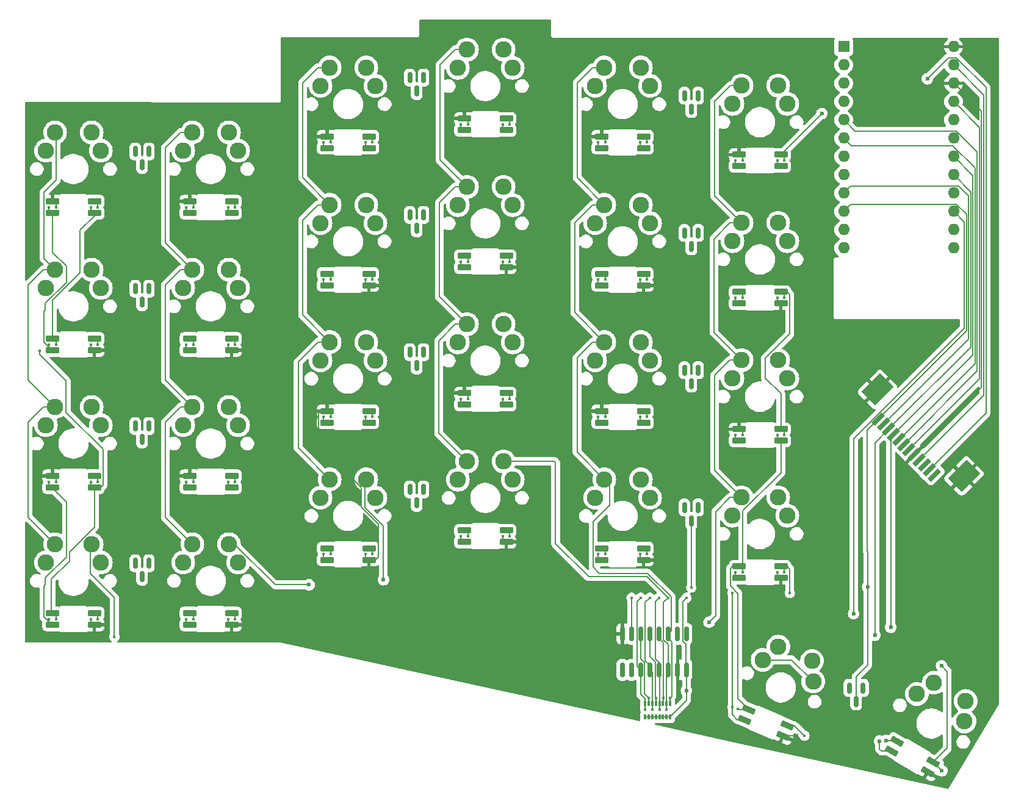
<source format=gbr>
%TF.GenerationSoftware,KiCad,Pcbnew,8.0.8-8.0.8-0~ubuntu22.04.1*%
%TF.CreationDate,2025-02-03T17:59:22-06:00*%
%TF.ProjectId,kbd,6b62642e-6b69-4636-9164-5f7063625858,rev?*%
%TF.SameCoordinates,Original*%
%TF.FileFunction,Copper,L1,Top*%
%TF.FilePolarity,Positive*%
%FSLAX46Y46*%
G04 Gerber Fmt 4.6, Leading zero omitted, Abs format (unit mm)*
G04 Created by KiCad (PCBNEW 8.0.8-8.0.8-0~ubuntu22.04.1) date 2025-02-03 17:59:22*
%MOMM*%
%LPD*%
G01*
G04 APERTURE LIST*
G04 Aperture macros list*
%AMRoundRect*
0 Rectangle with rounded corners*
0 $1 Rounding radius*
0 $2 $3 $4 $5 $6 $7 $8 $9 X,Y pos of 4 corners*
0 Add a 4 corners polygon primitive as box body*
4,1,4,$2,$3,$4,$5,$6,$7,$8,$9,$2,$3,0*
0 Add four circle primitives for the rounded corners*
1,1,$1+$1,$2,$3*
1,1,$1+$1,$4,$5*
1,1,$1+$1,$6,$7*
1,1,$1+$1,$8,$9*
0 Add four rect primitives between the rounded corners*
20,1,$1+$1,$2,$3,$4,$5,0*
20,1,$1+$1,$4,$5,$6,$7,0*
20,1,$1+$1,$6,$7,$8,$9,0*
20,1,$1+$1,$8,$9,$2,$3,0*%
%AMRotRect*
0 Rectangle, with rotation*
0 The origin of the aperture is its center*
0 $1 length*
0 $2 width*
0 $3 Rotation angle, in degrees counterclockwise*
0 Add horizontal line*
21,1,$1,$2,0,0,$3*%
G04 Aperture macros list end*
%TA.AperFunction,SMDPad,CuDef*%
%ADD10RoundRect,0.082000X0.818000X0.328000X-0.818000X0.328000X-0.818000X-0.328000X0.818000X-0.328000X0*%
%TD*%
%TA.AperFunction,SMDPad,CuDef*%
%ADD11RoundRect,0.082000X-0.818000X-0.328000X0.818000X-0.328000X0.818000X0.328000X-0.818000X0.328000X0*%
%TD*%
%TA.AperFunction,ComponentPad*%
%ADD12C,2.286000*%
%TD*%
%TA.AperFunction,SMDPad,CuDef*%
%ADD13RoundRect,0.150000X-0.150000X0.850000X-0.150000X-0.850000X0.150000X-0.850000X0.150000X0.850000X0*%
%TD*%
%TA.AperFunction,SMDPad,CuDef*%
%ADD14RotRect,0.610000X2.000000X135.000000*%
%TD*%
%TA.AperFunction,SMDPad,CuDef*%
%ADD15RotRect,2.680000X3.600000X135.000000*%
%TD*%
%TA.AperFunction,ComponentPad*%
%ADD16R,1.600000X1.600000*%
%TD*%
%TA.AperFunction,ComponentPad*%
%ADD17O,1.600000X1.600000*%
%TD*%
%TA.AperFunction,SMDPad,CuDef*%
%ADD18RoundRect,0.082000X0.872409X-0.124944X-0.544409X0.693056X-0.872409X0.124944X0.544409X-0.693056X0*%
%TD*%
%TA.AperFunction,SMDPad,CuDef*%
%ADD19R,0.300000X0.800000*%
%TD*%
%TA.AperFunction,SMDPad,CuDef*%
%ADD20RoundRect,0.082000X0.881133X-0.017692X-0.624813X0.621544X-0.881133X0.017692X0.624813X-0.621544X0*%
%TD*%
%TA.AperFunction,ComponentPad*%
%ADD21RoundRect,0.150000X-0.150000X0.587500X-0.150000X-0.587500X0.150000X-0.587500X0.150000X0.587500X0*%
%TD*%
%TA.AperFunction,ViaPad*%
%ADD22C,0.400000*%
%TD*%
%TA.AperFunction,ViaPad*%
%ADD23C,0.600000*%
%TD*%
%TA.AperFunction,Conductor*%
%ADD24C,0.200000*%
%TD*%
G04 APERTURE END LIST*
D10*
%TO.P,LED35,1,DOUT*%
%TO.N,Net-(LED35-DOUT)*%
X158150000Y-115160000D03*
%TO.P,LED35,2,VSS*%
%TO.N,GND*%
X158150000Y-116740000D03*
%TO.P,LED35,3,DIN*%
%TO.N,Net-(LED34-DOUT)*%
X152350000Y-116740000D03*
%TO.P,LED35,4,VDD*%
%TO.N,+5V*%
X152350000Y-115160000D03*
%TD*%
D11*
%TO.P,LED01,1,DOUT*%
%TO.N,Net-(LED00-DIN)*%
X76150000Y-66090000D03*
%TO.P,LED01,2,VSS*%
%TO.N,GND*%
X76150000Y-64510000D03*
%TO.P,LED01,3,DIN*%
%TO.N,Net-(LED01-DIN)*%
X81950000Y-64510000D03*
%TO.P,LED01,4,VDD*%
%TO.N,+5V*%
X81950000Y-66090000D03*
%TD*%
D12*
%TO.P,SW04,1,1*%
%TO.N,COL4*%
X133660000Y-45920000D03*
X138740000Y-45920000D03*
%TO.P,SW04,2,2*%
%TO.N,Net-(D0405-A-Pad1)*%
X132390000Y-48460000D03*
X140010000Y-48460000D03*
%TD*%
D11*
%TO.P,LED04,1,DOUT*%
%TO.N,Net-(LED03-DIN)*%
X133300000Y-57090000D03*
%TO.P,LED04,2,VSS*%
%TO.N,GND*%
X133300000Y-55510000D03*
%TO.P,LED04,3,DIN*%
%TO.N,Net-(LED04-DIN)*%
X139100000Y-55510000D03*
%TO.P,LED04,4,VDD*%
%TO.N,+5V*%
X139100000Y-57090000D03*
%TD*%
D10*
%TO.P,LED30,1,DOUT*%
%TO.N,Net-(LED30-DOUT)*%
X62900000Y-121660000D03*
%TO.P,LED30,2,VSS*%
%TO.N,GND*%
X62900000Y-123240000D03*
%TO.P,LED30,3,DIN*%
%TO.N,Net-(LED20-DOUT)*%
X57100000Y-123240000D03*
%TO.P,LED30,4,VDD*%
%TO.N,+5V*%
X57100000Y-121660000D03*
%TD*%
D11*
%TO.P,LED20,1,DOUT*%
%TO.N,Net-(LED20-DOUT)*%
X57100000Y-104189999D03*
%TO.P,LED20,2,VSS*%
%TO.N,GND*%
X57100000Y-102609999D03*
%TO.P,LED20,3,DIN*%
%TO.N,Net-(LED20-DIN)*%
X62900000Y-102609999D03*
%TO.P,LED20,4,VDD*%
%TO.N,+5V*%
X62900000Y-104189999D03*
%TD*%
D12*
%TO.P,SW05,1,1*%
%TO.N,COL5*%
X152710000Y-48420000D03*
X157790000Y-48420000D03*
%TO.P,SW05,2,2*%
%TO.N,Net-(D0405-A-Pad2)*%
X151440000Y-50960000D03*
X159060000Y-50960000D03*
%TD*%
D13*
%TO.P,U4,1,~{PL}*%
%TO.N,SCS*%
X145050000Y-124500000D03*
%TO.P,U4,2,CP*%
%TO.N,SCK0*%
X143780000Y-124500000D03*
%TO.P,U4,3,D4*%
%TO.N,COL4*%
X142510000Y-124500000D03*
%TO.P,U4,4,D5*%
%TO.N,COL5*%
X141240000Y-124500000D03*
%TO.P,U4,5,D6*%
%TO.N,COL6*%
X139970000Y-124500000D03*
%TO.P,U4,6,D7*%
%TO.N,COL7*%
X138700000Y-124500000D03*
%TO.P,U4,7,~{Q7}*%
%TO.N,DS*%
X137430000Y-124500000D03*
%TO.P,U4,8,GND*%
%TO.N,GND*%
X136160000Y-124500000D03*
%TO.P,U4,9,Q7*%
%TO.N,unconnected-(U4-Q7-Pad9)*%
X136160000Y-129500000D03*
%TO.P,U4,10,DS*%
%TO.N,unconnected-(U4-DS-Pad10)*%
X137430000Y-129500000D03*
%TO.P,U4,11,D0*%
%TO.N,COL0*%
X138700000Y-129500000D03*
%TO.P,U4,12,D1*%
%TO.N,COL1*%
X139970000Y-129500000D03*
%TO.P,U4,13,D2*%
%TO.N,COL2*%
X141240000Y-129500000D03*
%TO.P,U4,14,D3*%
%TO.N,COL3*%
X142510000Y-129500000D03*
%TO.P,U4,15,~{CE}*%
%TO.N,GND*%
X143780000Y-129500000D03*
%TO.P,U4,16,VCC*%
%TO.N,+3V3*%
X145050000Y-129500000D03*
%TD*%
D12*
%TO.P,SW13,1,1*%
%TO.N,COL3*%
X114610000Y-62470000D03*
X119690000Y-62470000D03*
%TO.P,SW13,2,2*%
%TO.N,Net-(D1213-A-Pad2)*%
X113340000Y-65010000D03*
X120960000Y-65010000D03*
%TD*%
%TO.P,SW33,1,1*%
%TO.N,COL3*%
X114610000Y-100570000D03*
X119690000Y-100570000D03*
%TO.P,SW33,2,2*%
%TO.N,Net-(D3233-A-Pad2)*%
X113340000Y-103110000D03*
X120960000Y-103110000D03*
%TD*%
D14*
%TO.P,J2,1,Pin_1*%
%TO.N,unconnected-(J2-Pin_1-Pad1)*%
X179462525Y-102472323D03*
%TO.P,J2,2,Pin_2*%
%TO.N,LED_R*%
X178755418Y-101765216D03*
%TO.P,J2,3,Pin_3*%
%TO.N,DS*%
X178048312Y-101058109D03*
%TO.P,J2,4,Pin_4*%
%TO.N,+5V*%
X177341205Y-100351002D03*
%TO.P,J2,5,Pin_5*%
%TO.N,GND*%
X176634098Y-99643895D03*
%TO.P,J2,6,Pin_6*%
%TO.N,+3V3*%
X175926991Y-98936789D03*
%TO.P,J2,7,Pin_7*%
%TO.N,ROW0*%
X175219884Y-98229682D03*
%TO.P,J2,8,Pin_8*%
%TO.N,ROW1*%
X174512778Y-97522575D03*
%TO.P,J2,9,Pin_9*%
%TO.N,SCS*%
X173805671Y-96815468D03*
%TO.P,J2,10,Pin_10*%
%TO.N,SCK0*%
X173098564Y-96108361D03*
%TO.P,J2,11,Pin_11*%
%TO.N,ROW2*%
X172391457Y-95401255D03*
%TO.P,J2,12,Pin_12*%
%TO.N,ROW3*%
X171684350Y-94694148D03*
D15*
%TO.P,J2,MP,MountPin*%
%TO.N,GND*%
X183556673Y-102606673D03*
X171550000Y-90600000D03*
%TD*%
D12*
%TO.P,SW37,1,1*%
%TO.N,COL7*%
X179390295Y-131280591D03*
X183789705Y-133820591D03*
%TO.P,SW37,2,2*%
%TO.N,Net-(D3637-A-Pad2)*%
X177020443Y-132845295D03*
X183619557Y-136655295D03*
%TD*%
%TO.P,SW15,1,1*%
%TO.N,COL5*%
X152710000Y-67470000D03*
X157790000Y-67470000D03*
%TO.P,SW15,2,2*%
%TO.N,Net-(D1415-A-Pad2)*%
X151440000Y-70010000D03*
X159060000Y-70010000D03*
%TD*%
D10*
%TO.P,LED13,1,DOUT*%
%TO.N,Net-(LED13-DOUT)*%
X120050000Y-72060000D03*
%TO.P,LED13,2,VSS*%
%TO.N,GND*%
X120050000Y-73640000D03*
%TO.P,LED13,3,DIN*%
%TO.N,Net-(LED12-DOUT)*%
X114250000Y-73640000D03*
%TO.P,LED13,4,VDD*%
%TO.N,+5V*%
X114250000Y-72060000D03*
%TD*%
D12*
%TO.P,SW14,1,1*%
%TO.N,COL4*%
X133660000Y-64970000D03*
X138740000Y-64970000D03*
%TO.P,SW14,2,2*%
%TO.N,Net-(D1415-A-Pad1)*%
X132390000Y-67510000D03*
X140010000Y-67510000D03*
%TD*%
%TO.P,SW31,1,1*%
%TO.N,COL1*%
X76510000Y-112070000D03*
X81590000Y-112070000D03*
%TO.P,SW31,2,2*%
%TO.N,Net-(D3031-A-Pad2)*%
X75240000Y-114610000D03*
X82860000Y-114610000D03*
%TD*%
%TO.P,SW03,1,1*%
%TO.N,COL3*%
X114610000Y-43420000D03*
X119690000Y-43420000D03*
%TO.P,SW03,2,2*%
%TO.N,Net-(D0203-A-Pad2)*%
X113340000Y-45960000D03*
X120960000Y-45960000D03*
%TD*%
D16*
%TO.P,U1,1,A8*%
%TO.N,unconnected-(U1-A8-Pad1)*%
X166875000Y-43025000D03*
D17*
%TO.P,U1,2,A9*%
%TO.N,unconnected-(U1-A9-Pad2)*%
X166875000Y-45565000D03*
%TO.P,U1,3,B15*%
%TO.N,unconnected-(U1-B15-Pad3)*%
X166875000Y-48105000D03*
%TO.P,U1,4,B14*%
%TO.N,FT*%
X166875000Y-50645000D03*
%TO.P,U1,5,B13*%
%TO.N,ROW0*%
X166875000Y-53185000D03*
%TO.P,U1,6,B12*%
%TO.N,ROW1*%
X166875000Y-55725000D03*
%TO.P,U1,7,B11*%
%TO.N,unconnected-(U1-B11-Pad7)*%
X166875000Y-58265000D03*
%TO.P,U1,8,B10*%
%TO.N,unconnected-(U1-B10-Pad8)*%
X166875000Y-60805000D03*
%TO.P,U1,9,B7*%
%TO.N,ROW2*%
X166875000Y-63345000D03*
%TO.P,U1,10,B4*%
%TO.N,ROW3*%
X166875000Y-65885000D03*
%TO.P,U1,11,B23*%
%TO.N,unconnected-(U1-B23-Pad11)*%
X166875000Y-68425000D03*
%TO.P,U1,12,B22*%
%TO.N,unconnected-(U1-B22-Pad12)*%
X166875000Y-70965000D03*
%TO.P,U1,13,A4*%
%TO.N,unconnected-(U1-A4-Pad13)*%
X182115000Y-70965000D03*
%TO.P,U1,14,A5*%
%TO.N,unconnected-(U1-A5-Pad14)*%
X182115000Y-68425000D03*
%TO.P,U1,15,A15*%
%TO.N,MISO*%
X182115000Y-65885000D03*
%TO.P,U1,16,A14*%
%TO.N,unconnected-(U1-A14-Pad16)*%
X182115000Y-63345000D03*
%TO.P,U1,17,A13*%
%TO.N,SCK0*%
X182115000Y-60805000D03*
%TO.P,U1,18,A12*%
%TO.N,SCS*%
X182115000Y-58265000D03*
%TO.P,U1,19,A11*%
%TO.N,unconnected-(U1-A11-Pad19)*%
X182115000Y-55725000D03*
%TO.P,U1,20,A10*%
%TO.N,unconnected-(U1-A10-Pad20)*%
X182115000Y-53185000D03*
%TO.P,U1,21,3V3*%
%TO.N,+3V3*%
X182115000Y-50645000D03*
%TO.P,U1,22,G*%
%TO.N,GND*%
X182115000Y-48105000D03*
%TO.P,U1,23,5V*%
%TO.N,+5V*%
X182115000Y-45565000D03*
%TO.P,U1,24,G*%
%TO.N,GND*%
X182115000Y-43025000D03*
%TD*%
D10*
%TO.P,LED32,1,DOUT*%
%TO.N,Net-(LED32-DOUT)*%
X101000000Y-112660000D03*
%TO.P,LED32,2,VSS*%
%TO.N,GND*%
X101000000Y-114240000D03*
%TO.P,LED32,3,DIN*%
%TO.N,Net-(LED31-DOUT)*%
X95200000Y-114240000D03*
%TO.P,LED32,4,VDD*%
%TO.N,+5V*%
X95200000Y-112660000D03*
%TD*%
D11*
%TO.P,LED21,1,DOUT*%
%TO.N,Net-(LED20-DIN)*%
X76150000Y-104189999D03*
%TO.P,LED21,2,VSS*%
%TO.N,GND*%
X76150000Y-102609999D03*
%TO.P,LED21,3,DIN*%
%TO.N,Net-(LED21-DIN)*%
X81950000Y-102609999D03*
%TO.P,LED21,4,VDD*%
%TO.N,+5V*%
X81950000Y-104189999D03*
%TD*%
D12*
%TO.P,SW24,1,1*%
%TO.N,COL4*%
X133660000Y-84020000D03*
X138740000Y-84020000D03*
%TO.P,SW24,2,2*%
%TO.N,Net-(D2425-A-Pad1)*%
X132390000Y-86560000D03*
X140010000Y-86560000D03*
%TD*%
D18*
%TO.P,LED37,1,DOUT*%
%TO.N,Net-(JP2-A)*%
X179306474Y-142315840D03*
%TO.P,LED37,2,VSS*%
%TO.N,GND*%
X178516474Y-143684160D03*
%TO.P,LED37,3,DIN*%
%TO.N,Net-(LED36-DOUT)*%
X173493526Y-140784160D03*
%TO.P,LED37,4,VDD*%
%TO.N,+5V*%
X174283526Y-139415840D03*
%TD*%
D12*
%TO.P,SW21,1,1*%
%TO.N,COL1*%
X76510000Y-93020000D03*
X81590000Y-93020000D03*
%TO.P,SW21,2,2*%
%TO.N,Net-(D2021-A-Pad2)*%
X75240000Y-95560000D03*
X82860000Y-95560000D03*
%TD*%
D11*
%TO.P,LED23,1,DOUT*%
%TO.N,Net-(LED22-DIN)*%
X114250000Y-92689999D03*
%TO.P,LED23,2,VSS*%
%TO.N,GND*%
X114250000Y-91109999D03*
%TO.P,LED23,3,DIN*%
%TO.N,Net-(LED23-DIN)*%
X120050000Y-91109999D03*
%TO.P,LED23,4,VDD*%
%TO.N,+5V*%
X120050000Y-92689999D03*
%TD*%
D19*
%TO.P,RN1,1,R1.1*%
%TO.N,COL4*%
X142805000Y-134200000D03*
%TO.P,RN1,2,R2.1*%
%TO.N,COL3*%
X142305000Y-134200000D03*
%TO.P,RN1,3,R3.1*%
%TO.N,COL5*%
X141805000Y-134200000D03*
%TO.P,RN1,4,R4.1*%
%TO.N,COL2*%
X141305000Y-134200000D03*
%TO.P,RN1,5,R5.1*%
%TO.N,COL6*%
X140805000Y-134200000D03*
%TO.P,RN1,6,R6.1*%
%TO.N,COL1*%
X140305000Y-134200000D03*
%TO.P,RN1,7,R7.1*%
%TO.N,COL7*%
X139805000Y-134200000D03*
%TO.P,RN1,8,R8.1*%
%TO.N,COL0*%
X139305000Y-134200000D03*
%TO.P,RN1,9,R8.2*%
%TO.N,+3V3*%
X139305000Y-136000000D03*
%TO.P,RN1,10,R7.2*%
X139805000Y-136000000D03*
%TO.P,RN1,11,R6.2*%
X140305000Y-136000000D03*
%TO.P,RN1,12,R5.2*%
X140805000Y-136000000D03*
%TO.P,RN1,13,R4.2*%
X141305000Y-136000000D03*
%TO.P,RN1,14,R3.2*%
X141805000Y-136000000D03*
%TO.P,RN1,15,R2.2*%
X142305000Y-136000000D03*
%TO.P,RN1,16,R1.2*%
X142805000Y-136000000D03*
%TD*%
D12*
%TO.P,SW34,1,1*%
%TO.N,COL4*%
X133660000Y-103070000D03*
X138740000Y-103070000D03*
%TO.P,SW34,2,2*%
%TO.N,Net-(D3435-A-Pad1)*%
X132390000Y-105610000D03*
X140010000Y-105610000D03*
%TD*%
D10*
%TO.P,LED31,1,DOUT*%
%TO.N,Net-(LED31-DOUT)*%
X81950000Y-121660000D03*
%TO.P,LED31,2,VSS*%
%TO.N,GND*%
X81950000Y-123240000D03*
%TO.P,LED31,3,DIN*%
%TO.N,Net-(LED30-DOUT)*%
X76150000Y-123240000D03*
%TO.P,LED31,4,VDD*%
%TO.N,+5V*%
X76150000Y-121660000D03*
%TD*%
D12*
%TO.P,SW11,1,1*%
%TO.N,COL1*%
X76510000Y-73970000D03*
X81590000Y-73970000D03*
%TO.P,SW11,2,2*%
%TO.N,Net-(D1011-A-Pad2)*%
X75240000Y-76510000D03*
X82860000Y-76510000D03*
%TD*%
D11*
%TO.P,LED24,1,DOUT*%
%TO.N,Net-(LED23-DIN)*%
X133300000Y-95189999D03*
%TO.P,LED24,2,VSS*%
%TO.N,GND*%
X133300000Y-93609999D03*
%TO.P,LED24,3,DIN*%
%TO.N,Net-(LED24-DIN)*%
X139100000Y-93609999D03*
%TO.P,LED24,4,VDD*%
%TO.N,+5V*%
X139100000Y-95189999D03*
%TD*%
%TO.P,LED25,1,DOUT*%
%TO.N,Net-(LED24-DIN)*%
X152350000Y-97689999D03*
%TO.P,LED25,2,VSS*%
%TO.N,GND*%
X152350000Y-96109999D03*
%TO.P,LED25,3,DIN*%
%TO.N,Net-(LED15-DOUT)*%
X158150000Y-96109999D03*
%TO.P,LED25,4,VDD*%
%TO.N,+5V*%
X158150000Y-97689999D03*
%TD*%
%TO.P,LED03,1,DOUT*%
%TO.N,Net-(LED02-DIN)*%
X114250000Y-54590000D03*
%TO.P,LED03,2,VSS*%
%TO.N,GND*%
X114250000Y-53010000D03*
%TO.P,LED03,3,DIN*%
%TO.N,Net-(LED03-DIN)*%
X120050000Y-53010000D03*
%TO.P,LED03,4,VDD*%
%TO.N,+5V*%
X120050000Y-54590000D03*
%TD*%
D10*
%TO.P,LED33,1,DOUT*%
%TO.N,Net-(LED33-DOUT)*%
X120050000Y-110160000D03*
%TO.P,LED33,2,VSS*%
%TO.N,GND*%
X120050000Y-111740000D03*
%TO.P,LED33,3,DIN*%
%TO.N,Net-(LED32-DOUT)*%
X114250000Y-111740000D03*
%TO.P,LED33,4,VDD*%
%TO.N,+5V*%
X114250000Y-110160000D03*
%TD*%
D20*
%TO.P,LED36,1,DOUT*%
%TO.N,Net-(LED36-DOUT)*%
X159048142Y-137243667D03*
%TO.P,LED36,2,VSS*%
%TO.N,GND*%
X158430786Y-138698065D03*
%TO.P,LED36,3,DIN*%
%TO.N,Net-(LED35-DOUT)*%
X153091858Y-136431825D03*
%TO.P,LED36,4,VDD*%
%TO.N,+5V*%
X153709214Y-134977427D03*
%TD*%
D12*
%TO.P,SW30,1,1*%
%TO.N,COL0*%
X57460000Y-112070000D03*
X62540000Y-112070000D03*
%TO.P,SW30,2,2*%
%TO.N,Net-(D3031-A-Pad1)*%
X56190000Y-114610000D03*
X63810000Y-114610000D03*
%TD*%
%TO.P,SW00,1,1*%
%TO.N,COL0*%
X57460000Y-54920000D03*
X62540000Y-54920000D03*
%TO.P,SW00,2,2*%
%TO.N,Net-(D0001-A-Pad1)*%
X56190000Y-57460000D03*
X63810000Y-57460000D03*
%TD*%
%TO.P,SW35,1,1*%
%TO.N,COL5*%
X152710000Y-105570000D03*
X157790000Y-105570000D03*
%TO.P,SW35,2,2*%
%TO.N,Net-(D3435-A-Pad2)*%
X151440000Y-108110000D03*
X159060000Y-108110000D03*
%TD*%
D10*
%TO.P,LED14,1,DOUT*%
%TO.N,Net-(LED14-DOUT)*%
X139100000Y-74560000D03*
%TO.P,LED14,2,VSS*%
%TO.N,GND*%
X139100000Y-76140000D03*
%TO.P,LED14,3,DIN*%
%TO.N,Net-(LED13-DOUT)*%
X133300000Y-76140000D03*
%TO.P,LED14,4,VDD*%
%TO.N,+5V*%
X133300000Y-74560000D03*
%TD*%
D11*
%TO.P,LED22,1,DOUT*%
%TO.N,Net-(LED21-DIN)*%
X95200000Y-95189999D03*
%TO.P,LED22,2,VSS*%
%TO.N,GND*%
X95200000Y-93609999D03*
%TO.P,LED22,3,DIN*%
%TO.N,Net-(LED22-DIN)*%
X101000000Y-93609999D03*
%TO.P,LED22,4,VDD*%
%TO.N,+5V*%
X101000000Y-95189999D03*
%TD*%
D10*
%TO.P,LED10,1,DOUT*%
%TO.N,Net-(LED10-DOUT)*%
X62900000Y-83560000D03*
%TO.P,LED10,2,VSS*%
%TO.N,GND*%
X62900000Y-85140000D03*
%TO.P,LED10,3,DIN*%
%TO.N,Net-(LED00-DOUT)*%
X57100000Y-85140000D03*
%TO.P,LED10,4,VDD*%
%TO.N,+5V*%
X57100000Y-83560000D03*
%TD*%
D12*
%TO.P,SW23,1,1*%
%TO.N,COL3*%
X114610000Y-81520000D03*
X119690000Y-81520000D03*
%TO.P,SW23,2,2*%
%TO.N,Net-(D2223-A-Pad2)*%
X113340000Y-84060000D03*
X120960000Y-84060000D03*
%TD*%
%TO.P,SW20,1,1*%
%TO.N,COL0*%
X57460000Y-93020000D03*
X62540000Y-93020000D03*
%TO.P,SW20,2,2*%
%TO.N,Net-(D2021-A-Pad1)*%
X56190000Y-95560000D03*
X63810000Y-95560000D03*
%TD*%
%TO.P,SW12,1,1*%
%TO.N,COL2*%
X95560000Y-64970000D03*
X100640000Y-64970000D03*
%TO.P,SW12,2,2*%
%TO.N,Net-(D1213-A-Pad1)*%
X94290000Y-67510000D03*
X101910000Y-67510000D03*
%TD*%
D10*
%TO.P,LED12,1,DOUT*%
%TO.N,Net-(LED12-DOUT)*%
X101000000Y-74560000D03*
%TO.P,LED12,2,VSS*%
%TO.N,GND*%
X101000000Y-76140000D03*
%TO.P,LED12,3,DIN*%
%TO.N,Net-(LED11-DOUT)*%
X95200000Y-76140000D03*
%TO.P,LED12,4,VDD*%
%TO.N,+5V*%
X95200000Y-74560000D03*
%TD*%
D11*
%TO.P,LED02,1,DOUT*%
%TO.N,Net-(LED01-DIN)*%
X95200000Y-57090000D03*
%TO.P,LED02,2,VSS*%
%TO.N,GND*%
X95200000Y-55510000D03*
%TO.P,LED02,3,DIN*%
%TO.N,Net-(LED02-DIN)*%
X101000000Y-55510000D03*
%TO.P,LED02,4,VDD*%
%TO.N,+5V*%
X101000000Y-57090000D03*
%TD*%
D12*
%TO.P,SW02,1,1*%
%TO.N,COL2*%
X95560000Y-45920000D03*
X100640000Y-45920000D03*
%TO.P,SW02,2,2*%
%TO.N,Net-(D0203-A-Pad1)*%
X94290000Y-48460000D03*
X101910000Y-48460000D03*
%TD*%
D10*
%TO.P,LED34,1,DOUT*%
%TO.N,Net-(LED34-DOUT)*%
X139100000Y-112660000D03*
%TO.P,LED34,2,VSS*%
%TO.N,GND*%
X139100000Y-114240000D03*
%TO.P,LED34,3,DIN*%
%TO.N,Net-(LED33-DOUT)*%
X133300000Y-114240000D03*
%TO.P,LED34,4,VDD*%
%TO.N,+5V*%
X133300000Y-112660000D03*
%TD*%
D11*
%TO.P,LED00,1,DOUT*%
%TO.N,Net-(LED00-DOUT)*%
X57100000Y-66090000D03*
%TO.P,LED00,2,VSS*%
%TO.N,GND*%
X57100000Y-64510000D03*
%TO.P,LED00,3,DIN*%
%TO.N,Net-(LED00-DIN)*%
X62900000Y-64510000D03*
%TO.P,LED00,4,VDD*%
%TO.N,+5V*%
X62900000Y-66090000D03*
%TD*%
D10*
%TO.P,LED15,1,DOUT*%
%TO.N,Net-(LED15-DOUT)*%
X158150000Y-77060000D03*
%TO.P,LED15,2,VSS*%
%TO.N,GND*%
X158150000Y-78640000D03*
%TO.P,LED15,3,DIN*%
%TO.N,Net-(LED14-DOUT)*%
X152350000Y-78640000D03*
%TO.P,LED15,4,VDD*%
%TO.N,+5V*%
X152350000Y-77060000D03*
%TD*%
%TO.P,LED11,1,DOUT*%
%TO.N,Net-(LED11-DOUT)*%
X81950000Y-83560000D03*
%TO.P,LED11,2,VSS*%
%TO.N,GND*%
X81950000Y-85140000D03*
%TO.P,LED11,3,DIN*%
%TO.N,Net-(LED10-DOUT)*%
X76150000Y-85140000D03*
%TO.P,LED11,4,VDD*%
%TO.N,+5V*%
X76150000Y-83560000D03*
%TD*%
D12*
%TO.P,SW01,1,1*%
%TO.N,COL1*%
X76510000Y-54920000D03*
X81590000Y-54920000D03*
%TO.P,SW01,2,2*%
%TO.N,Net-(D0001-A-Pad2)*%
X75240000Y-57460000D03*
X82860000Y-57460000D03*
%TD*%
%TO.P,SW25,1,1*%
%TO.N,COL5*%
X152710000Y-86520000D03*
X157790000Y-86520000D03*
%TO.P,SW25,2,2*%
%TO.N,Net-(D2425-A-Pad2)*%
X151440000Y-89060000D03*
X159060000Y-89060000D03*
%TD*%
D11*
%TO.P,LED05,1,DOUT*%
%TO.N,Net-(LED04-DIN)*%
X152350000Y-59590000D03*
%TO.P,LED05,2,VSS*%
%TO.N,GND*%
X152350000Y-58010000D03*
%TO.P,LED05,3,DIN*%
%TO.N,Net-(LED05-DIN)*%
X158150000Y-58010000D03*
%TO.P,LED05,4,VDD*%
%TO.N,+5V*%
X158150000Y-59590000D03*
%TD*%
D12*
%TO.P,SW10,1,1*%
%TO.N,COL0*%
X57460000Y-73970000D03*
X62540000Y-73970000D03*
%TO.P,SW10,2,2*%
%TO.N,Net-(D1011-A-Pad1)*%
X56190000Y-76510000D03*
X63810000Y-76510000D03*
%TD*%
%TO.P,SW36,1,1*%
%TO.N,COL6*%
X157796832Y-126281378D03*
X162472996Y-128266292D03*
%TO.P,SW36,2,2*%
%TO.N,Net-(D3637-A-Pad1)*%
X155635334Y-128123232D03*
X162649581Y-131100603D03*
%TD*%
%TO.P,SW22,1,1*%
%TO.N,COL2*%
X95560000Y-84020000D03*
X100640000Y-84020000D03*
%TO.P,SW22,2,2*%
%TO.N,Net-(D2223-A-Pad1)*%
X94290000Y-86560000D03*
X101910000Y-86560000D03*
%TD*%
%TO.P,SW32,1,1*%
%TO.N,COL2*%
X95560000Y-103070000D03*
X100640000Y-103070000D03*
%TO.P,SW32,2,2*%
%TO.N,Net-(D3233-A-Pad1)*%
X94290000Y-105610000D03*
X101910000Y-105610000D03*
%TD*%
D21*
%TO.P,D2425,1,A*%
%TO.N,Net-(D2425-A-Pad1)*%
X144775000Y-87912500D03*
%TO.P,D2425,2,A*%
%TO.N,Net-(D2425-A-Pad2)*%
X146675000Y-87912500D03*
%TO.P,D2425,3,K*%
%TO.N,ROW2*%
X145725000Y-89787500D03*
%TD*%
%TO.P,D0001,1,A*%
%TO.N,Net-(D0001-A-Pad1)*%
X68575000Y-57562500D03*
%TO.P,D0001,2,A*%
%TO.N,Net-(D0001-A-Pad2)*%
X70475000Y-57562500D03*
%TO.P,D0001,3,K*%
%TO.N,ROW0*%
X69525000Y-59437500D03*
%TD*%
%TO.P,D3435,1,A*%
%TO.N,Net-(D3435-A-Pad1)*%
X144775000Y-106962500D03*
%TO.P,D3435,2,A*%
%TO.N,Net-(D3435-A-Pad2)*%
X146675000Y-106962500D03*
%TO.P,D3435,3,K*%
%TO.N,ROW3*%
X145725000Y-108837500D03*
%TD*%
%TO.P,D0405,1,A*%
%TO.N,Net-(D0405-A-Pad1)*%
X144775000Y-49812500D03*
%TO.P,D0405,2,A*%
%TO.N,Net-(D0405-A-Pad2)*%
X146675000Y-49812500D03*
%TO.P,D0405,3,K*%
%TO.N,ROW0*%
X145725000Y-51687500D03*
%TD*%
%TO.P,D1415,1,A*%
%TO.N,Net-(D1415-A-Pad1)*%
X144775000Y-68862500D03*
%TO.P,D1415,2,A*%
%TO.N,Net-(D1415-A-Pad2)*%
X146675000Y-68862500D03*
%TO.P,D1415,3,K*%
%TO.N,ROW1*%
X145725000Y-70737500D03*
%TD*%
%TO.P,D3031,1,A*%
%TO.N,Net-(D3031-A-Pad1)*%
X68575000Y-114712500D03*
%TO.P,D3031,2,A*%
%TO.N,Net-(D3031-A-Pad2)*%
X70475000Y-114712500D03*
%TO.P,D3031,3,K*%
%TO.N,ROW3*%
X69525000Y-116587500D03*
%TD*%
%TO.P,D3233,1,A*%
%TO.N,Net-(D3233-A-Pad1)*%
X106675000Y-104462500D03*
%TO.P,D3233,2,A*%
%TO.N,Net-(D3233-A-Pad2)*%
X108575000Y-104462500D03*
%TO.P,D3233,3,K*%
%TO.N,ROW3*%
X107625000Y-106337500D03*
%TD*%
%TO.P,D1011,1,A*%
%TO.N,Net-(D1011-A-Pad1)*%
X68575000Y-76612500D03*
%TO.P,D1011,2,A*%
%TO.N,Net-(D1011-A-Pad2)*%
X70475000Y-76612500D03*
%TO.P,D1011,3,K*%
%TO.N,ROW1*%
X69525000Y-78487500D03*
%TD*%
%TO.P,D0203,1,A*%
%TO.N,Net-(D0203-A-Pad1)*%
X106675000Y-47312500D03*
%TO.P,D0203,2,A*%
%TO.N,Net-(D0203-A-Pad2)*%
X108575000Y-47312500D03*
%TO.P,D0203,3,K*%
%TO.N,ROW0*%
X107625000Y-49187500D03*
%TD*%
%TO.P,D3637,1,A*%
%TO.N,Net-(D3637-A-Pad1)*%
X167650000Y-132012500D03*
%TO.P,D3637,2,A*%
%TO.N,Net-(D3637-A-Pad2)*%
X169550000Y-132012500D03*
%TO.P,D3637,3,K*%
%TO.N,ROW3*%
X168600000Y-133887500D03*
%TD*%
%TO.P,D1213,1,A*%
%TO.N,Net-(D1213-A-Pad1)*%
X106675000Y-66362500D03*
%TO.P,D1213,2,A*%
%TO.N,Net-(D1213-A-Pad2)*%
X108575000Y-66362500D03*
%TO.P,D1213,3,K*%
%TO.N,ROW1*%
X107625000Y-68237500D03*
%TD*%
%TO.P,D2223,1,A*%
%TO.N,Net-(D2223-A-Pad1)*%
X106675000Y-85412500D03*
%TO.P,D2223,2,A*%
%TO.N,Net-(D2223-A-Pad2)*%
X108575000Y-85412500D03*
%TO.P,D2223,3,K*%
%TO.N,ROW2*%
X107625000Y-87287500D03*
%TD*%
%TO.P,D2021,1,A*%
%TO.N,Net-(D2021-A-Pad1)*%
X68575000Y-95662500D03*
%TO.P,D2021,2,A*%
%TO.N,Net-(D2021-A-Pad2)*%
X70475000Y-95662500D03*
%TO.P,D2021,3,K*%
%TO.N,ROW2*%
X69525000Y-97537500D03*
%TD*%
D22*
%TO.N,ROW0*%
X175196230Y-98210443D03*
%TO.N,ROW1*%
X174546230Y-97560443D03*
%TO.N,ROW2*%
X172396230Y-95410443D03*
%TO.N,ROW3*%
X171696230Y-94710443D03*
X145725000Y-118100000D03*
D23*
X170200000Y-118000000D03*
D22*
%TO.N,GND*%
X157650000Y-77850000D03*
X100500000Y-75350000D03*
D23*
X126300000Y-114900000D03*
X134600000Y-122200000D03*
X144005000Y-131350000D03*
D22*
X119550000Y-72850000D03*
X62400000Y-84350000D03*
X138600000Y-75350000D03*
X133800000Y-94400000D03*
X133800000Y-56300000D03*
X81450000Y-122450000D03*
X62400000Y-122450000D03*
X100500000Y-113450000D03*
X152850000Y-58800000D03*
X81450000Y-84350000D03*
X95700000Y-56300000D03*
X176646230Y-99660443D03*
X57600000Y-65300000D03*
X95700000Y-94400000D03*
X76650000Y-65300000D03*
X119550000Y-110950000D03*
X76650000Y-103400000D03*
X138600000Y-113450000D03*
X114750000Y-91900000D03*
X57600000Y-103400000D03*
X157650000Y-115950000D03*
X114750000Y-53800000D03*
X152850000Y-96900000D03*
X160410000Y-138600000D03*
%TO.N,SCK0*%
X143780000Y-124500000D03*
X173096230Y-96110443D03*
D23*
X171200000Y-124700000D03*
D22*
%TO.N,SCS*%
X145050000Y-124500000D03*
X173796230Y-96810443D03*
D23*
X173400000Y-123600000D03*
%TO.N,MISO*%
X168250000Y-121700000D03*
D22*
%TO.N,+3V3*%
X145050000Y-119500000D03*
X175896230Y-98910443D03*
D23*
X145050000Y-132400000D03*
D22*
%TO.N,DS*%
X178046230Y-101060443D03*
X137430000Y-119500000D03*
%TO.N,+5V*%
X62400000Y-103400000D03*
X138600000Y-94400000D03*
X152850000Y-77850000D03*
X114750000Y-72850000D03*
X55300000Y-85200000D03*
X100500000Y-56300000D03*
X76650000Y-84350000D03*
X157650000Y-96900000D03*
X114750000Y-110950000D03*
X177346230Y-100360443D03*
X152850000Y-115950000D03*
X133800000Y-113450000D03*
D23*
X172750000Y-139300000D03*
D22*
X100500000Y-94400000D03*
X76650000Y-122450000D03*
X119550000Y-53800000D03*
X119550000Y-91900000D03*
X81450000Y-65300000D03*
X95700000Y-75350000D03*
X157650000Y-58800000D03*
X81450000Y-103400000D03*
X62400000Y-65300000D03*
X133800000Y-75350000D03*
X57600000Y-84350000D03*
X57600000Y-122450000D03*
X95700000Y-113450000D03*
X138600000Y-56300000D03*
X152170000Y-134930000D03*
%TO.N,Net-(LED00-DOUT)*%
X56600000Y-65300000D03*
X56600000Y-84350000D03*
%TO.N,Net-(LED00-DIN)*%
X75650000Y-65300000D03*
X63400000Y-65300000D03*
%TO.N,Net-(LED01-DIN)*%
X94700000Y-56300000D03*
X82450000Y-65300000D03*
%TO.N,Net-(LED02-DIN)*%
X101500000Y-56300000D03*
X113750000Y-53800000D03*
%TO.N,Net-(LED03-DIN)*%
X132800000Y-56300000D03*
X120550000Y-53800000D03*
%TO.N,Net-(LED04-DIN)*%
X139600000Y-56300000D03*
X151850000Y-58800000D03*
%TO.N,Net-(LED12-DOUT)*%
X101500000Y-75350000D03*
X113750000Y-72850000D03*
%TO.N,Net-(LED20-DIN)*%
X63400000Y-103400000D03*
X75650000Y-103400000D03*
%TO.N,Net-(LED21-DIN)*%
X82450000Y-103400000D03*
X94700000Y-94400000D03*
%TO.N,Net-(LED22-DIN)*%
X113750000Y-91900000D03*
X101500000Y-94400000D03*
%TO.N,Net-(LED23-DIN)*%
X120550000Y-91900000D03*
X132800000Y-94400000D03*
%TO.N,Net-(LED24-DIN)*%
X151850000Y-96900000D03*
X139600000Y-94400000D03*
%TO.N,Net-(LED10-DOUT)*%
X63400000Y-84350000D03*
X75650000Y-84350000D03*
%TO.N,Net-(LED11-DOUT)*%
X94700000Y-75350000D03*
X82450000Y-84350000D03*
%TO.N,Net-(LED13-DOUT)*%
X120550000Y-72850000D03*
X132800000Y-75350000D03*
%TO.N,Net-(LED14-DOUT)*%
X151850000Y-77850000D03*
X139600000Y-75350000D03*
%TO.N,Net-(LED15-DOUT)*%
X158650000Y-96900000D03*
X158650000Y-77850000D03*
%TO.N,Net-(LED30-DOUT)*%
X63400000Y-122450000D03*
X75650000Y-122450000D03*
%TO.N,Net-(LED31-DOUT)*%
X94700000Y-113450000D03*
X82450000Y-122450000D03*
%TO.N,Net-(LED20-DOUT)*%
X56600000Y-122450000D03*
X56600000Y-103400000D03*
%TO.N,Net-(LED32-DOUT)*%
X113750000Y-110950000D03*
X101500000Y-113450000D03*
%TO.N,Net-(LED33-DOUT)*%
X120550000Y-110950000D03*
X132800000Y-113450000D03*
%TO.N,Net-(LED34-DOUT)*%
X139600000Y-113450000D03*
X151850000Y-115950000D03*
%TO.N,COL4*%
X142510000Y-124500000D03*
X142805000Y-133410000D03*
%TO.N,COL7*%
X139805000Y-133450000D03*
X138700000Y-124500000D03*
D23*
%TO.N,COL2*%
X103020000Y-117000000D03*
D22*
X141240000Y-119500000D03*
X141305000Y-135050000D03*
%TO.N,COL1*%
X140305000Y-135050000D03*
D23*
X92700000Y-117700000D03*
D22*
X139970000Y-119500000D03*
%TO.N,COL3*%
X142510000Y-119500000D03*
X142305000Y-135050000D03*
%TO.N,COL0*%
X139305000Y-135050000D03*
X138700000Y-119500000D03*
X65690000Y-124950000D03*
%TO.N,COL5*%
X141240000Y-124500000D03*
X141815000Y-133440000D03*
D23*
X148200000Y-122900000D03*
D22*
%TO.N,COL6*%
X139970000Y-124500000D03*
X140805000Y-133440000D03*
%TO.N,LED_R*%
X178746230Y-101760443D03*
D23*
X178475000Y-47475000D03*
D22*
%TO.N,Net-(LED35-DOUT)*%
X159400000Y-118850000D03*
X151450000Y-118850000D03*
X158650000Y-115950000D03*
X151418162Y-134656605D03*
%TO.N,Net-(LED36-DOUT)*%
X161440000Y-138640000D03*
D23*
X171850000Y-139400000D03*
%TO.N,Net-(JP2-A)*%
X180450000Y-128950000D03*
X180500000Y-143500000D03*
%TO.N,Net-(LED05-DIN)*%
X163850000Y-52300000D03*
D22*
X158650000Y-58800000D03*
%TD*%
D24*
%TO.N,ROW0*%
X168415000Y-54725000D02*
X182529214Y-54725000D01*
X182529214Y-54725000D02*
X185400000Y-57595786D01*
X185400000Y-88049566D02*
X175219884Y-98229682D01*
X166875000Y-53185000D02*
X168415000Y-54725000D01*
X185400000Y-57595786D02*
X185400000Y-88049566D01*
%TO.N,ROW1*%
X174546230Y-97560443D02*
X185100000Y-87006673D01*
X185100000Y-59835786D02*
X182014214Y-56750000D01*
X167900000Y-56750000D02*
X166875000Y-55725000D01*
X185100000Y-87006673D02*
X185100000Y-59835786D01*
X182014214Y-56750000D02*
X167900000Y-56750000D01*
%TO.N,ROW2*%
X172391457Y-95401255D02*
X184200000Y-83592712D01*
X182810000Y-62345000D02*
X167875000Y-62345000D01*
X184200000Y-83592712D02*
X184200000Y-63735000D01*
X184200000Y-63735000D02*
X182810000Y-62345000D01*
X167875000Y-62345000D02*
X166875000Y-63345000D01*
%TO.N,ROW3*%
X183900000Y-82478498D02*
X171684350Y-94694148D01*
X168600000Y-130450000D02*
X168600000Y-133887500D01*
X170200000Y-113107540D02*
X170146230Y-113053770D01*
X170146230Y-96232268D02*
X172100017Y-94278481D01*
X166875000Y-65885000D02*
X167875000Y-64885000D01*
X170200000Y-118000000D02*
X170200000Y-113107540D01*
X170200000Y-118000000D02*
X170200000Y-128850000D01*
X170200000Y-128850000D02*
X168600000Y-130450000D01*
X145725000Y-118100000D02*
X145725000Y-108837500D01*
X167875000Y-64885000D02*
X182529214Y-64885000D01*
X183900000Y-66255786D02*
X183900000Y-82478498D01*
X170146230Y-113053770D02*
X170146230Y-96232268D01*
X182529214Y-64885000D02*
X183900000Y-66255786D01*
%TO.N,GND*%
X157650000Y-78640000D02*
X157650000Y-77850000D01*
X102300000Y-113840000D02*
X102300000Y-109274264D01*
X114750000Y-91110000D02*
X114750000Y-91900000D01*
X76650000Y-102610000D02*
X76650000Y-103400000D01*
X100500000Y-76140000D02*
X100500000Y-75350000D01*
X62400000Y-123240000D02*
X62400000Y-122450000D01*
X152850000Y-96110000D02*
X152850000Y-96900000D01*
X94300000Y-93609999D02*
X95200000Y-93609999D01*
X119550000Y-111740000D02*
X119550000Y-110950000D01*
X182115000Y-48105000D02*
X186000000Y-51990000D01*
X95700000Y-93610000D02*
X95700000Y-94400000D01*
X160311935Y-138698065D02*
X158430786Y-138698065D01*
X99900000Y-104229289D02*
X94050000Y-98379289D01*
X186000000Y-90277992D02*
X180438996Y-95838996D01*
X57600000Y-102610000D02*
X57600000Y-103400000D01*
X114750000Y-53010000D02*
X114750000Y-53800000D01*
X81450000Y-123240000D02*
X81450000Y-122450000D01*
X102300000Y-109274264D02*
X99900000Y-106874264D01*
X94050000Y-98379289D02*
X94050000Y-93859999D01*
X101900000Y-114240000D02*
X102300000Y-113840000D01*
X76650000Y-64510000D02*
X76650000Y-65300000D01*
X94050000Y-93859999D02*
X94300000Y-93609999D01*
X180438996Y-95838996D02*
X176634098Y-99643895D01*
X152850000Y-58010000D02*
X152850000Y-58800000D01*
X119550000Y-73640000D02*
X119550000Y-72850000D01*
X81450000Y-85140000D02*
X81450000Y-84350000D01*
X101000000Y-114240000D02*
X101900000Y-114240000D01*
X57600000Y-64510000D02*
X57600000Y-65300000D01*
X186000000Y-51990000D02*
X186000000Y-90277992D01*
X160410000Y-138600000D02*
X160311935Y-138698065D01*
X157650000Y-116740000D02*
X157650000Y-115950000D01*
X138600000Y-76140000D02*
X138600000Y-75350000D01*
X138600000Y-114240000D02*
X138600000Y-113450000D01*
X99900000Y-106874264D02*
X99900000Y-104229289D01*
X100500000Y-114240000D02*
X100500000Y-113450000D01*
X133800000Y-93610000D02*
X133800000Y-94400000D01*
X133800000Y-55510000D02*
X133800000Y-56300000D01*
X62400000Y-85140000D02*
X62400000Y-84350000D01*
X95700000Y-55510000D02*
X95700000Y-56300000D01*
%TO.N,SCK0*%
X184500000Y-84706925D02*
X173098564Y-96108361D01*
X182115000Y-60805000D02*
X184500000Y-63190000D01*
X171196230Y-98010695D02*
X173098564Y-96108361D01*
X171196230Y-124696230D02*
X171200000Y-124700000D01*
X184500000Y-63190000D02*
X184500000Y-84706925D01*
X171196230Y-98010695D02*
X171196230Y-124696230D01*
%TO.N,SCS*%
X173390004Y-97216669D02*
X173390004Y-123590004D01*
X184800000Y-60950000D02*
X184800000Y-85821139D01*
X184800000Y-85821139D02*
X173805671Y-96815468D01*
X182115000Y-58265000D02*
X184800000Y-60950000D01*
X173390004Y-123590004D02*
X173400000Y-123600000D01*
%TO.N,MISO*%
X183600000Y-67370000D02*
X182115000Y-65885000D01*
X168250000Y-97414320D02*
X183600000Y-82064320D01*
X168250000Y-121700000D02*
X168250000Y-97414320D01*
X183600000Y-82064320D02*
X183600000Y-67370000D01*
%TO.N,+3V3*%
X185700000Y-54230000D02*
X185700000Y-89163780D01*
X182115000Y-50645000D02*
X185700000Y-54230000D01*
X145050000Y-132400000D02*
X145050000Y-129500000D01*
X145005000Y-129455000D02*
X145005000Y-125954130D01*
X185700000Y-89163780D02*
X175926991Y-98936789D01*
X142805000Y-136000000D02*
X145050000Y-133755000D01*
X145050000Y-133755000D02*
X145050000Y-132400000D01*
X145005000Y-125954130D02*
X144550000Y-125499130D01*
X139305000Y-136000000D02*
X142805000Y-136000000D01*
X144550000Y-120000000D02*
X145050000Y-119500000D01*
X144550000Y-125499130D02*
X144550000Y-120000000D01*
%TO.N,DS*%
X137430000Y-124500000D02*
X137430000Y-119500000D01*
%TO.N,+5V*%
X157650000Y-97690000D02*
X157650000Y-96900000D01*
X59429125Y-113140164D02*
X59429125Y-114406100D01*
X114750000Y-72060000D02*
X114750000Y-72850000D01*
X55300000Y-85200000D02*
X55300000Y-85700000D01*
X152200000Y-118900000D02*
X152200000Y-133468213D01*
X158150000Y-97689999D02*
X158150000Y-102170711D01*
X172750000Y-139300000D02*
X174167686Y-139300000D01*
X57100000Y-83560000D02*
X57100000Y-78206397D01*
X138600000Y-95190000D02*
X138600000Y-94400000D01*
X157650000Y-59590000D02*
X157650000Y-58800000D01*
X62900000Y-104189999D02*
X62900000Y-109669289D01*
X76650000Y-83560000D02*
X76650000Y-84350000D01*
X182115000Y-45565000D02*
X186300000Y-49750000D01*
X153709214Y-134977427D02*
X152217427Y-134977427D01*
X62900000Y-66500000D02*
X62900000Y-66090000D01*
X60900000Y-74406397D02*
X60900000Y-68500000D01*
X100500000Y-95190000D02*
X100500000Y-94400000D01*
X114750000Y-110160000D02*
X114750000Y-110950000D01*
X57100000Y-78206397D02*
X60900000Y-74406397D01*
X152200000Y-133468213D02*
X153709214Y-134977427D01*
X64100000Y-103889999D02*
X63800000Y-104189999D01*
X119550000Y-92690000D02*
X119550000Y-91900000D01*
X81450000Y-104190000D02*
X81450000Y-103400000D01*
X63800000Y-104189999D02*
X62900000Y-104189999D01*
X62900000Y-109669289D02*
X59429125Y-113140164D01*
X152883000Y-114627000D02*
X152350000Y-115160000D01*
X151450000Y-115160000D02*
X151150000Y-115460000D01*
X152883000Y-107437711D02*
X152883000Y-114627000D01*
X62400000Y-104190000D02*
X62400000Y-103400000D01*
X151150000Y-115460000D02*
X151150000Y-117850000D01*
X57600000Y-121660000D02*
X57600000Y-122450000D01*
X186300000Y-49750000D02*
X186300000Y-91392207D01*
X55300000Y-85700000D02*
X59000000Y-89400000D01*
X119550000Y-54590000D02*
X119550000Y-53800000D01*
X81450000Y-66090000D02*
X81450000Y-65300000D01*
X56900000Y-116935225D02*
X56900000Y-121460000D01*
X152350000Y-115160000D02*
X151450000Y-115160000D01*
X95700000Y-74560000D02*
X95700000Y-75350000D01*
X133800000Y-74560000D02*
X133800000Y-75350000D01*
X152850000Y-77060000D02*
X152850000Y-77850000D01*
X60900000Y-68500000D02*
X62900000Y-66500000D01*
X59429125Y-114406100D02*
X56900000Y-116935225D01*
X59000000Y-93785225D02*
X64100000Y-98885225D01*
X151150000Y-117850000D02*
X152200000Y-118900000D01*
X152217427Y-134977427D02*
X152170000Y-134930000D01*
X95700000Y-112660000D02*
X95700000Y-113450000D01*
X64100000Y-98885225D02*
X64100000Y-103889999D01*
X57600000Y-83560000D02*
X57600000Y-84350000D01*
X152850000Y-115160000D02*
X152850000Y-115950000D01*
X158150000Y-102170711D02*
X152883000Y-107437711D01*
X76650000Y-121660000D02*
X76650000Y-122450000D01*
X62400000Y-66090000D02*
X62400000Y-65300000D01*
X186300000Y-91392207D02*
X177341205Y-100351002D01*
X100500000Y-57090000D02*
X100500000Y-56300000D01*
X133800000Y-112660000D02*
X133800000Y-113450000D01*
X138600000Y-57090000D02*
X138600000Y-56300000D01*
X59000000Y-89400000D02*
X59000000Y-93785225D01*
%TO.N,Net-(LED00-DOUT)*%
X57100000Y-66090000D02*
X57100000Y-71569289D01*
X59029125Y-73498414D02*
X59029125Y-75711586D01*
X55900000Y-84048500D02*
X56991500Y-85140000D01*
X56600000Y-85140000D02*
X56600000Y-84350000D01*
X57100000Y-71569289D02*
X59029125Y-73498414D01*
X55900000Y-79768329D02*
X55900000Y-84048500D01*
X56120900Y-78619811D02*
X56120900Y-79547429D01*
X56120900Y-79547429D02*
X55900000Y-79768329D01*
X56600000Y-66090000D02*
X56600000Y-65300000D01*
X59029125Y-75711586D02*
X56120900Y-78619811D01*
%TO.N,Net-(LED00-DIN)*%
X75650000Y-66090000D02*
X75650000Y-65300000D01*
X63400000Y-64510000D02*
X63400000Y-65300000D01*
%TO.N,Net-(LED01-DIN)*%
X94700000Y-57090000D02*
X94700000Y-56300000D01*
X82450000Y-64510000D02*
X82450000Y-65300000D01*
%TO.N,Net-(LED02-DIN)*%
X101500000Y-55510000D02*
X101500000Y-56300000D01*
X113750000Y-54590000D02*
X113750000Y-53800000D01*
%TO.N,Net-(LED03-DIN)*%
X132800000Y-57090000D02*
X132800000Y-56300000D01*
X120550000Y-53010000D02*
X120550000Y-53800000D01*
%TO.N,Net-(LED04-DIN)*%
X151850000Y-59590000D02*
X151850000Y-58800000D01*
X139600000Y-55510000D02*
X139600000Y-56300000D01*
%TO.N,Net-(LED12-DOUT)*%
X113750000Y-73640000D02*
X113750000Y-72850000D01*
X101500000Y-74560000D02*
X101500000Y-75350000D01*
%TO.N,Net-(LED20-DIN)*%
X63400000Y-102610000D02*
X63400000Y-103400000D01*
X75650000Y-104190000D02*
X75650000Y-103400000D01*
%TO.N,Net-(LED21-DIN)*%
X82450000Y-102610000D02*
X82450000Y-103400000D01*
X94700000Y-95190000D02*
X94700000Y-94400000D01*
%TO.N,Net-(LED22-DIN)*%
X101500000Y-93610000D02*
X101500000Y-94400000D01*
X113750000Y-92690000D02*
X113750000Y-91900000D01*
%TO.N,Net-(LED23-DIN)*%
X120550000Y-91110000D02*
X120550000Y-91900000D01*
X132800000Y-95190000D02*
X132800000Y-94400000D01*
%TO.N,Net-(LED24-DIN)*%
X139600000Y-93610000D02*
X139600000Y-94400000D01*
X151850000Y-97690000D02*
X151850000Y-96900000D01*
%TO.N,Net-(LED10-DOUT)*%
X63400000Y-83560000D02*
X63400000Y-84350000D01*
X75650000Y-85140000D02*
X75650000Y-84350000D01*
%TO.N,Net-(LED11-DOUT)*%
X82450000Y-83560000D02*
X82450000Y-84350000D01*
X94700000Y-76140000D02*
X94700000Y-75350000D01*
%TO.N,Net-(LED13-DOUT)*%
X132800000Y-76140000D02*
X132800000Y-75350000D01*
X120550000Y-72060000D02*
X120550000Y-72850000D01*
%TO.N,Net-(LED14-DOUT)*%
X139600000Y-74560000D02*
X139600000Y-75350000D01*
X151850000Y-78640000D02*
X151850000Y-77850000D01*
%TO.N,Net-(LED15-DOUT)*%
X158650000Y-96110000D02*
X158650000Y-96900000D01*
X158150000Y-77060000D02*
X159050000Y-77060000D01*
X159050000Y-77060000D02*
X159400000Y-77410000D01*
X159400000Y-77410000D02*
X159400000Y-82869289D01*
X156000000Y-86269289D02*
X156000000Y-89035225D01*
X158650000Y-77060000D02*
X158650000Y-77850000D01*
X156000000Y-89035225D02*
X158150000Y-91185225D01*
X159400000Y-82869289D02*
X156000000Y-86269289D01*
X158150000Y-91185225D02*
X158150000Y-96109999D01*
%TO.N,Net-(LED30-DOUT)*%
X75650000Y-123240000D02*
X75650000Y-122450000D01*
X63400000Y-121660000D02*
X63400000Y-122450000D01*
%TO.N,Net-(LED31-DOUT)*%
X82450000Y-121660000D02*
X82450000Y-122450000D01*
X94700000Y-114240000D02*
X94700000Y-113450000D01*
%TO.N,Net-(LED20-DOUT)*%
X56120900Y-117659100D02*
X55900000Y-117880000D01*
X56600000Y-104190000D02*
X56600000Y-103400000D01*
X55900000Y-122148500D02*
X56991500Y-123240000D01*
X55900000Y-117880000D02*
X55900000Y-122148500D01*
X59029125Y-106227624D02*
X59029125Y-113811586D01*
X56600000Y-123240000D02*
X56600000Y-122450000D01*
X57100000Y-104298499D02*
X59029125Y-106227624D01*
X56120900Y-116719811D02*
X56120900Y-117659100D01*
X59029125Y-113811586D02*
X56120900Y-116719811D01*
%TO.N,Net-(LED32-DOUT)*%
X113750000Y-111740000D02*
X113750000Y-110950000D01*
X101500000Y-112660000D02*
X101500000Y-113450000D01*
%TO.N,Net-(LED33-DOUT)*%
X120550000Y-110160000D02*
X120550000Y-110950000D01*
X132800000Y-114240000D02*
X132800000Y-113450000D01*
%TO.N,Net-(LED34-DOUT)*%
X151850000Y-116740000D02*
X151850000Y-115950000D01*
X139600000Y-112660000D02*
X139600000Y-113450000D01*
%TO.N,COL4*%
X143010000Y-133205000D02*
X143010000Y-125653394D01*
X129870000Y-86193554D02*
X129870000Y-99280000D01*
X142910000Y-119334314D02*
X142910000Y-124100000D01*
X133660000Y-64970000D02*
X132043554Y-64970000D01*
X134420000Y-106615225D02*
X134420000Y-103830000D01*
X129550000Y-67463554D02*
X129550000Y-79910000D01*
X139675686Y-116100000D02*
X142910000Y-119334314D01*
X143010000Y-125653394D02*
X142510000Y-125153394D01*
X132100000Y-115200000D02*
X132100000Y-108935225D01*
X142805000Y-133410000D02*
X143010000Y-133205000D01*
X133660000Y-84020000D02*
X132043554Y-84020000D01*
X142910000Y-124100000D02*
X142510000Y-124500000D01*
X134420000Y-103830000D02*
X133660000Y-103070000D01*
X133000000Y-116100000D02*
X139675686Y-116100000D01*
X132100000Y-108935225D02*
X134420000Y-106615225D01*
X132043554Y-45920000D02*
X129919100Y-48044454D01*
X132043554Y-84020000D02*
X129870000Y-86193554D01*
X132043554Y-64970000D02*
X129550000Y-67463554D01*
X129870000Y-99280000D02*
X133660000Y-103070000D01*
X129550000Y-79910000D02*
X133660000Y-84020000D01*
X133660000Y-45920000D02*
X132043554Y-45920000D01*
X129919100Y-48044454D02*
X129919100Y-61229100D01*
X132100000Y-115200000D02*
X133000000Y-116100000D01*
X129919100Y-61229100D02*
X133660000Y-64970000D01*
X142805000Y-134160000D02*
X142805000Y-133410000D01*
%TO.N,COL7*%
X139200000Y-128500870D02*
X138700000Y-128000870D01*
X139805000Y-134200000D02*
X139805000Y-133450000D01*
X139200000Y-132845000D02*
X139200000Y-128500870D01*
X139805000Y-133450000D02*
X139200000Y-132845000D01*
X138700000Y-128000870D02*
X138700000Y-124500000D01*
%TO.N,COL2*%
X141240000Y-129500000D02*
X141240000Y-128500001D01*
X91819100Y-48044454D02*
X91819100Y-61229100D01*
X140740000Y-128000001D02*
X140740000Y-120000000D01*
X103020000Y-109570000D02*
X100467000Y-107017000D01*
X95560000Y-84020000D02*
X93943554Y-84020000D01*
X141305000Y-134200000D02*
X141305000Y-129565000D01*
X93943554Y-84020000D02*
X91180000Y-86783554D01*
X93943554Y-45920000D02*
X91819100Y-48044454D01*
X93943554Y-64970000D02*
X91819100Y-67094454D01*
X95560000Y-64970000D02*
X93943554Y-64970000D01*
X91180000Y-86783554D02*
X91180000Y-98690000D01*
X91819100Y-67094454D02*
X91819100Y-80279100D01*
X95560000Y-45920000D02*
X93943554Y-45920000D01*
X103020000Y-117000000D02*
X103020000Y-109570000D01*
X141240000Y-128500001D02*
X140740000Y-128000001D01*
X91180000Y-98690000D02*
X95560000Y-103070000D01*
X91819100Y-80279100D02*
X95560000Y-84020000D01*
X91819100Y-61229100D02*
X95560000Y-64970000D01*
X140740000Y-120000000D02*
X141240000Y-119500000D01*
X100467000Y-107017000D02*
X100467000Y-103243000D01*
X141305000Y-135050000D02*
X141305000Y-134200000D01*
%TO.N,COL1*%
X72769100Y-95144454D02*
X72769100Y-108329100D01*
X140305000Y-129835000D02*
X140305000Y-134200000D01*
X139970000Y-128846606D02*
X139335000Y-128211606D01*
X72769100Y-57044454D02*
X72769100Y-70229100D01*
X139970000Y-129500000D02*
X140305000Y-129835000D01*
X140305000Y-135050000D02*
X140305000Y-134200000D01*
X76510000Y-93020000D02*
X74893554Y-93020000D01*
X72769100Y-76094454D02*
X72769100Y-89279100D01*
X74893554Y-93020000D02*
X72769100Y-95144454D01*
X92700000Y-117700000D02*
X87990710Y-117700000D01*
X82360711Y-112070000D02*
X87990710Y-117700000D01*
X72769100Y-89279100D02*
X76510000Y-93020000D01*
X74893554Y-73970000D02*
X72769100Y-76094454D01*
X76510000Y-73970000D02*
X74893554Y-73970000D01*
X139335000Y-128211606D02*
X139335000Y-120135000D01*
X74893554Y-54920000D02*
X72769100Y-57044454D01*
X139335000Y-120135000D02*
X139970000Y-119500000D01*
X72769100Y-70229100D02*
X76510000Y-73970000D01*
X76510000Y-54920000D02*
X74893554Y-54920000D01*
X72769100Y-108329100D02*
X76510000Y-112070000D01*
%TO.N,COL3*%
X110670000Y-83843554D02*
X110670000Y-96630000D01*
X112993554Y-81520000D02*
X110670000Y-83843554D01*
X142305000Y-134200000D02*
X142305000Y-129705000D01*
X114610000Y-62470000D02*
X112993554Y-62470000D01*
X110770000Y-77680000D02*
X114610000Y-81520000D01*
X126905000Y-112005000D02*
X126905000Y-100743000D01*
X141875000Y-125364130D02*
X141875000Y-120135000D01*
X112993554Y-62470000D02*
X110770000Y-64693554D01*
X110869100Y-45544454D02*
X110869100Y-58729100D01*
X142495000Y-125984130D02*
X141875000Y-125364130D01*
X142305000Y-129705000D02*
X142510000Y-129500000D01*
X114610000Y-43420000D02*
X112993554Y-43420000D01*
X114610000Y-81520000D02*
X112993554Y-81520000D01*
X110670000Y-96630000D02*
X114610000Y-100570000D01*
X142305000Y-135050000D02*
X142305000Y-134200000D01*
X112993554Y-43420000D02*
X110869100Y-45544454D01*
X141875000Y-120135000D02*
X142510000Y-119500000D01*
X139589314Y-116579314D02*
X131479314Y-116579314D01*
X142495000Y-129485000D02*
X142495000Y-125984130D01*
X142510000Y-119500000D02*
X139589314Y-116579314D01*
X110770000Y-64693554D02*
X110770000Y-77680000D01*
X126732000Y-100570000D02*
X119690000Y-100570000D01*
X126905000Y-100743000D02*
X126732000Y-100570000D01*
X131479314Y-116579314D02*
X126905000Y-112005000D01*
X110869100Y-58729100D02*
X114610000Y-62470000D01*
%TO.N,COL0*%
X138700000Y-129500000D02*
X138200000Y-129000000D01*
X138200000Y-120000000D02*
X138700000Y-119500000D01*
X62367000Y-116135329D02*
X62367000Y-112243000D01*
X139305000Y-135050000D02*
X139305000Y-134200000D01*
X55843554Y-73970000D02*
X53719100Y-76094454D01*
X53719100Y-95144454D02*
X53719100Y-108329100D01*
X65690000Y-124950000D02*
X65690000Y-119458329D01*
X57460000Y-73970000D02*
X55843554Y-73970000D01*
X55900000Y-63260000D02*
X55900000Y-72410000D01*
X57460000Y-93020000D02*
X55843554Y-93020000D01*
X138700000Y-132885000D02*
X138700000Y-129500000D01*
X139305000Y-133490000D02*
X138700000Y-132885000D01*
X53719100Y-108329100D02*
X57460000Y-112070000D01*
X57633000Y-55093000D02*
X57633000Y-61527000D01*
X138200000Y-129000000D02*
X138200000Y-120000000D01*
X139305000Y-134200000D02*
X139305000Y-133490000D01*
X55843554Y-93020000D02*
X53719100Y-95144454D01*
X65690000Y-119458329D02*
X62367000Y-116135329D01*
X57633000Y-61527000D02*
X55900000Y-63260000D01*
X53719100Y-89279100D02*
X57460000Y-93020000D01*
X53719100Y-76094454D02*
X53719100Y-89279100D01*
X55900000Y-72410000D02*
X57460000Y-73970000D01*
%TO.N,COL5*%
X148860000Y-69703554D02*
X148860000Y-82670000D01*
X148969100Y-88644454D02*
X148969100Y-101829100D01*
X151093554Y-86520000D02*
X148969100Y-88644454D01*
X141815000Y-133440000D02*
X141815000Y-125728394D01*
X148860000Y-82670000D02*
X152710000Y-86520000D01*
X141815000Y-125728394D02*
X141240000Y-125153394D01*
X148969100Y-50600900D02*
X148969100Y-63729100D01*
X151150000Y-48420000D02*
X148969100Y-50600900D01*
X152710000Y-86520000D02*
X151093554Y-86520000D01*
X151093554Y-105570000D02*
X152710000Y-105570000D01*
X148200000Y-122900000D02*
X149119100Y-121980900D01*
X141815000Y-134190000D02*
X141815000Y-133440000D01*
X149119100Y-107544454D02*
X151093554Y-105570000D01*
X151093554Y-67470000D02*
X148860000Y-69703554D01*
X148969100Y-63729100D02*
X152710000Y-67470000D01*
X148969100Y-101829100D02*
X152710000Y-105570000D01*
X152710000Y-67470000D02*
X151093554Y-67470000D01*
X149119100Y-121980900D02*
X149119100Y-107544454D01*
X152710000Y-48420000D02*
X151150000Y-48420000D01*
%TO.N,COL6*%
X140740000Y-133375000D02*
X140740000Y-128424265D01*
X139970000Y-127654265D02*
X139970000Y-124500000D01*
X140805000Y-133440000D02*
X140740000Y-133375000D01*
X140805000Y-134190000D02*
X140805000Y-133440000D01*
X140740000Y-128424265D02*
X139970000Y-127654265D01*
%TO.N,Net-(D3637-A-Pad1)*%
X159672210Y-128123232D02*
X155635334Y-128123232D01*
X162649581Y-131100603D02*
X159672210Y-128123232D01*
%TO.N,LED_R*%
X181385000Y-44565000D02*
X182529214Y-44565000D01*
X178475000Y-47475000D02*
X181385000Y-44565000D01*
X186600000Y-48635786D02*
X186600000Y-93906673D01*
X186600000Y-93906673D02*
X178746230Y-101760443D01*
X182529214Y-44565000D02*
X186600000Y-48635786D01*
%TO.N,Net-(LED35-DOUT)*%
X152130620Y-136431825D02*
X151418162Y-135719367D01*
X158650000Y-115160000D02*
X158650000Y-115950000D01*
X153091858Y-136431825D02*
X152130620Y-136431825D01*
X159400000Y-115510000D02*
X159050000Y-115160000D01*
X151418162Y-118881838D02*
X151418162Y-134656605D01*
X159050000Y-115160000D02*
X158150000Y-115160000D01*
X151450000Y-118850000D02*
X151418162Y-118881838D01*
X151418162Y-135719367D02*
X151418162Y-134656605D01*
X159400000Y-118850000D02*
X159400000Y-115510000D01*
%TO.N,Net-(LED36-DOUT)*%
X161405713Y-138640000D02*
X161440000Y-138640000D01*
X160009380Y-137243667D02*
X161405713Y-138640000D01*
X171850000Y-140500000D02*
X172134160Y-140784160D01*
X159048142Y-137243667D02*
X160009380Y-137243667D01*
X172134160Y-140784160D02*
X173493526Y-140784160D01*
X171850000Y-139400000D02*
X171850000Y-140500000D01*
%TO.N,Net-(JP2-A)*%
X179306474Y-142315840D02*
X181243900Y-140378414D01*
X181243900Y-129743900D02*
X180450000Y-128950000D01*
X181243900Y-140378414D02*
X181243900Y-129743900D01*
X179315840Y-142315840D02*
X180500000Y-143500000D01*
%TO.N,Net-(LED05-DIN)*%
X163850000Y-52310000D02*
X158150000Y-58010000D01*
X158650000Y-58010000D02*
X158650000Y-58800000D01*
X163850000Y-52300000D02*
X163850000Y-52310000D01*
%TD*%
%TA.AperFunction,Conductor*%
%TO.N,GND*%
G36*
X126242539Y-39320185D02*
G01*
X126288294Y-39372989D01*
X126299500Y-39424500D01*
X126299500Y-41460438D01*
X126299500Y-41539562D01*
X126311542Y-41584504D01*
X126319979Y-41615990D01*
X126319982Y-41615995D01*
X126359535Y-41684504D01*
X126359539Y-41684509D01*
X126359540Y-41684511D01*
X126415489Y-41740460D01*
X126415491Y-41740461D01*
X126415495Y-41740464D01*
X126469110Y-41771418D01*
X126484011Y-41780021D01*
X126560438Y-41800500D01*
X165521685Y-41800500D01*
X165588724Y-41820185D01*
X165634479Y-41872989D01*
X165644423Y-41942147D01*
X165633766Y-41974159D01*
X165634303Y-41974359D01*
X165580908Y-42117517D01*
X165574501Y-42177116D01*
X165574501Y-42177123D01*
X165574500Y-42177135D01*
X165574500Y-43872870D01*
X165574501Y-43872876D01*
X165580908Y-43932483D01*
X165631202Y-44067328D01*
X165631206Y-44067335D01*
X165717452Y-44182544D01*
X165717455Y-44182547D01*
X165832664Y-44268793D01*
X165832671Y-44268797D01*
X165877618Y-44285561D01*
X165967517Y-44319091D01*
X166002596Y-44322862D01*
X166067144Y-44349599D01*
X166106993Y-44406991D01*
X166109488Y-44476816D01*
X166073836Y-44536905D01*
X166060464Y-44547725D01*
X166035858Y-44564954D01*
X165874954Y-44725858D01*
X165744432Y-44912265D01*
X165744431Y-44912267D01*
X165648261Y-45118502D01*
X165648258Y-45118511D01*
X165589366Y-45338302D01*
X165589364Y-45338313D01*
X165569532Y-45564998D01*
X165569532Y-45565001D01*
X165589364Y-45791686D01*
X165589366Y-45791697D01*
X165648258Y-46011488D01*
X165648261Y-46011497D01*
X165744431Y-46217732D01*
X165744432Y-46217734D01*
X165874954Y-46404141D01*
X166035858Y-46565045D01*
X166035861Y-46565047D01*
X166222266Y-46695568D01*
X166280275Y-46722618D01*
X166332714Y-46768791D01*
X166351866Y-46835984D01*
X166331650Y-46902865D01*
X166280275Y-46947382D01*
X166222267Y-46974431D01*
X166222265Y-46974432D01*
X166035858Y-47104954D01*
X165874954Y-47265858D01*
X165744432Y-47452265D01*
X165744431Y-47452267D01*
X165648261Y-47658502D01*
X165648258Y-47658511D01*
X165589366Y-47878302D01*
X165589364Y-47878313D01*
X165569532Y-48104998D01*
X165569532Y-48105001D01*
X165589364Y-48331686D01*
X165589366Y-48331697D01*
X165648258Y-48551488D01*
X165648261Y-48551497D01*
X165744431Y-48757732D01*
X165744432Y-48757734D01*
X165874954Y-48944141D01*
X166035858Y-49105045D01*
X166060681Y-49122426D01*
X166222266Y-49235568D01*
X166263578Y-49254832D01*
X166280275Y-49262618D01*
X166332714Y-49308791D01*
X166351866Y-49375984D01*
X166331650Y-49442865D01*
X166280275Y-49487382D01*
X166222267Y-49514431D01*
X166222265Y-49514432D01*
X166035858Y-49644954D01*
X165874954Y-49805858D01*
X165744432Y-49992265D01*
X165744431Y-49992267D01*
X165648261Y-50198502D01*
X165648258Y-50198511D01*
X165589366Y-50418302D01*
X165589364Y-50418313D01*
X165569532Y-50644998D01*
X165569532Y-50645001D01*
X165589364Y-50871686D01*
X165589366Y-50871697D01*
X165648258Y-51091488D01*
X165648261Y-51091497D01*
X165744431Y-51297732D01*
X165744432Y-51297734D01*
X165874954Y-51484141D01*
X166035858Y-51645045D01*
X166035861Y-51645047D01*
X166222266Y-51775568D01*
X166280275Y-51802618D01*
X166332714Y-51848791D01*
X166351866Y-51915984D01*
X166331650Y-51982865D01*
X166280275Y-52027382D01*
X166222267Y-52054431D01*
X166222265Y-52054432D01*
X166035858Y-52184954D01*
X165874954Y-52345858D01*
X165744432Y-52532265D01*
X165744431Y-52532267D01*
X165648261Y-52738502D01*
X165648258Y-52738511D01*
X165589366Y-52958302D01*
X165589364Y-52958313D01*
X165569532Y-53184998D01*
X165569532Y-53185001D01*
X165589364Y-53411686D01*
X165589366Y-53411697D01*
X165648258Y-53631488D01*
X165648261Y-53631497D01*
X165744431Y-53837732D01*
X165744432Y-53837734D01*
X165874954Y-54024141D01*
X166035858Y-54185045D01*
X166035861Y-54185047D01*
X166222266Y-54315568D01*
X166254393Y-54330549D01*
X166280275Y-54342618D01*
X166332714Y-54388791D01*
X166351866Y-54455984D01*
X166331650Y-54522865D01*
X166280275Y-54567381D01*
X166273389Y-54570593D01*
X166222267Y-54594431D01*
X166222265Y-54594432D01*
X166035858Y-54724954D01*
X165874954Y-54885858D01*
X165744432Y-55072265D01*
X165744431Y-55072267D01*
X165648261Y-55278502D01*
X165648258Y-55278511D01*
X165589366Y-55498302D01*
X165589364Y-55498313D01*
X165569532Y-55724998D01*
X165569532Y-55725001D01*
X165589364Y-55951686D01*
X165589366Y-55951697D01*
X165648258Y-56171488D01*
X165648261Y-56171497D01*
X165744431Y-56377732D01*
X165744432Y-56377734D01*
X165874954Y-56564141D01*
X166035858Y-56725045D01*
X166035861Y-56725047D01*
X166222266Y-56855568D01*
X166258429Y-56872431D01*
X166280275Y-56882618D01*
X166332714Y-56928791D01*
X166351866Y-56995984D01*
X166331650Y-57062865D01*
X166280275Y-57107382D01*
X166222267Y-57134431D01*
X166222265Y-57134432D01*
X166035858Y-57264954D01*
X165874954Y-57425858D01*
X165744432Y-57612265D01*
X165744431Y-57612267D01*
X165648261Y-57818502D01*
X165648258Y-57818511D01*
X165589366Y-58038302D01*
X165589364Y-58038313D01*
X165569532Y-58264998D01*
X165569532Y-58265001D01*
X165589364Y-58491686D01*
X165589366Y-58491697D01*
X165648258Y-58711488D01*
X165648261Y-58711497D01*
X165744431Y-58917732D01*
X165744432Y-58917734D01*
X165874954Y-59104141D01*
X166035858Y-59265045D01*
X166035861Y-59265047D01*
X166222266Y-59395568D01*
X166280275Y-59422618D01*
X166332714Y-59468791D01*
X166351866Y-59535984D01*
X166331650Y-59602865D01*
X166280275Y-59647382D01*
X166222267Y-59674431D01*
X166222265Y-59674432D01*
X166035858Y-59804954D01*
X165874954Y-59965858D01*
X165744432Y-60152265D01*
X165744431Y-60152267D01*
X165648261Y-60358502D01*
X165648258Y-60358511D01*
X165589366Y-60578302D01*
X165589364Y-60578313D01*
X165569532Y-60804998D01*
X165569532Y-60805001D01*
X165589364Y-61031686D01*
X165589366Y-61031697D01*
X165648258Y-61251488D01*
X165648261Y-61251497D01*
X165744431Y-61457732D01*
X165744432Y-61457734D01*
X165874954Y-61644141D01*
X166035858Y-61805045D01*
X166046675Y-61812619D01*
X166222266Y-61935568D01*
X166280275Y-61962618D01*
X166332714Y-62008791D01*
X166351866Y-62075984D01*
X166331650Y-62142865D01*
X166280275Y-62187382D01*
X166222267Y-62214431D01*
X166222265Y-62214432D01*
X166035858Y-62344954D01*
X165874954Y-62505858D01*
X165744432Y-62692265D01*
X165744431Y-62692267D01*
X165648261Y-62898502D01*
X165648258Y-62898511D01*
X165589366Y-63118302D01*
X165589364Y-63118313D01*
X165569532Y-63344998D01*
X165569532Y-63345001D01*
X165589364Y-63571686D01*
X165589366Y-63571697D01*
X165648258Y-63791488D01*
X165648261Y-63791497D01*
X165744431Y-63997732D01*
X165744432Y-63997734D01*
X165874954Y-64184141D01*
X166035858Y-64345045D01*
X166035861Y-64345047D01*
X166222266Y-64475568D01*
X166280275Y-64502618D01*
X166332714Y-64548791D01*
X166351866Y-64615984D01*
X166331650Y-64682865D01*
X166280275Y-64727381D01*
X166263272Y-64735310D01*
X166222267Y-64754431D01*
X166222265Y-64754432D01*
X166035858Y-64884954D01*
X165874954Y-65045858D01*
X165744432Y-65232265D01*
X165744431Y-65232267D01*
X165648261Y-65438502D01*
X165648258Y-65438511D01*
X165589366Y-65658302D01*
X165589364Y-65658313D01*
X165569532Y-65884998D01*
X165569532Y-65885001D01*
X165589364Y-66111686D01*
X165589366Y-66111697D01*
X165648258Y-66331488D01*
X165648261Y-66331497D01*
X165744431Y-66537732D01*
X165744432Y-66537734D01*
X165874954Y-66724141D01*
X166035858Y-66885045D01*
X166035861Y-66885047D01*
X166222266Y-67015568D01*
X166280275Y-67042618D01*
X166332714Y-67088791D01*
X166351866Y-67155984D01*
X166331650Y-67222865D01*
X166280275Y-67267382D01*
X166222267Y-67294431D01*
X166222265Y-67294432D01*
X166035858Y-67424954D01*
X165874954Y-67585858D01*
X165744432Y-67772265D01*
X165744431Y-67772267D01*
X165648261Y-67978502D01*
X165648258Y-67978511D01*
X165589366Y-68198302D01*
X165589364Y-68198313D01*
X165569532Y-68424998D01*
X165569532Y-68425001D01*
X165589364Y-68651686D01*
X165589366Y-68651697D01*
X165648258Y-68871488D01*
X165648261Y-68871497D01*
X165744431Y-69077732D01*
X165744432Y-69077734D01*
X165874954Y-69264141D01*
X166035858Y-69425045D01*
X166062246Y-69443522D01*
X166222266Y-69555568D01*
X166280275Y-69582618D01*
X166332714Y-69628791D01*
X166351866Y-69695984D01*
X166331650Y-69762865D01*
X166280275Y-69807382D01*
X166222267Y-69834431D01*
X166222265Y-69834432D01*
X166035858Y-69964954D01*
X165874954Y-70125858D01*
X165744432Y-70312265D01*
X165744431Y-70312267D01*
X165648261Y-70518502D01*
X165648258Y-70518511D01*
X165589366Y-70738302D01*
X165589364Y-70738313D01*
X165569532Y-70964998D01*
X165569532Y-70965001D01*
X165589364Y-71191686D01*
X165589366Y-71191697D01*
X165648258Y-71411488D01*
X165648261Y-71411497D01*
X165744431Y-71617732D01*
X165744432Y-71617734D01*
X165874954Y-71804141D01*
X166035858Y-71965045D01*
X166119948Y-72023925D01*
X166163573Y-72078501D01*
X166170767Y-72148000D01*
X166139245Y-72210355D01*
X166079015Y-72245769D01*
X166048825Y-72249500D01*
X165839562Y-72249500D01*
X165760438Y-72249500D01*
X165722224Y-72259739D01*
X165684009Y-72269979D01*
X165684004Y-72269982D01*
X165615495Y-72309535D01*
X165615487Y-72309541D01*
X165559541Y-72365487D01*
X165559535Y-72365495D01*
X165519982Y-72434004D01*
X165519979Y-72434009D01*
X165514008Y-72456295D01*
X165499500Y-72510438D01*
X165499500Y-80589562D01*
X165513152Y-80640513D01*
X165519979Y-80665990D01*
X165519982Y-80665995D01*
X165559535Y-80734504D01*
X165559539Y-80734509D01*
X165559540Y-80734511D01*
X165615489Y-80790460D01*
X165615491Y-80790461D01*
X165615495Y-80790464D01*
X165684004Y-80830017D01*
X165684011Y-80830021D01*
X165760438Y-80850500D01*
X165839562Y-80850500D01*
X182875500Y-80850500D01*
X182942539Y-80870185D01*
X182988294Y-80922989D01*
X182999500Y-80974500D01*
X182999500Y-81764222D01*
X182979815Y-81831261D01*
X182963181Y-81851903D01*
X174483920Y-90331164D01*
X174422597Y-90364649D01*
X174352905Y-90359665D01*
X174296972Y-90317793D01*
X174273501Y-90261129D01*
X174254996Y-90132417D01*
X174254995Y-90132412D01*
X174195269Y-90001633D01*
X174157689Y-89954998D01*
X173353122Y-89150431D01*
X173353121Y-89150431D01*
X171726777Y-90776777D01*
X170100431Y-92403121D01*
X170100431Y-92403122D01*
X170904998Y-93207689D01*
X170951633Y-93245269D01*
X171082412Y-93304995D01*
X171082417Y-93304996D01*
X171211128Y-93323501D01*
X171274684Y-93352525D01*
X171312459Y-93411303D01*
X171312459Y-93481173D01*
X171281163Y-93533920D01*
X167881286Y-96933798D01*
X167769481Y-97045602D01*
X167769479Y-97045604D01*
X167750443Y-97078576D01*
X167742397Y-97092514D01*
X167690423Y-97182535D01*
X167649499Y-97335263D01*
X167649499Y-97335265D01*
X167649499Y-97503366D01*
X167649500Y-97503379D01*
X167649500Y-121117587D01*
X167629815Y-121184626D01*
X167622450Y-121194896D01*
X167620186Y-121197734D01*
X167524211Y-121350476D01*
X167464631Y-121520745D01*
X167464630Y-121520750D01*
X167444435Y-121699996D01*
X167444435Y-121700003D01*
X167464630Y-121879249D01*
X167464631Y-121879254D01*
X167524211Y-122049523D01*
X167602558Y-122174210D01*
X167620184Y-122202262D01*
X167747738Y-122329816D01*
X167779251Y-122349617D01*
X167855833Y-122397737D01*
X167900478Y-122425789D01*
X168000325Y-122460727D01*
X168070745Y-122485368D01*
X168070750Y-122485369D01*
X168249996Y-122505565D01*
X168250000Y-122505565D01*
X168250004Y-122505565D01*
X168429249Y-122485369D01*
X168429252Y-122485368D01*
X168429255Y-122485368D01*
X168599522Y-122425789D01*
X168752262Y-122329816D01*
X168879816Y-122202262D01*
X168975789Y-122049522D01*
X169035368Y-121879255D01*
X169055565Y-121700000D01*
X169035368Y-121520745D01*
X168975789Y-121350478D01*
X168879816Y-121197738D01*
X168879814Y-121197736D01*
X168879813Y-121197734D01*
X168877550Y-121194896D01*
X168876659Y-121192715D01*
X168876111Y-121191842D01*
X168876264Y-121191745D01*
X168851144Y-121130209D01*
X168850500Y-121117587D01*
X168850500Y-97714417D01*
X168870185Y-97647378D01*
X168886819Y-97626736D01*
X169334049Y-97179506D01*
X169395372Y-97146021D01*
X169465064Y-97151005D01*
X169520997Y-97192877D01*
X169545414Y-97258341D01*
X169545730Y-97267187D01*
X169545730Y-112967100D01*
X169545729Y-112967118D01*
X169545729Y-113132824D01*
X169545728Y-113132824D01*
X169557886Y-113178197D01*
X169585636Y-113281760D01*
X169586654Y-113285557D01*
X169589763Y-113293063D01*
X169586949Y-113294228D01*
X169599500Y-113341032D01*
X169599500Y-117417587D01*
X169579815Y-117484626D01*
X169572450Y-117494896D01*
X169570186Y-117497734D01*
X169474211Y-117650476D01*
X169414631Y-117820745D01*
X169414630Y-117820750D01*
X169394435Y-117999996D01*
X169394435Y-118000003D01*
X169414630Y-118179249D01*
X169414631Y-118179254D01*
X169474211Y-118349523D01*
X169520357Y-118422963D01*
X169559569Y-118485369D01*
X169570185Y-118502263D01*
X169572445Y-118505097D01*
X169573334Y-118507275D01*
X169573889Y-118508158D01*
X169573734Y-118508255D01*
X169598855Y-118569783D01*
X169599500Y-118582412D01*
X169599500Y-128549902D01*
X169579815Y-128616941D01*
X169563181Y-128637583D01*
X168119481Y-130081282D01*
X168119479Y-130081285D01*
X168090437Y-130131589D01*
X168090436Y-130131591D01*
X168040423Y-130218214D01*
X168040423Y-130218215D01*
X167999499Y-130370943D01*
X167999499Y-130370945D01*
X167999499Y-130539046D01*
X167999500Y-130539059D01*
X167999500Y-130650888D01*
X167979815Y-130717927D01*
X167927011Y-130763682D01*
X167868152Y-130774086D01*
X167868132Y-130774596D01*
X167865789Y-130774504D01*
X167865778Y-130774506D01*
X167865717Y-130774501D01*
X167865699Y-130774500D01*
X167865694Y-130774500D01*
X167434306Y-130774500D01*
X167434298Y-130774500D01*
X167397432Y-130777401D01*
X167397426Y-130777402D01*
X167239606Y-130823254D01*
X167239603Y-130823255D01*
X167098137Y-130906917D01*
X167098129Y-130906923D01*
X166981923Y-131023129D01*
X166981917Y-131023137D01*
X166898255Y-131164603D01*
X166898254Y-131164606D01*
X166852402Y-131322426D01*
X166852401Y-131322432D01*
X166849500Y-131359298D01*
X166849500Y-132665701D01*
X166852401Y-132702567D01*
X166852402Y-132702573D01*
X166898254Y-132860393D01*
X166898255Y-132860396D01*
X166981917Y-133001862D01*
X166981923Y-133001870D01*
X167098129Y-133118076D01*
X167098133Y-133118079D01*
X167098135Y-133118081D01*
X167239602Y-133201744D01*
X167281224Y-133213836D01*
X167397426Y-133247597D01*
X167397429Y-133247597D01*
X167397431Y-133247598D01*
X167434306Y-133250500D01*
X167675500Y-133250500D01*
X167742539Y-133270185D01*
X167788294Y-133322989D01*
X167799500Y-133374500D01*
X167799500Y-134540701D01*
X167802401Y-134577567D01*
X167802402Y-134577573D01*
X167848254Y-134735393D01*
X167848255Y-134735396D01*
X167848256Y-134735398D01*
X167873468Y-134778029D01*
X167931917Y-134876862D01*
X167931923Y-134876870D01*
X168048129Y-134993076D01*
X168048133Y-134993079D01*
X168048135Y-134993081D01*
X168189602Y-135076744D01*
X168201315Y-135080147D01*
X168347426Y-135122597D01*
X168347429Y-135122597D01*
X168347431Y-135122598D01*
X168384306Y-135125500D01*
X168384314Y-135125500D01*
X168815686Y-135125500D01*
X168815694Y-135125500D01*
X168852569Y-135122598D01*
X168852571Y-135122597D01*
X168852573Y-135122597D01*
X168894191Y-135110505D01*
X169010398Y-135076744D01*
X169151865Y-134993081D01*
X169268081Y-134876865D01*
X169351744Y-134735398D01*
X169397598Y-134577569D01*
X169400500Y-134540694D01*
X169400500Y-134503707D01*
X173699190Y-134503707D01*
X173735751Y-134687507D01*
X173735753Y-134687513D01*
X173807470Y-134860654D01*
X173807475Y-134860663D01*
X173911590Y-135016481D01*
X173911593Y-135016485D01*
X174044105Y-135148997D01*
X174044109Y-135149000D01*
X174199927Y-135253115D01*
X174199933Y-135253118D01*
X174199934Y-135253119D01*
X174373078Y-135324838D01*
X174373082Y-135324838D01*
X174373083Y-135324839D01*
X174556883Y-135361400D01*
X174556886Y-135361400D01*
X174744298Y-135361400D01*
X174867956Y-135336802D01*
X174928104Y-135324838D01*
X175101248Y-135253119D01*
X175257073Y-135149000D01*
X175389591Y-135016482D01*
X175493710Y-134860657D01*
X175565429Y-134687513D01*
X175587298Y-134577573D01*
X175601991Y-134503707D01*
X175601991Y-134316292D01*
X175565430Y-134132492D01*
X175565429Y-134132491D01*
X175565429Y-134132487D01*
X175505077Y-133986785D01*
X175494922Y-133962268D01*
X175487453Y-133892798D01*
X175510037Y-133847681D01*
X175469524Y-133852623D01*
X175406605Y-133822243D01*
X175394068Y-133807722D01*
X175393455Y-133808226D01*
X175389588Y-133803514D01*
X175257076Y-133671002D01*
X175257072Y-133670999D01*
X175101254Y-133566884D01*
X175101245Y-133566879D01*
X174928104Y-133495162D01*
X174928098Y-133495160D01*
X174744298Y-133458600D01*
X174744296Y-133458600D01*
X174556886Y-133458600D01*
X174556884Y-133458600D01*
X174373083Y-133495160D01*
X174373077Y-133495162D01*
X174199936Y-133566879D01*
X174199927Y-133566884D01*
X174044109Y-133670999D01*
X174044105Y-133671002D01*
X173911593Y-133803514D01*
X173911590Y-133803518D01*
X173807475Y-133959336D01*
X173807470Y-133959345D01*
X173735753Y-134132486D01*
X173735751Y-134132492D01*
X173699191Y-134316292D01*
X173699191Y-134316295D01*
X173699191Y-134503705D01*
X173699191Y-134503707D01*
X173699190Y-134503707D01*
X169400500Y-134503707D01*
X169400500Y-133374500D01*
X169420185Y-133307461D01*
X169472989Y-133261706D01*
X169524500Y-133250500D01*
X169765686Y-133250500D01*
X169765694Y-133250500D01*
X169802569Y-133247598D01*
X169802571Y-133247597D01*
X169802573Y-133247597D01*
X169844191Y-133235505D01*
X169960398Y-133201744D01*
X170101865Y-133118081D01*
X170218081Y-133001865D01*
X170301744Y-132860398D01*
X170347598Y-132702569D01*
X170350500Y-132665694D01*
X170350500Y-131359306D01*
X170347598Y-131322431D01*
X170342119Y-131303574D01*
X170311073Y-131196713D01*
X170301744Y-131164602D01*
X170218081Y-131023135D01*
X170218079Y-131023133D01*
X170218076Y-131023129D01*
X170101870Y-130906923D01*
X170101862Y-130906917D01*
X169960396Y-130823255D01*
X169960393Y-130823254D01*
X169802573Y-130777402D01*
X169802567Y-130777401D01*
X169765701Y-130774500D01*
X169765694Y-130774500D01*
X169424097Y-130774500D01*
X169357058Y-130754815D01*
X169311303Y-130702011D01*
X169301359Y-130632853D01*
X169330384Y-130569297D01*
X169336416Y-130562819D01*
X169936741Y-129962494D01*
X170680520Y-129218716D01*
X170759577Y-129081784D01*
X170800501Y-128929057D01*
X170800501Y-128770942D01*
X170800501Y-128763347D01*
X170800500Y-128763329D01*
X170800500Y-125583062D01*
X170820185Y-125516023D01*
X170872989Y-125470268D01*
X170942147Y-125460324D01*
X170965448Y-125466018D01*
X171020745Y-125485368D01*
X171020748Y-125485368D01*
X171020750Y-125485369D01*
X171199996Y-125505565D01*
X171200000Y-125505565D01*
X171200004Y-125505565D01*
X171379249Y-125485369D01*
X171379252Y-125485368D01*
X171379255Y-125485368D01*
X171549522Y-125425789D01*
X171702262Y-125329816D01*
X171829816Y-125202262D01*
X171925789Y-125049522D01*
X171985368Y-124879255D01*
X171996424Y-124781128D01*
X172005565Y-124700003D01*
X172005565Y-124699996D01*
X171985369Y-124520750D01*
X171985368Y-124520745D01*
X171937998Y-124385369D01*
X171925789Y-124350478D01*
X171829816Y-124197738D01*
X171829815Y-124197737D01*
X171825475Y-124192295D01*
X171827451Y-124190719D01*
X171799564Y-124139648D01*
X171796730Y-124113290D01*
X171796730Y-98310792D01*
X171816415Y-98243753D01*
X171833049Y-98223111D01*
X172094977Y-97961183D01*
X172374488Y-97681671D01*
X172435809Y-97648188D01*
X172505500Y-97653172D01*
X172549848Y-97681673D01*
X172753185Y-97885009D01*
X172786670Y-97946332D01*
X172789504Y-97972690D01*
X172789504Y-123031266D01*
X172770498Y-123097238D01*
X172674211Y-123250476D01*
X172614631Y-123420745D01*
X172614630Y-123420750D01*
X172594435Y-123599996D01*
X172594435Y-123600003D01*
X172614630Y-123779249D01*
X172614631Y-123779254D01*
X172674211Y-123949523D01*
X172747392Y-124065989D01*
X172770184Y-124102262D01*
X172897738Y-124229816D01*
X173050478Y-124325789D01*
X173220745Y-124385368D01*
X173220750Y-124385369D01*
X173399996Y-124405565D01*
X173400000Y-124405565D01*
X173400004Y-124405565D01*
X173579249Y-124385369D01*
X173579252Y-124385368D01*
X173579255Y-124385368D01*
X173749522Y-124325789D01*
X173902262Y-124229816D01*
X174029816Y-124102262D01*
X174125789Y-123949522D01*
X174185368Y-123779255D01*
X174185369Y-123779249D01*
X174205565Y-123600003D01*
X174205565Y-123599996D01*
X174185369Y-123420750D01*
X174185368Y-123420745D01*
X174125789Y-123250478D01*
X174125188Y-123249522D01*
X174081853Y-123180554D01*
X174029816Y-123097738D01*
X174026823Y-123094745D01*
X174025507Y-123092335D01*
X174025475Y-123092295D01*
X174025482Y-123092289D01*
X173993338Y-123033422D01*
X173990504Y-123007064D01*
X173990504Y-104409795D01*
X182107104Y-104409795D01*
X182911671Y-105214362D01*
X182958306Y-105251942D01*
X183089085Y-105311668D01*
X183089090Y-105311669D01*
X183231404Y-105332129D01*
X183373717Y-105311669D01*
X183373722Y-105311668D01*
X183504501Y-105251942D01*
X183551133Y-105214364D01*
X184680972Y-104084540D01*
X184680972Y-104084511D01*
X183556673Y-102960226D01*
X182107104Y-104409795D01*
X173990504Y-104409795D01*
X173990504Y-99421690D01*
X174010189Y-99354651D01*
X174062993Y-99308896D01*
X174132151Y-99298952D01*
X174195707Y-99327977D01*
X174202177Y-99334002D01*
X174408389Y-99540213D01*
X174455072Y-99577833D01*
X174497968Y-99597422D01*
X174550770Y-99643176D01*
X174559248Y-99658702D01*
X174578840Y-99701601D01*
X174578841Y-99701602D01*
X174578842Y-99701605D01*
X174616454Y-99748280D01*
X174616457Y-99748283D01*
X174616458Y-99748284D01*
X175115496Y-100247320D01*
X175128921Y-100258139D01*
X175162175Y-100284938D01*
X175162179Y-100284940D01*
X175205767Y-100304846D01*
X175258571Y-100350599D01*
X175267050Y-100366128D01*
X175286369Y-100408432D01*
X175323949Y-100455066D01*
X175396660Y-100527777D01*
X175565321Y-100359115D01*
X175601484Y-100334007D01*
X175708925Y-100284940D01*
X175755607Y-100247322D01*
X177237522Y-98765405D01*
X177275142Y-98718723D01*
X177324208Y-98611283D01*
X177349318Y-98575119D01*
X177517980Y-98406457D01*
X177499949Y-98388426D01*
X177466464Y-98327103D01*
X177471448Y-98257411D01*
X177499947Y-98213066D01*
X185487821Y-90225193D01*
X185549142Y-90191710D01*
X185618834Y-90196694D01*
X185674767Y-90238566D01*
X185699184Y-90304030D01*
X185699500Y-90312876D01*
X185699500Y-91092109D01*
X185679815Y-91159148D01*
X185663181Y-91179790D01*
X178064928Y-98778042D01*
X178003605Y-98811527D01*
X177933913Y-98806543D01*
X177889566Y-98778042D01*
X177871536Y-98760012D01*
X177702871Y-98928675D01*
X177666703Y-98953787D01*
X177559271Y-99002850D01*
X177512579Y-99040477D01*
X176771631Y-99781428D01*
X176030677Y-100522382D01*
X176030668Y-100522392D01*
X175993056Y-100569063D01*
X175993054Y-100569066D01*
X175943990Y-100676500D01*
X175918878Y-100712668D01*
X175750215Y-100881332D01*
X175822929Y-100954045D01*
X175869559Y-100991621D01*
X175911863Y-101010941D01*
X175964667Y-101056696D01*
X175973146Y-101072223D01*
X175993054Y-101115815D01*
X176030668Y-101162493D01*
X176030671Y-101162496D01*
X176030672Y-101162497D01*
X176529710Y-101661533D01*
X176562917Y-101688293D01*
X176570786Y-101694635D01*
X176576393Y-101699153D01*
X176619289Y-101718742D01*
X176672091Y-101764496D01*
X176680569Y-101780022D01*
X176700161Y-101822921D01*
X176700162Y-101822922D01*
X176700163Y-101822925D01*
X176737775Y-101869600D01*
X176737778Y-101869603D01*
X176737779Y-101869604D01*
X177236817Y-102368640D01*
X177283500Y-102406260D01*
X177303415Y-102415355D01*
X177326393Y-102425849D01*
X177379197Y-102471604D01*
X177387674Y-102487129D01*
X177407265Y-102530026D01*
X177407267Y-102530029D01*
X177444881Y-102576707D01*
X177444884Y-102576710D01*
X177444885Y-102576711D01*
X177943923Y-103075747D01*
X177990606Y-103113367D01*
X178033502Y-103132956D01*
X178086304Y-103178710D01*
X178094782Y-103194236D01*
X178114374Y-103237135D01*
X178114375Y-103237136D01*
X178114376Y-103237139D01*
X178151988Y-103283814D01*
X178151991Y-103283817D01*
X178151992Y-103283818D01*
X178651030Y-103782854D01*
X178697713Y-103820474D01*
X178828629Y-103880262D01*
X178828628Y-103880262D01*
X178846535Y-103882836D01*
X178971086Y-103900744D01*
X179113543Y-103880262D01*
X179244459Y-103820474D01*
X179291141Y-103782856D01*
X180142054Y-102931942D01*
X180831216Y-102931942D01*
X180851676Y-103074255D01*
X180851677Y-103074260D01*
X180911403Y-103205039D01*
X180948983Y-103251674D01*
X181753550Y-104056241D01*
X183203119Y-102606672D01*
X183910226Y-102606672D01*
X185034526Y-103730972D01*
X186164362Y-102601136D01*
X186201942Y-102554501D01*
X186261668Y-102423722D01*
X186261669Y-102423717D01*
X186282129Y-102281404D01*
X186261669Y-102139090D01*
X186261668Y-102139085D01*
X186201942Y-102008306D01*
X186164362Y-101961671D01*
X185359795Y-101157104D01*
X183910226Y-102606672D01*
X183203119Y-102606672D01*
X183203119Y-102606671D01*
X182078819Y-101482373D01*
X182078818Y-101482373D01*
X180948987Y-102612204D01*
X180911403Y-102658844D01*
X180851677Y-102789623D01*
X180851676Y-102789628D01*
X180831216Y-102931942D01*
X180142054Y-102931942D01*
X180773056Y-102300939D01*
X180810676Y-102254257D01*
X180870464Y-102123341D01*
X180890946Y-101980884D01*
X180870464Y-101838427D01*
X180810676Y-101707511D01*
X180810673Y-101707506D01*
X180773060Y-101660830D01*
X180773053Y-101660822D01*
X180321749Y-101209519D01*
X180288264Y-101148196D01*
X180289650Y-101128819D01*
X182432373Y-101128819D01*
X183556671Y-102253119D01*
X183556672Y-102253119D01*
X185006241Y-100803550D01*
X184201674Y-99998983D01*
X184155039Y-99961403D01*
X184024260Y-99901677D01*
X184024255Y-99901676D01*
X183881942Y-99881216D01*
X183739628Y-99901676D01*
X183739623Y-99901677D01*
X183608844Y-99961403D01*
X183562204Y-99998987D01*
X183562200Y-99998991D01*
X182432373Y-101128819D01*
X180289650Y-101128819D01*
X180293248Y-101078505D01*
X180321747Y-101034159D01*
X186958506Y-94397401D01*
X186958511Y-94397397D01*
X186968714Y-94387193D01*
X186968716Y-94387193D01*
X187080520Y-94275389D01*
X187142396Y-94168216D01*
X187159577Y-94138458D01*
X187200500Y-93985730D01*
X187200500Y-93827616D01*
X187200500Y-48724846D01*
X187200501Y-48724833D01*
X187200501Y-48556730D01*
X187200500Y-48556726D01*
X187199099Y-48551496D01*
X187159577Y-48404002D01*
X187095600Y-48293189D01*
X187080524Y-48267076D01*
X187080518Y-48267068D01*
X183016804Y-44203355D01*
X183016802Y-44203352D01*
X182983645Y-44170195D01*
X182950160Y-44108872D01*
X182955144Y-44039180D01*
X182983645Y-43994833D01*
X183114657Y-43863820D01*
X183245134Y-43677482D01*
X183341265Y-43471326D01*
X183341269Y-43471317D01*
X183393872Y-43275000D01*
X182430686Y-43275000D01*
X182435080Y-43270606D01*
X182487741Y-43179394D01*
X182515000Y-43077661D01*
X182515000Y-42972339D01*
X182487741Y-42870606D01*
X182435080Y-42779394D01*
X182430686Y-42775000D01*
X183393872Y-42775000D01*
X183393872Y-42774999D01*
X183341269Y-42578682D01*
X183341265Y-42578673D01*
X183245134Y-42372517D01*
X183114657Y-42186179D01*
X182953815Y-42025337D01*
X182949671Y-42021860D01*
X182950606Y-42020745D01*
X182911241Y-41971493D01*
X182904050Y-41901995D01*
X182935575Y-41839641D01*
X182995807Y-41804230D01*
X183025991Y-41800500D01*
X188275500Y-41800500D01*
X188342539Y-41820185D01*
X188388294Y-41872989D01*
X188399500Y-41924500D01*
X188399500Y-134183253D01*
X188382062Y-134246662D01*
X181398405Y-145983085D01*
X181347207Y-146030630D01*
X181278432Y-146042949D01*
X181265247Y-146040790D01*
X174691438Y-144597241D01*
X178277979Y-144597241D01*
X178277979Y-144597242D01*
X178802910Y-144900312D01*
X178802926Y-144900320D01*
X178908946Y-144944234D01*
X178908951Y-144944236D01*
X179060882Y-144964238D01*
X179060884Y-144964238D01*
X179212813Y-144944236D01*
X179212815Y-144944235D01*
X179354392Y-144885592D01*
X179475970Y-144792302D01*
X179545840Y-144701247D01*
X179603909Y-144600666D01*
X179603909Y-144600665D01*
X178607980Y-144025665D01*
X178607979Y-144025665D01*
X178277979Y-144597241D01*
X174691438Y-144597241D01*
X152086524Y-139633406D01*
X158305347Y-139633406D01*
X158863308Y-139870247D01*
X158973896Y-139900916D01*
X158973905Y-139900917D01*
X159127134Y-139902255D01*
X159127144Y-139902253D01*
X159275498Y-139863886D01*
X159275504Y-139863884D01*
X159408877Y-139788425D01*
X159408878Y-139788425D01*
X159518180Y-139681012D01*
X159576425Y-139582132D01*
X159576430Y-139582122D01*
X159621808Y-139475214D01*
X159444606Y-139399996D01*
X171044435Y-139399996D01*
X171044435Y-139400003D01*
X171064630Y-139579249D01*
X171064631Y-139579254D01*
X171124211Y-139749523D01*
X171148655Y-139788425D01*
X171220178Y-139902253D01*
X171220185Y-139902263D01*
X171222445Y-139905097D01*
X171223334Y-139907275D01*
X171223889Y-139908158D01*
X171223734Y-139908255D01*
X171248855Y-139969783D01*
X171249500Y-139982412D01*
X171249500Y-140413330D01*
X171249499Y-140413348D01*
X171249499Y-140579054D01*
X171249498Y-140579054D01*
X171290423Y-140731786D01*
X171294696Y-140739186D01*
X171299279Y-140747123D01*
X171299281Y-140747132D01*
X171299284Y-140747131D01*
X171363833Y-140858935D01*
X171369479Y-140868714D01*
X171369481Y-140868717D01*
X171488349Y-140987585D01*
X171488355Y-140987590D01*
X171649299Y-141148534D01*
X171649309Y-141148545D01*
X171653639Y-141152875D01*
X171653640Y-141152876D01*
X171765444Y-141264680D01*
X171810844Y-141290891D01*
X171852255Y-141314799D01*
X171852257Y-141314801D01*
X171890311Y-141336771D01*
X171902375Y-141343737D01*
X172055103Y-141384661D01*
X172055106Y-141384661D01*
X172220813Y-141384661D01*
X172220829Y-141384660D01*
X172679398Y-141384660D01*
X172741398Y-141401273D01*
X173779736Y-142000757D01*
X173779740Y-142000759D01*
X173779747Y-142000763D01*
X173821535Y-142018072D01*
X173875936Y-142061913D01*
X173893853Y-142100537D01*
X173897734Y-142115022D01*
X173897739Y-142115033D01*
X173937294Y-142183547D01*
X173993245Y-142239498D01*
X176930690Y-143935432D01*
X176930698Y-143935438D01*
X177006235Y-143979049D01*
X177006249Y-143979056D01*
X177006253Y-143979059D01*
X177006255Y-143979060D01*
X177082682Y-143999538D01*
X177082685Y-143999538D01*
X177161801Y-143999538D01*
X177161804Y-143999538D01*
X177176899Y-143995493D01*
X177246745Y-143997154D01*
X177284479Y-144016891D01*
X177320030Y-144044170D01*
X177844966Y-144347242D01*
X177844967Y-144347242D01*
X178237967Y-143666546D01*
X178288534Y-143618330D01*
X178357141Y-143605107D01*
X178407354Y-143621159D01*
X178516473Y-143684159D01*
X178516474Y-143684159D01*
X178579474Y-143575040D01*
X178630041Y-143526825D01*
X178698648Y-143513601D01*
X178748861Y-143529653D01*
X179853908Y-144167653D01*
X179865315Y-144164596D01*
X179894429Y-144136837D01*
X179963036Y-144123613D01*
X180017223Y-144142059D01*
X180150475Y-144225788D01*
X180320745Y-144285368D01*
X180320750Y-144285369D01*
X180499996Y-144305565D01*
X180500000Y-144305565D01*
X180500004Y-144305565D01*
X180679249Y-144285369D01*
X180679252Y-144285368D01*
X180679255Y-144285368D01*
X180849522Y-144225789D01*
X181002262Y-144129816D01*
X181129816Y-144002262D01*
X181225789Y-143849522D01*
X181285368Y-143679255D01*
X181292233Y-143618330D01*
X181305565Y-143500003D01*
X181305565Y-143499996D01*
X181285369Y-143320750D01*
X181285368Y-143320745D01*
X181225788Y-143150476D01*
X181129815Y-142997737D01*
X181002262Y-142870184D01*
X180849520Y-142774209D01*
X180817629Y-142763050D01*
X180760853Y-142722328D01*
X180735107Y-142657375D01*
X180744027Y-142598550D01*
X180746390Y-142592847D01*
X180766408Y-142440783D01*
X180746390Y-142288721D01*
X180687695Y-142147021D01*
X180596215Y-142027800D01*
X180571022Y-141962634D01*
X180585060Y-141894189D01*
X180606908Y-141864639D01*
X181602406Y-140869142D01*
X181602411Y-140869138D01*
X181612614Y-140858934D01*
X181612616Y-140858934D01*
X181724420Y-140747130D01*
X181800508Y-140615341D01*
X181803477Y-140610199D01*
X181844400Y-140457471D01*
X181844400Y-140299357D01*
X181844400Y-139583707D01*
X182498008Y-139583707D01*
X182534569Y-139767507D01*
X182534571Y-139767513D01*
X182606288Y-139940654D01*
X182606293Y-139940663D01*
X182710408Y-140096481D01*
X182710411Y-140096485D01*
X182842923Y-140228997D01*
X182842927Y-140229000D01*
X182998745Y-140333115D01*
X182998751Y-140333118D01*
X182998752Y-140333119D01*
X183171896Y-140404838D01*
X183171900Y-140404838D01*
X183171901Y-140404839D01*
X183355701Y-140441400D01*
X183355704Y-140441400D01*
X183543116Y-140441400D01*
X183666774Y-140416802D01*
X183726922Y-140404838D01*
X183900066Y-140333119D01*
X184055891Y-140229000D01*
X184188409Y-140096482D01*
X184292528Y-139940657D01*
X184364247Y-139767513D01*
X184400809Y-139583705D01*
X184400809Y-139396295D01*
X184400809Y-139396292D01*
X184364248Y-139212492D01*
X184364247Y-139212491D01*
X184364247Y-139212487D01*
X184297140Y-139050478D01*
X184292529Y-139039345D01*
X184292524Y-139039336D01*
X184188409Y-138883518D01*
X184188406Y-138883514D01*
X184055894Y-138751002D01*
X184055890Y-138750999D01*
X183900072Y-138646884D01*
X183900063Y-138646879D01*
X183726922Y-138575162D01*
X183726916Y-138575160D01*
X183597884Y-138549494D01*
X183535973Y-138517109D01*
X183529092Y-138505025D01*
X183471482Y-138535951D01*
X183445990Y-138538600D01*
X183355702Y-138538600D01*
X183171901Y-138575160D01*
X183171895Y-138575162D01*
X182998754Y-138646879D01*
X182998745Y-138646884D01*
X182842927Y-138750999D01*
X182842923Y-138751002D01*
X182710411Y-138883514D01*
X182710408Y-138883518D01*
X182606293Y-139039336D01*
X182606288Y-139039345D01*
X182534571Y-139212486D01*
X182534569Y-139212492D01*
X182498009Y-139396292D01*
X182498009Y-139396295D01*
X182498009Y-139583705D01*
X182498009Y-139583707D01*
X182498008Y-139583707D01*
X181844400Y-139583707D01*
X181844400Y-137287749D01*
X181864085Y-137220710D01*
X181916889Y-137174955D01*
X181986047Y-137165011D01*
X182049603Y-137194036D01*
X182082961Y-137240297D01*
X182150657Y-137403732D01*
X182150659Y-137403735D01*
X182285824Y-137624304D01*
X182285827Y-137624309D01*
X182353471Y-137703510D01*
X182453833Y-137821019D01*
X182575192Y-137924669D01*
X182650542Y-137989024D01*
X182650547Y-137989027D01*
X182871115Y-138124192D01*
X182946159Y-138155276D01*
X183110117Y-138223190D01*
X183361662Y-138283580D01*
X183455720Y-138290982D01*
X183521008Y-138315866D01*
X183538783Y-138339968D01*
X183546006Y-138329952D01*
X183611024Y-138304370D01*
X183616253Y-138304136D01*
X183619550Y-138303876D01*
X183619557Y-138303877D01*
X183877452Y-138283580D01*
X184128997Y-138223190D01*
X184367998Y-138124192D01*
X184588569Y-137989026D01*
X184785281Y-137821019D01*
X184953288Y-137624307D01*
X185088454Y-137403736D01*
X185187452Y-137164735D01*
X185247842Y-136913190D01*
X185268139Y-136655295D01*
X185247842Y-136397400D01*
X185187452Y-136145855D01*
X185106803Y-135951152D01*
X185088454Y-135906853D01*
X184953289Y-135686285D01*
X184953286Y-135686280D01*
X184785281Y-135489571D01*
X184675415Y-135395737D01*
X184637224Y-135337233D01*
X184636724Y-135267365D01*
X184674078Y-135208319D01*
X184691154Y-135195724D01*
X184758717Y-135154322D01*
X184955429Y-134986315D01*
X185123436Y-134789603D01*
X185258602Y-134569032D01*
X185357600Y-134330031D01*
X185417990Y-134078486D01*
X185438287Y-133820591D01*
X185417990Y-133562696D01*
X185357600Y-133311151D01*
X185293602Y-133156648D01*
X185258602Y-133072149D01*
X185139817Y-132878310D01*
X185123436Y-132851579D01*
X185123435Y-132851578D01*
X185123434Y-132851576D01*
X185036272Y-132749523D01*
X184955429Y-132654867D01*
X184807164Y-132528237D01*
X184758719Y-132486861D01*
X184758714Y-132486858D01*
X184538146Y-132351693D01*
X184299147Y-132252697D01*
X184299149Y-132252697D01*
X184299145Y-132252696D01*
X184299141Y-132252695D01*
X184299135Y-132252693D01*
X184047603Y-132192306D01*
X183789705Y-132172009D01*
X183531806Y-132192306D01*
X183280274Y-132252693D01*
X183280262Y-132252697D01*
X183041263Y-132351693D01*
X182820695Y-132486858D01*
X182820690Y-132486861D01*
X182623981Y-132654867D01*
X182455975Y-132851576D01*
X182455972Y-132851581D01*
X182320807Y-133072149D01*
X182221811Y-133311148D01*
X182221807Y-133311160D01*
X182161420Y-133562692D01*
X182141123Y-133820591D01*
X182161420Y-134078489D01*
X182221807Y-134330021D01*
X182221811Y-134330033D01*
X182320807Y-134569032D01*
X182455972Y-134789600D01*
X182455975Y-134789605D01*
X182530500Y-134876862D01*
X182623981Y-134986315D01*
X182690671Y-135043273D01*
X182733844Y-135080147D01*
X182772037Y-135138654D01*
X182772535Y-135208522D01*
X182735181Y-135267568D01*
X182718102Y-135280164D01*
X182650547Y-135321561D01*
X182650542Y-135321565D01*
X182453833Y-135489571D01*
X182285827Y-135686280D01*
X182285824Y-135686285D01*
X182150659Y-135906853D01*
X182082961Y-136070293D01*
X182039120Y-136124696D01*
X181972826Y-136146761D01*
X181905127Y-136129482D01*
X181857516Y-136078345D01*
X181844400Y-136022840D01*
X181844400Y-129664846D01*
X181844400Y-129664843D01*
X181827032Y-129600023D01*
X181803477Y-129512115D01*
X181771635Y-129456963D01*
X181724420Y-129375184D01*
X181612616Y-129263380D01*
X181612615Y-129263379D01*
X181608285Y-129259049D01*
X181608274Y-129259039D01*
X181280700Y-128931465D01*
X181247215Y-128870142D01*
X181245163Y-128857686D01*
X181235368Y-128770745D01*
X181175789Y-128600478D01*
X181079816Y-128447738D01*
X180952262Y-128320184D01*
X180799523Y-128224211D01*
X180629254Y-128164631D01*
X180629249Y-128164630D01*
X180450004Y-128144435D01*
X180449996Y-128144435D01*
X180270750Y-128164630D01*
X180270745Y-128164631D01*
X180100476Y-128224211D01*
X179947737Y-128320184D01*
X179820184Y-128447737D01*
X179724211Y-128600476D01*
X179664631Y-128770745D01*
X179664630Y-128770750D01*
X179644435Y-128949996D01*
X179644435Y-128950003D01*
X179664630Y-129129249D01*
X179664631Y-129129254D01*
X179724211Y-129299523D01*
X179820184Y-129452262D01*
X179826870Y-129458948D01*
X179860355Y-129520271D01*
X179855371Y-129589963D01*
X179813499Y-129645896D01*
X179748035Y-129670313D01*
X179710243Y-129667203D01*
X179648194Y-129652307D01*
X179648190Y-129652306D01*
X179390295Y-129632009D01*
X179132396Y-129652306D01*
X178880864Y-129712693D01*
X178880852Y-129712697D01*
X178641853Y-129811693D01*
X178421285Y-129946858D01*
X178421280Y-129946861D01*
X178224571Y-130114867D01*
X178056565Y-130311576D01*
X178056562Y-130311581D01*
X177921397Y-130532149D01*
X177822401Y-130771148D01*
X177822397Y-130771160D01*
X177775132Y-130968037D01*
X177762010Y-131022696D01*
X177755879Y-131100603D01*
X177748659Y-131192329D01*
X177723774Y-131257617D01*
X177667543Y-131299088D01*
X177597817Y-131303574D01*
X177577589Y-131297160D01*
X177529890Y-131277403D01*
X177529891Y-131277403D01*
X177529883Y-131277400D01*
X177529878Y-131277398D01*
X177529873Y-131277397D01*
X177278341Y-131217010D01*
X177020443Y-131196713D01*
X176762544Y-131217010D01*
X176511012Y-131277397D01*
X176511000Y-131277401D01*
X176272001Y-131376397D01*
X176051433Y-131511562D01*
X176051428Y-131511565D01*
X175854719Y-131679571D01*
X175686713Y-131876280D01*
X175686710Y-131876285D01*
X175551545Y-132096853D01*
X175452549Y-132335852D01*
X175452545Y-132335864D01*
X175392158Y-132587396D01*
X175371861Y-132845295D01*
X175392158Y-133103193D01*
X175452545Y-133354725D01*
X175452549Y-133354737D01*
X175551543Y-133593731D01*
X175551545Y-133593735D01*
X175551546Y-133593736D01*
X175590559Y-133657400D01*
X175595524Y-133665501D01*
X175613768Y-133732947D01*
X175594026Y-133795210D01*
X175648642Y-133797161D01*
X175703773Y-133834284D01*
X175852622Y-134008564D01*
X175854719Y-134011019D01*
X175933713Y-134078486D01*
X176051428Y-134179024D01*
X176051433Y-134179027D01*
X176272001Y-134314192D01*
X176342791Y-134343514D01*
X176511003Y-134413190D01*
X176762548Y-134473580D01*
X177020443Y-134493877D01*
X177278338Y-134473580D01*
X177529883Y-134413190D01*
X177768884Y-134314192D01*
X177989455Y-134179026D01*
X178186167Y-134011019D01*
X178354174Y-133814307D01*
X178489340Y-133593736D01*
X178588338Y-133354735D01*
X178648728Y-133103190D01*
X178662078Y-132933555D01*
X178686962Y-132868269D01*
X178743193Y-132826798D01*
X178812919Y-132822311D01*
X178833145Y-132828723D01*
X178880855Y-132848486D01*
X179132400Y-132908876D01*
X179390295Y-132929173D01*
X179648190Y-132908876D01*
X179899735Y-132848486D01*
X180138736Y-132749488D01*
X180359307Y-132614322D01*
X180438868Y-132546371D01*
X180502630Y-132517800D01*
X180571715Y-132528237D01*
X180624191Y-132574368D01*
X180643400Y-132640661D01*
X180643400Y-135282108D01*
X180623715Y-135349147D01*
X180570911Y-135394902D01*
X180501753Y-135404846D01*
X180438197Y-135375821D01*
X180436675Y-135374404D01*
X180433895Y-135371966D01*
X180216082Y-135204832D01*
X179978320Y-135067560D01*
X179978310Y-135067556D01*
X179724676Y-134962497D01*
X179724669Y-134962495D01*
X179724667Y-134962494D01*
X179459474Y-134891436D01*
X179459468Y-134891435D01*
X179459463Y-134891434D01*
X179187283Y-134855601D01*
X179187280Y-134855600D01*
X179187274Y-134855600D01*
X178912726Y-134855600D01*
X178912720Y-134855600D01*
X178912716Y-134855601D01*
X178640536Y-134891434D01*
X178640529Y-134891435D01*
X178640526Y-134891436D01*
X178375333Y-134962494D01*
X178375323Y-134962497D01*
X178121689Y-135067556D01*
X178121679Y-135067560D01*
X177883917Y-135204832D01*
X177666104Y-135371966D01*
X177666097Y-135371972D01*
X177471972Y-135566097D01*
X177471966Y-135566104D01*
X177304832Y-135783917D01*
X177167560Y-136021679D01*
X177167556Y-136021689D01*
X177062497Y-136275323D01*
X177062494Y-136275333D01*
X177016262Y-136447876D01*
X176991437Y-136540523D01*
X176991434Y-136540536D01*
X176955601Y-136812716D01*
X176955600Y-136812732D01*
X176955600Y-137087267D01*
X176955601Y-137087283D01*
X176991434Y-137359463D01*
X176991435Y-137359468D01*
X176991436Y-137359474D01*
X177060323Y-137616565D01*
X177062494Y-137624666D01*
X177062497Y-137624676D01*
X177167556Y-137878310D01*
X177167560Y-137878320D01*
X177304832Y-138116082D01*
X177471966Y-138333895D01*
X177471972Y-138333902D01*
X177666097Y-138528027D01*
X177666104Y-138528033D01*
X177883917Y-138695167D01*
X178121679Y-138832439D01*
X178121680Y-138832439D01*
X178121683Y-138832441D01*
X178375333Y-138937506D01*
X178640526Y-139008564D01*
X178912726Y-139044400D01*
X178912733Y-139044400D01*
X179187267Y-139044400D01*
X179187274Y-139044400D01*
X179459474Y-139008564D01*
X179724667Y-138937506D01*
X179978317Y-138832441D01*
X180216083Y-138695167D01*
X180433897Y-138528032D01*
X180433903Y-138528025D01*
X180436950Y-138525355D01*
X180438135Y-138526707D01*
X180493042Y-138496726D01*
X180562734Y-138501710D01*
X180618667Y-138543582D01*
X180643084Y-138609046D01*
X180643400Y-138617892D01*
X180643400Y-140078316D01*
X180623715Y-140145355D01*
X180607081Y-140165997D01*
X179501892Y-141271185D01*
X179440569Y-141304670D01*
X179370877Y-141299686D01*
X179352211Y-141290891D01*
X179020264Y-141099242D01*
X179020249Y-141099235D01*
X178978465Y-141081927D01*
X178924063Y-141038085D01*
X178906146Y-140999463D01*
X178902264Y-140984973D01*
X178902261Y-140984969D01*
X178902261Y-140984966D01*
X178862705Y-140916452D01*
X178834729Y-140888476D01*
X178806755Y-140860502D01*
X178806753Y-140860500D01*
X178732816Y-140817813D01*
X178732797Y-140817803D01*
X175862269Y-139160502D01*
X175793745Y-139120940D01*
X175793744Y-139120939D01*
X175793743Y-139120939D01*
X175793743Y-139120938D01*
X175717319Y-139100462D01*
X175717318Y-139100462D01*
X175638196Y-139100462D01*
X175623703Y-139104344D01*
X175553855Y-139102680D01*
X175516129Y-139082945D01*
X175480246Y-139055411D01*
X173997315Y-138199242D01*
X173997307Y-138199238D01*
X173997305Y-138199237D01*
X173997300Y-138199235D01*
X173997296Y-138199233D01*
X173891181Y-138155277D01*
X173891183Y-138155277D01*
X173739118Y-138135258D01*
X173739116Y-138135258D01*
X173587055Y-138155276D01*
X173587053Y-138155277D01*
X173445355Y-138213970D01*
X173323674Y-138307338D01*
X173274951Y-138370835D01*
X173258517Y-138392254D01*
X173253747Y-138398470D01*
X173253738Y-138398483D01*
X173194782Y-138500596D01*
X173144215Y-138548811D01*
X173075608Y-138562033D01*
X173046442Y-138555637D01*
X172929257Y-138514632D01*
X172929249Y-138514630D01*
X172750004Y-138494435D01*
X172749996Y-138494435D01*
X172570750Y-138514630D01*
X172570745Y-138514631D01*
X172400476Y-138574211D01*
X172276937Y-138651836D01*
X172209700Y-138670836D01*
X172170011Y-138663884D01*
X172029257Y-138614632D01*
X172029249Y-138614630D01*
X171850004Y-138594435D01*
X171849996Y-138594435D01*
X171670750Y-138614630D01*
X171670745Y-138614631D01*
X171500476Y-138674211D01*
X171347737Y-138770184D01*
X171220184Y-138897737D01*
X171124211Y-139050476D01*
X171064631Y-139220745D01*
X171064630Y-139220750D01*
X171044435Y-139399996D01*
X159444606Y-139399996D01*
X158563229Y-139025873D01*
X158305347Y-139633406D01*
X152086524Y-139633406D01*
X140757310Y-137145613D01*
X140696053Y-137112008D01*
X140662688Y-137050619D01*
X140667809Y-136980938D01*
X140709790Y-136925086D01*
X140775302Y-136900798D01*
X140783890Y-136900499D01*
X141002872Y-136900499D01*
X141002885Y-136900498D01*
X141041744Y-136896320D01*
X141068252Y-136896320D01*
X141107127Y-136900500D01*
X141502872Y-136900499D01*
X141502873Y-136900498D01*
X141502885Y-136900498D01*
X141541744Y-136896320D01*
X141568252Y-136896320D01*
X141607127Y-136900500D01*
X142002872Y-136900499D01*
X142002873Y-136900498D01*
X142002885Y-136900498D01*
X142041744Y-136896320D01*
X142068252Y-136896320D01*
X142107127Y-136900500D01*
X142502872Y-136900499D01*
X142502873Y-136900498D01*
X142502885Y-136900498D01*
X142541744Y-136896320D01*
X142568252Y-136896320D01*
X142607127Y-136900500D01*
X143002872Y-136900499D01*
X143062483Y-136894091D01*
X143197331Y-136843796D01*
X143312546Y-136757546D01*
X143398796Y-136642331D01*
X143449091Y-136507483D01*
X143455500Y-136447873D01*
X143455499Y-136250096D01*
X143475183Y-136183057D01*
X143491813Y-136162420D01*
X145408506Y-134245728D01*
X145408511Y-134245724D01*
X145418714Y-134235520D01*
X145418716Y-134235520D01*
X145530520Y-134123716D01*
X145609577Y-133986784D01*
X145648584Y-133841209D01*
X145650440Y-133834284D01*
X145650499Y-133834063D01*
X145650500Y-133834057D01*
X145650500Y-132982412D01*
X145670185Y-132915373D01*
X145677555Y-132905097D01*
X145679810Y-132902267D01*
X145679816Y-132902262D01*
X145775789Y-132749522D01*
X145835368Y-132579255D01*
X145839073Y-132546371D01*
X145855565Y-132400003D01*
X145855565Y-132399996D01*
X145835369Y-132220750D01*
X145835368Y-132220745D01*
X145825417Y-132192306D01*
X145775789Y-132050478D01*
X145679816Y-131897738D01*
X145679814Y-131897736D01*
X145679813Y-131897734D01*
X145677550Y-131894896D01*
X145676659Y-131892715D01*
X145676111Y-131891842D01*
X145676264Y-131891745D01*
X145651144Y-131830209D01*
X145650500Y-131817587D01*
X145650500Y-130870808D01*
X145670185Y-130803769D01*
X145686820Y-130783126D01*
X145718076Y-130751870D01*
X145718081Y-130751865D01*
X145801744Y-130610398D01*
X145847598Y-130452569D01*
X145850500Y-130415694D01*
X145850500Y-128584306D01*
X145847598Y-128547431D01*
X145801744Y-128389602D01*
X145718081Y-128248135D01*
X145718079Y-128248133D01*
X145718076Y-128248129D01*
X145641819Y-128171872D01*
X145608334Y-128110549D01*
X145605500Y-128084191D01*
X145605500Y-125915808D01*
X145625185Y-125848769D01*
X145641819Y-125828127D01*
X145672253Y-125797692D01*
X145718081Y-125751865D01*
X145801744Y-125610398D01*
X145847598Y-125452569D01*
X145850500Y-125415694D01*
X145850500Y-123584306D01*
X145847598Y-123547431D01*
X145842480Y-123529816D01*
X145801745Y-123389606D01*
X145801744Y-123389603D01*
X145801744Y-123389602D01*
X145718081Y-123248135D01*
X145718079Y-123248133D01*
X145718076Y-123248129D01*
X145601870Y-123131923D01*
X145601862Y-123131917D01*
X145512813Y-123079254D01*
X145460398Y-123048256D01*
X145460397Y-123048255D01*
X145460396Y-123048255D01*
X145460393Y-123048254D01*
X145302573Y-123002402D01*
X145302567Y-123002401D01*
X145264771Y-122999427D01*
X145199482Y-122974543D01*
X145158012Y-122918312D01*
X145154775Y-122899996D01*
X147394435Y-122899996D01*
X147394435Y-122900003D01*
X147414630Y-123079249D01*
X147414631Y-123079254D01*
X147474211Y-123249523D01*
X147546142Y-123364000D01*
X147570184Y-123402262D01*
X147697738Y-123529816D01*
X147850478Y-123625789D01*
X148020745Y-123685368D01*
X148020750Y-123685369D01*
X148199996Y-123705565D01*
X148200000Y-123705565D01*
X148200004Y-123705565D01*
X148379249Y-123685369D01*
X148379252Y-123685368D01*
X148379255Y-123685368D01*
X148549522Y-123625789D01*
X148702262Y-123529816D01*
X148829816Y-123402262D01*
X148925789Y-123249522D01*
X148985368Y-123079255D01*
X148995161Y-122992329D01*
X149022226Y-122927918D01*
X149030689Y-122918544D01*
X149599620Y-122349616D01*
X149678677Y-122212684D01*
X149719601Y-122059957D01*
X149719601Y-121901842D01*
X149719601Y-121894247D01*
X149719600Y-121894229D01*
X149719600Y-111678804D01*
X149739285Y-111611765D01*
X149792089Y-111566010D01*
X149861247Y-111556066D01*
X149891059Y-111564246D01*
X149892487Y-111564838D01*
X149892491Y-111564838D01*
X149892492Y-111564839D01*
X150076292Y-111601400D01*
X150076295Y-111601400D01*
X150263707Y-111601400D01*
X150416414Y-111571024D01*
X150447513Y-111564838D01*
X150620657Y-111493119D01*
X150776482Y-111389000D01*
X150909000Y-111256482D01*
X151011719Y-111102750D01*
X151013115Y-111100663D01*
X151013115Y-111100662D01*
X151013119Y-111100657D01*
X151084838Y-110927513D01*
X151113830Y-110781762D01*
X151121400Y-110743707D01*
X151121400Y-110556292D01*
X151084839Y-110372492D01*
X151084838Y-110372491D01*
X151084838Y-110372487D01*
X151016939Y-110208565D01*
X151013120Y-110199345D01*
X151013115Y-110199336D01*
X150909000Y-110043518D01*
X150908997Y-110043514D01*
X150776485Y-109911002D01*
X150776481Y-109910999D01*
X150654136Y-109829250D01*
X150609331Y-109775638D01*
X150609112Y-109773894D01*
X150546912Y-109775227D01*
X150531838Y-109770090D01*
X150447517Y-109735163D01*
X150447507Y-109735160D01*
X150263707Y-109698600D01*
X150263705Y-109698600D01*
X150076295Y-109698600D01*
X150076293Y-109698600D01*
X149892492Y-109735160D01*
X149892482Y-109735163D01*
X149891050Y-109735757D01*
X149890239Y-109735844D01*
X149886660Y-109736930D01*
X149886454Y-109736251D01*
X149821581Y-109743224D01*
X149759102Y-109711948D01*
X149723451Y-109651858D01*
X149719600Y-109621195D01*
X149719600Y-108874650D01*
X149739285Y-108807611D01*
X149792089Y-108761856D01*
X149861247Y-108751912D01*
X149924803Y-108780937D01*
X149958161Y-108827197D01*
X149971102Y-108858441D01*
X150106267Y-109079009D01*
X150106270Y-109079014D01*
X150166471Y-109149500D01*
X150274276Y-109275724D01*
X150383714Y-109369192D01*
X150462206Y-109436231D01*
X150470988Y-109443731D01*
X150644081Y-109549802D01*
X150690955Y-109601613D01*
X150691780Y-109606593D01*
X150760080Y-109607814D01*
X150770473Y-109611584D01*
X150930560Y-109677895D01*
X151182105Y-109738285D01*
X151440000Y-109758582D01*
X151697895Y-109738285D01*
X151949440Y-109677895D01*
X152111049Y-109610953D01*
X152180516Y-109603485D01*
X152242995Y-109634760D01*
X152278648Y-109694848D01*
X152282500Y-109725515D01*
X152282500Y-114125500D01*
X152262815Y-114192539D01*
X152210011Y-114238294D01*
X152158500Y-114249500D01*
X151493821Y-114249500D01*
X151379945Y-114264491D01*
X151379937Y-114264493D01*
X151238237Y-114323187D01*
X151116556Y-114416556D01*
X151023187Y-114538237D01*
X150964493Y-114679936D01*
X150964493Y-114679938D01*
X150952349Y-114772177D01*
X150924082Y-114836073D01*
X150917093Y-114843671D01*
X150781286Y-114979478D01*
X150669481Y-115091282D01*
X150669479Y-115091284D01*
X150653230Y-115119430D01*
X150640613Y-115141284D01*
X150612222Y-115190458D01*
X150591991Y-115225500D01*
X150590423Y-115228215D01*
X150549499Y-115380943D01*
X150549499Y-115380945D01*
X150549499Y-115549046D01*
X150549500Y-115549059D01*
X150549500Y-117763330D01*
X150549499Y-117763348D01*
X150549499Y-117929054D01*
X150549498Y-117929054D01*
X150590423Y-118081786D01*
X150598716Y-118096148D01*
X150600940Y-118100000D01*
X150669479Y-118218714D01*
X150669481Y-118218717D01*
X150788349Y-118337585D01*
X150788355Y-118337590D01*
X150812405Y-118361640D01*
X150845890Y-118422963D01*
X150840906Y-118492655D01*
X150826784Y-118519747D01*
X150825185Y-118522062D01*
X150825182Y-118522068D01*
X150764860Y-118681125D01*
X150764859Y-118681130D01*
X150744355Y-118850000D01*
X150764860Y-119018873D01*
X150809604Y-119136853D01*
X150817662Y-119180824D01*
X150817662Y-134254804D01*
X150797977Y-134321843D01*
X150795713Y-134325243D01*
X150793344Y-134328674D01*
X150733022Y-134487730D01*
X150733021Y-134487735D01*
X150712517Y-134656605D01*
X150733021Y-134825474D01*
X150733022Y-134825479D01*
X150784985Y-134962494D01*
X150793344Y-134984535D01*
X150795711Y-134987965D01*
X150796671Y-134990874D01*
X150796830Y-134991177D01*
X150796779Y-134991203D01*
X150817595Y-135054318D01*
X150817662Y-135058405D01*
X150817662Y-135632697D01*
X150817661Y-135632715D01*
X150817661Y-135798421D01*
X150817660Y-135798421D01*
X150858586Y-135951156D01*
X150858587Y-135951157D01*
X150886935Y-136000256D01*
X150886936Y-136000257D01*
X150920808Y-136058925D01*
X150937641Y-136088081D01*
X150937643Y-136088084D01*
X151056511Y-136206952D01*
X151056516Y-136206956D01*
X151761904Y-136912345D01*
X151761906Y-136912346D01*
X151761910Y-136912349D01*
X151898829Y-136991398D01*
X151898836Y-136991402D01*
X152051563Y-137032326D01*
X152151073Y-137032326D01*
X152199523Y-137042182D01*
X153524212Y-137604478D01*
X153567796Y-137616565D01*
X153627136Y-137653450D01*
X153649626Y-137689600D01*
X153655244Y-137703505D01*
X153655246Y-137703507D01*
X153655247Y-137703510D01*
X153702864Y-137766700D01*
X153765213Y-137815414D01*
X156894928Y-139143898D01*
X156894930Y-139143900D01*
X156967764Y-139174816D01*
X157046118Y-139185827D01*
X157124651Y-139176185D01*
X157139138Y-139170331D01*
X157208667Y-139163467D01*
X157248525Y-139178459D01*
X157287138Y-139201204D01*
X157845093Y-139438040D01*
X158152208Y-138714524D01*
X158196523Y-138660506D01*
X158263007Y-138639020D01*
X158314802Y-138648833D01*
X158430784Y-138698065D01*
X158430785Y-138698064D01*
X158480018Y-138582081D01*
X158524333Y-138528063D01*
X158590817Y-138506577D01*
X158642612Y-138516389D01*
X159817175Y-139014960D01*
X159862554Y-138908055D01*
X159862558Y-138908044D01*
X159893226Y-138797460D01*
X159893227Y-138797451D01*
X159894565Y-138644221D01*
X159894564Y-138644214D01*
X159865343Y-138531226D01*
X159867615Y-138461393D01*
X159907280Y-138403874D01*
X159924328Y-138392257D01*
X160026537Y-138334430D01*
X160052027Y-138309380D01*
X160113640Y-138276433D01*
X160183285Y-138282025D01*
X160226621Y-138310143D01*
X160754065Y-138837587D01*
X160782326Y-138881296D01*
X160815183Y-138967932D01*
X160847645Y-139014960D01*
X160911817Y-139107929D01*
X160999744Y-139185825D01*
X161039150Y-139220736D01*
X161189773Y-139299789D01*
X161189775Y-139299790D01*
X161354944Y-139340500D01*
X161525056Y-139340500D01*
X161690225Y-139299790D01*
X161840822Y-139220750D01*
X161840849Y-139220736D01*
X161840850Y-139220734D01*
X161840852Y-139220734D01*
X161968183Y-139107929D01*
X162064818Y-138967930D01*
X162125140Y-138808872D01*
X162145645Y-138640000D01*
X162125140Y-138471128D01*
X162064818Y-138312070D01*
X161968183Y-138172071D01*
X161840852Y-138059266D01*
X161840849Y-138059263D01*
X161690227Y-137980210D01*
X161597622Y-137957385D01*
X161539617Y-137924669D01*
X160496970Y-136882022D01*
X160496968Y-136882019D01*
X160378097Y-136763148D01*
X160378096Y-136763147D01*
X160291284Y-136713027D01*
X160291284Y-136713026D01*
X160291280Y-136713025D01*
X160241165Y-136684090D01*
X160088437Y-136643166D01*
X160088434Y-136643166D01*
X159988927Y-136643166D01*
X159940476Y-136633309D01*
X159931561Y-136629525D01*
X159721893Y-136540526D01*
X158615785Y-136071012D01*
X158572202Y-136058925D01*
X158512862Y-136022039D01*
X158490372Y-135985886D01*
X158484756Y-135971987D01*
X158484754Y-135971982D01*
X158484751Y-135971978D01*
X158437141Y-135908796D01*
X158437135Y-135908790D01*
X158374789Y-135860080D01*
X158374790Y-135860080D01*
X158372347Y-135859043D01*
X158368556Y-135857434D01*
X158348851Y-135849069D01*
X158299701Y-135828205D01*
X158299670Y-135828193D01*
X157501926Y-135489571D01*
X155172236Y-134500676D01*
X155172233Y-134500675D01*
X155172232Y-134500675D01*
X155093882Y-134489665D01*
X155015347Y-134499307D01*
X155001444Y-134504925D01*
X154931912Y-134511787D01*
X154892059Y-134496796D01*
X154853092Y-134473843D01*
X154853091Y-134473842D01*
X153488324Y-133894534D01*
X153449094Y-133868072D01*
X152836819Y-133255797D01*
X152803334Y-133194474D01*
X152800500Y-133168116D01*
X152800500Y-131812732D01*
X156055600Y-131812732D01*
X156055600Y-132087267D01*
X156055601Y-132087283D01*
X156091434Y-132359463D01*
X156091435Y-132359468D01*
X156091436Y-132359474D01*
X156162494Y-132624666D01*
X156162497Y-132624676D01*
X156267556Y-132878310D01*
X156267560Y-132878320D01*
X156404832Y-133116082D01*
X156571966Y-133333895D01*
X156571972Y-133333902D01*
X156766097Y-133528027D01*
X156766104Y-133528033D01*
X156983917Y-133695167D01*
X157221679Y-133832439D01*
X157221680Y-133832439D01*
X157221683Y-133832441D01*
X157475333Y-133937506D01*
X157740526Y-134008564D01*
X158012726Y-134044400D01*
X158012733Y-134044400D01*
X158287267Y-134044400D01*
X158287274Y-134044400D01*
X158407127Y-134028621D01*
X161874764Y-134028621D01*
X161911325Y-134212421D01*
X161911327Y-134212427D01*
X161983044Y-134385568D01*
X161983049Y-134385577D01*
X162087164Y-134541395D01*
X162087167Y-134541399D01*
X162219679Y-134673911D01*
X162219683Y-134673914D01*
X162375501Y-134778029D01*
X162375510Y-134778034D01*
X162388216Y-134783297D01*
X162548652Y-134849752D01*
X162548656Y-134849752D01*
X162548657Y-134849753D01*
X162732457Y-134886314D01*
X162732460Y-134886314D01*
X162919872Y-134886314D01*
X163074278Y-134855600D01*
X163103678Y-134849752D01*
X163276822Y-134778033D01*
X163432647Y-134673914D01*
X163565165Y-134541396D01*
X163669284Y-134385571D01*
X163741003Y-134212427D01*
X163774426Y-134044400D01*
X163777565Y-134028621D01*
X163777565Y-133841206D01*
X163741004Y-133657406D01*
X163741003Y-133657405D01*
X163741003Y-133657401D01*
X163669284Y-133484257D01*
X163669283Y-133484256D01*
X163669280Y-133484250D01*
X163565165Y-133328432D01*
X163565162Y-133328428D01*
X163432650Y-133195916D01*
X163432646Y-133195913D01*
X163276828Y-133091798D01*
X163276819Y-133091793D01*
X163103678Y-133020076D01*
X163103672Y-133020074D01*
X162919872Y-132983514D01*
X162919870Y-132983514D01*
X162828154Y-132983514D01*
X162761115Y-132963829D01*
X162747889Y-132948566D01*
X162745231Y-132954388D01*
X162686453Y-132992162D01*
X162675709Y-132994802D01*
X162548659Y-133020074D01*
X162548651Y-133020076D01*
X162375510Y-133091793D01*
X162375501Y-133091798D01*
X162219683Y-133195913D01*
X162219679Y-133195916D01*
X162087167Y-133328428D01*
X162087164Y-133328432D01*
X161983049Y-133484250D01*
X161983044Y-133484259D01*
X161911327Y-133657400D01*
X161911325Y-133657406D01*
X161874765Y-133841206D01*
X161874765Y-133841207D01*
X161874765Y-133841209D01*
X161874765Y-134028619D01*
X161874765Y-134028621D01*
X161874764Y-134028621D01*
X158407127Y-134028621D01*
X158559474Y-134008564D01*
X158824667Y-133937506D01*
X159078317Y-133832441D01*
X159316083Y-133695167D01*
X159533897Y-133528032D01*
X159728032Y-133333897D01*
X159895167Y-133116083D01*
X160032441Y-132878317D01*
X160137506Y-132624667D01*
X160208564Y-132359474D01*
X160244400Y-132087274D01*
X160244400Y-131812726D01*
X160208564Y-131540526D01*
X160137506Y-131275333D01*
X160032441Y-131021683D01*
X160020210Y-131000499D01*
X159895167Y-130783917D01*
X159728033Y-130566104D01*
X159728027Y-130566097D01*
X159533902Y-130371972D01*
X159533895Y-130371966D01*
X159316082Y-130204832D01*
X159078320Y-130067560D01*
X159078310Y-130067556D01*
X158824676Y-129962497D01*
X158824669Y-129962495D01*
X158824667Y-129962494D01*
X158559474Y-129891436D01*
X158559468Y-129891435D01*
X158559463Y-129891434D01*
X158287283Y-129855601D01*
X158287280Y-129855600D01*
X158287274Y-129855600D01*
X158012726Y-129855600D01*
X158012720Y-129855600D01*
X158012716Y-129855601D01*
X157740536Y-129891434D01*
X157740529Y-129891435D01*
X157740526Y-129891436D01*
X157475333Y-129962494D01*
X157475323Y-129962497D01*
X157221689Y-130067556D01*
X157221679Y-130067560D01*
X156983917Y-130204832D01*
X156766104Y-130371966D01*
X156766097Y-130371972D01*
X156571972Y-130566097D01*
X156571966Y-130566104D01*
X156404832Y-130783917D01*
X156267560Y-131021679D01*
X156267556Y-131021689D01*
X156162497Y-131275323D01*
X156162494Y-131275333D01*
X156156646Y-131297160D01*
X156091437Y-131540523D01*
X156091434Y-131540536D01*
X156055601Y-131812716D01*
X156055600Y-131812732D01*
X152800500Y-131812732D01*
X152800500Y-130891404D01*
X152820185Y-130824365D01*
X152872989Y-130778610D01*
X152942147Y-130768666D01*
X152993392Y-130788303D01*
X153023169Y-130808200D01*
X153023177Y-130808204D01*
X153023178Y-130808205D01*
X153196322Y-130879924D01*
X153196326Y-130879924D01*
X153196327Y-130879925D01*
X153380127Y-130916486D01*
X153380130Y-130916486D01*
X153567542Y-130916486D01*
X153693635Y-130891404D01*
X153751348Y-130879924D01*
X153924492Y-130808205D01*
X154080317Y-130704086D01*
X154212835Y-130571568D01*
X154316954Y-130415743D01*
X154388673Y-130242599D01*
X154410754Y-130131591D01*
X154425235Y-130058793D01*
X154425235Y-129871378D01*
X154388674Y-129687578D01*
X154388673Y-129687577D01*
X154388673Y-129687573D01*
X154316954Y-129514429D01*
X154316953Y-129514428D01*
X154316950Y-129514422D01*
X154244289Y-129405678D01*
X154223411Y-129339001D01*
X154226440Y-129327956D01*
X154168457Y-129310480D01*
X154148559Y-129294327D01*
X154080320Y-129226088D01*
X154080316Y-129226085D01*
X153924498Y-129121970D01*
X153924489Y-129121965D01*
X153751348Y-129050248D01*
X153751342Y-129050246D01*
X153567542Y-129013686D01*
X153567540Y-129013686D01*
X153380130Y-129013686D01*
X153380128Y-129013686D01*
X153196327Y-129050246D01*
X153196321Y-129050248D01*
X153023180Y-129121965D01*
X153023173Y-129121969D01*
X152993390Y-129141870D01*
X152926712Y-129162747D01*
X152859332Y-129144262D01*
X152812643Y-129092283D01*
X152800500Y-129038767D01*
X152800500Y-128123232D01*
X153986752Y-128123232D01*
X154007049Y-128381130D01*
X154067436Y-128632662D01*
X154067440Y-128632674D01*
X154166436Y-128871673D01*
X154301601Y-129092241D01*
X154301609Y-129092253D01*
X154330530Y-129126115D01*
X154359101Y-129189876D01*
X154355309Y-129214974D01*
X154362844Y-129213754D01*
X154426908Y-129241639D01*
X154441680Y-129256254D01*
X154469610Y-129288956D01*
X154551158Y-129358604D01*
X154666319Y-129456961D01*
X154666321Y-129456962D01*
X154666322Y-129456963D01*
X154725675Y-129493334D01*
X154886892Y-129592129D01*
X154912167Y-129602598D01*
X155125894Y-129691127D01*
X155377439Y-129751517D01*
X155635334Y-129771814D01*
X155893229Y-129751517D01*
X156144774Y-129691127D01*
X156383775Y-129592129D01*
X156604346Y-129456963D01*
X156801058Y-129288956D01*
X156969065Y-129092244D01*
X157104231Y-128871673D01*
X157133804Y-128800277D01*
X157177644Y-128745876D01*
X157243939Y-128723811D01*
X157248364Y-128723732D01*
X159372113Y-128723732D01*
X159439152Y-128743417D01*
X159459794Y-128760051D01*
X161084378Y-130384635D01*
X161117863Y-130445958D01*
X161112879Y-130515650D01*
X161111258Y-130519769D01*
X161081685Y-130591163D01*
X161021296Y-130842704D01*
X161000999Y-131100603D01*
X161021296Y-131358501D01*
X161081683Y-131610033D01*
X161081687Y-131610045D01*
X161180683Y-131849044D01*
X161315848Y-132069612D01*
X161315851Y-132069617D01*
X161339113Y-132096853D01*
X161483857Y-132266327D01*
X161592906Y-132359463D01*
X161680566Y-132434332D01*
X161680571Y-132434335D01*
X161901139Y-132569500D01*
X161944354Y-132587400D01*
X162140141Y-132668498D01*
X162391686Y-132728888D01*
X162649581Y-132749185D01*
X162649582Y-132749184D01*
X162649584Y-132749185D01*
X162651518Y-132749185D01*
X162652226Y-132749392D01*
X162654438Y-132749567D01*
X162654401Y-132750031D01*
X162718557Y-132768870D01*
X162731782Y-132784132D01*
X162734441Y-132778311D01*
X162793219Y-132740537D01*
X162818419Y-132735896D01*
X162907476Y-132728888D01*
X163159021Y-132668498D01*
X163398022Y-132569500D01*
X163618593Y-132434334D01*
X163815305Y-132266327D01*
X163983312Y-132069615D01*
X164118478Y-131849044D01*
X164217476Y-131610043D01*
X164277866Y-131358498D01*
X164298163Y-131100603D01*
X164277866Y-130842708D01*
X164217476Y-130591163D01*
X164126681Y-130371966D01*
X164118478Y-130352161D01*
X163983313Y-130131593D01*
X163983310Y-130131588D01*
X163921135Y-130058791D01*
X163815305Y-129934879D01*
X163671072Y-129811693D01*
X163618595Y-129766873D01*
X163618594Y-129766872D01*
X163547555Y-129723340D01*
X163500679Y-129671528D01*
X163489256Y-129602598D01*
X163516913Y-129538435D01*
X163531802Y-129523331D01*
X163638720Y-129432016D01*
X163806727Y-129235304D01*
X163941893Y-129014733D01*
X164040891Y-128775732D01*
X164101281Y-128524187D01*
X164121578Y-128266292D01*
X164101281Y-128008397D01*
X164040891Y-127756852D01*
X163943915Y-127522732D01*
X163941893Y-127517850D01*
X163806728Y-127297282D01*
X163806725Y-127297277D01*
X163746261Y-127226483D01*
X163638720Y-127100568D01*
X163531177Y-127008718D01*
X163442010Y-126932562D01*
X163442005Y-126932559D01*
X163221437Y-126797394D01*
X162982438Y-126698398D01*
X162982440Y-126698398D01*
X162982436Y-126698397D01*
X162982432Y-126698396D01*
X162982426Y-126698394D01*
X162730894Y-126638007D01*
X162472996Y-126617710D01*
X162215097Y-126638007D01*
X161963565Y-126698394D01*
X161963553Y-126698398D01*
X161724554Y-126797394D01*
X161503986Y-126932559D01*
X161503981Y-126932562D01*
X161307272Y-127100568D01*
X161139266Y-127297277D01*
X161139263Y-127297282D01*
X161004098Y-127517850D01*
X160905102Y-127756849D01*
X160905098Y-127756861D01*
X160879057Y-127865333D01*
X160844711Y-128008397D01*
X160833851Y-128146388D01*
X160808967Y-128211676D01*
X160752735Y-128253146D01*
X160683010Y-128257633D01*
X160622552Y-128224339D01*
X160159800Y-127761587D01*
X160159798Y-127761584D01*
X160040927Y-127642713D01*
X160040922Y-127642709D01*
X159924005Y-127575208D01*
X159924003Y-127575206D01*
X159910665Y-127567506D01*
X159903995Y-127563655D01*
X159751267Y-127522731D01*
X159593153Y-127522731D01*
X159585557Y-127522731D01*
X159585541Y-127522732D01*
X159166938Y-127522732D01*
X159099899Y-127503047D01*
X159054144Y-127450243D01*
X159044200Y-127381085D01*
X159072648Y-127318200D01*
X159130561Y-127250392D01*
X159130563Y-127250390D01*
X159265729Y-127029819D01*
X159364727Y-126790818D01*
X159425117Y-126539273D01*
X159445414Y-126281378D01*
X159425117Y-126023483D01*
X159364727Y-125771938D01*
X159265729Y-125532937D01*
X159265729Y-125532936D01*
X159130564Y-125312368D01*
X159130561Y-125312363D01*
X159036526Y-125202262D01*
X158962556Y-125115654D01*
X158855013Y-125023804D01*
X158765846Y-124947648D01*
X158765841Y-124947645D01*
X158545273Y-124812480D01*
X158306274Y-124713484D01*
X158306276Y-124713484D01*
X158306272Y-124713483D01*
X158306268Y-124713482D01*
X158306262Y-124713480D01*
X158054730Y-124653093D01*
X157796832Y-124632796D01*
X157538933Y-124653093D01*
X157287401Y-124713480D01*
X157287389Y-124713484D01*
X157048390Y-124812480D01*
X156827822Y-124947645D01*
X156827817Y-124947648D01*
X156631108Y-125115654D01*
X156463102Y-125312363D01*
X156463099Y-125312368D01*
X156327934Y-125532936D01*
X156228938Y-125771935D01*
X156228934Y-125771947D01*
X156168547Y-126023479D01*
X156148250Y-126281378D01*
X156156902Y-126391319D01*
X156142537Y-126459696D01*
X156093486Y-126509452D01*
X156025320Y-126524791D01*
X156004338Y-126521621D01*
X155893233Y-126494948D01*
X155893229Y-126494947D01*
X155635334Y-126474650D01*
X155377435Y-126494947D01*
X155125903Y-126555334D01*
X155125891Y-126555338D01*
X154886892Y-126654334D01*
X154666324Y-126789499D01*
X154666319Y-126789502D01*
X154469610Y-126957508D01*
X154301604Y-127154217D01*
X154301601Y-127154222D01*
X154166436Y-127374790D01*
X154067440Y-127613789D01*
X154067436Y-127613801D01*
X154007049Y-127865333D01*
X153986752Y-128123232D01*
X152800500Y-128123232D01*
X152800500Y-118820945D01*
X152800498Y-118820936D01*
X152796380Y-118805565D01*
X152759577Y-118668215D01*
X152727523Y-118612696D01*
X152727523Y-118612695D01*
X152680524Y-118531290D01*
X152680521Y-118531286D01*
X152680520Y-118531284D01*
X152568716Y-118419480D01*
X152568715Y-118419479D01*
X152564385Y-118415149D01*
X152564374Y-118415139D01*
X152011415Y-117862180D01*
X151977930Y-117800857D01*
X151982914Y-117731165D01*
X152024786Y-117675232D01*
X152090250Y-117650815D01*
X152099096Y-117650499D01*
X153206178Y-117650499D01*
X153251018Y-117644596D01*
X153320053Y-117655362D01*
X153354883Y-117679854D01*
X153365489Y-117690460D01*
X153365491Y-117690461D01*
X153365495Y-117690464D01*
X153434004Y-117730017D01*
X153434007Y-117730019D01*
X153434011Y-117730021D01*
X153510438Y-117750500D01*
X153510440Y-117750500D01*
X156989560Y-117750500D01*
X156989562Y-117750500D01*
X157065989Y-117730021D01*
X157134511Y-117690460D01*
X157145561Y-117679409D01*
X157206881Y-117645925D01*
X157249429Y-117644151D01*
X157293846Y-117649999D01*
X157293861Y-117650000D01*
X157900000Y-117650000D01*
X157900000Y-116864000D01*
X157919685Y-116796961D01*
X157972489Y-116751206D01*
X158024000Y-116740000D01*
X158276000Y-116740000D01*
X158343039Y-116759685D01*
X158388794Y-116812489D01*
X158400000Y-116864000D01*
X158400000Y-117650000D01*
X158675500Y-117650000D01*
X158742539Y-117669685D01*
X158788294Y-117722489D01*
X158799500Y-117774000D01*
X158799500Y-118448199D01*
X158779815Y-118515238D01*
X158777551Y-118518638D01*
X158775182Y-118522069D01*
X158714860Y-118681125D01*
X158714859Y-118681130D01*
X158694355Y-118850000D01*
X158714859Y-119018869D01*
X158714860Y-119018874D01*
X158775182Y-119177931D01*
X158821062Y-119244398D01*
X158871817Y-119317929D01*
X158977505Y-119411560D01*
X158999150Y-119430736D01*
X159131122Y-119500000D01*
X159149775Y-119509790D01*
X159314944Y-119550500D01*
X159485056Y-119550500D01*
X159650225Y-119509790D01*
X159729692Y-119468081D01*
X159800849Y-119430736D01*
X159800850Y-119430734D01*
X159800852Y-119430734D01*
X159928183Y-119317929D01*
X160024818Y-119177930D01*
X160085140Y-119018872D01*
X160105645Y-118850000D01*
X160085140Y-118681128D01*
X160024818Y-118522070D01*
X160022448Y-118518637D01*
X160021489Y-118515727D01*
X160021331Y-118515426D01*
X160021381Y-118515399D01*
X160000567Y-118452283D01*
X160000500Y-118448199D01*
X160000500Y-115599060D01*
X160000501Y-115599047D01*
X160000501Y-115430944D01*
X160000501Y-115430943D01*
X159959577Y-115278216D01*
X159943575Y-115250500D01*
X159880524Y-115141290D01*
X159880521Y-115141286D01*
X159880520Y-115141284D01*
X159582907Y-114843671D01*
X159549422Y-114782348D01*
X159547649Y-114772173D01*
X159535508Y-114679945D01*
X159535507Y-114679937D01*
X159476812Y-114538237D01*
X159383444Y-114416556D01*
X159261763Y-114323188D01*
X159261762Y-114323187D01*
X159120063Y-114264493D01*
X159120061Y-114264492D01*
X159006177Y-114249500D01*
X157293826Y-114249500D01*
X157248978Y-114255404D01*
X157179943Y-114244636D01*
X157145116Y-114220145D01*
X157134512Y-114209541D01*
X157134504Y-114209535D01*
X157065995Y-114169982D01*
X157065990Y-114169979D01*
X157040513Y-114163152D01*
X156989562Y-114149500D01*
X153607500Y-114149500D01*
X153540461Y-114129815D01*
X153494706Y-114077011D01*
X153483500Y-114025500D01*
X153483500Y-112144792D01*
X153503185Y-112077753D01*
X153555989Y-112031998D01*
X153625147Y-112022054D01*
X153688703Y-112051079D01*
X153695181Y-112057111D01*
X153866097Y-112228027D01*
X153866104Y-112228033D01*
X154083917Y-112395167D01*
X154321679Y-112532439D01*
X154321680Y-112532439D01*
X154321683Y-112532441D01*
X154456061Y-112588102D01*
X154570504Y-112635506D01*
X154575333Y-112637506D01*
X154840526Y-112708564D01*
X155112726Y-112744400D01*
X155112733Y-112744400D01*
X155387267Y-112744400D01*
X155387274Y-112744400D01*
X155659474Y-112708564D01*
X155924667Y-112637506D01*
X156178317Y-112532441D01*
X156416083Y-112395167D01*
X156633897Y-112228032D01*
X156828032Y-112033897D01*
X156995167Y-111816083D01*
X157132441Y-111578317D01*
X157237506Y-111324667D01*
X157308564Y-111059474D01*
X157344400Y-110787274D01*
X157344400Y-110743707D01*
X159378599Y-110743707D01*
X159415160Y-110927507D01*
X159415162Y-110927513D01*
X159486879Y-111100654D01*
X159486884Y-111100663D01*
X159590999Y-111256481D01*
X159591002Y-111256485D01*
X159723514Y-111388997D01*
X159723518Y-111389000D01*
X159879336Y-111493115D01*
X159879345Y-111493120D01*
X159918567Y-111509366D01*
X160052487Y-111564838D01*
X160052491Y-111564838D01*
X160052492Y-111564839D01*
X160236292Y-111601400D01*
X160236295Y-111601400D01*
X160423707Y-111601400D01*
X160576414Y-111571024D01*
X160607513Y-111564838D01*
X160780657Y-111493119D01*
X160936482Y-111389000D01*
X161069000Y-111256482D01*
X161171719Y-111102750D01*
X161173115Y-111100663D01*
X161173115Y-111100662D01*
X161173119Y-111100657D01*
X161244838Y-110927513D01*
X161273830Y-110781762D01*
X161281400Y-110743707D01*
X161281400Y-110556292D01*
X161244839Y-110372492D01*
X161244838Y-110372491D01*
X161244838Y-110372487D01*
X161176939Y-110208565D01*
X161173120Y-110199345D01*
X161173115Y-110199336D01*
X161069000Y-110043518D01*
X161068997Y-110043514D01*
X160936485Y-109911002D01*
X160936481Y-109910999D01*
X160780663Y-109806884D01*
X160780654Y-109806879D01*
X160607513Y-109735162D01*
X160607507Y-109735160D01*
X160423707Y-109698600D01*
X160423705Y-109698600D01*
X160236295Y-109698600D01*
X160236293Y-109698600D01*
X160052492Y-109735160D01*
X160052482Y-109735163D01*
X159968161Y-109770090D01*
X159898692Y-109777559D01*
X159889362Y-109772888D01*
X159854779Y-109822699D01*
X159845863Y-109829250D01*
X159723518Y-109910999D01*
X159723514Y-109911002D01*
X159591002Y-110043514D01*
X159590999Y-110043518D01*
X159486884Y-110199336D01*
X159486879Y-110199345D01*
X159415162Y-110372486D01*
X159415160Y-110372492D01*
X159378600Y-110556292D01*
X159378600Y-110556295D01*
X159378600Y-110743705D01*
X159378600Y-110743707D01*
X159378599Y-110743707D01*
X157344400Y-110743707D01*
X157344400Y-110512726D01*
X157308564Y-110240526D01*
X157237506Y-109975333D01*
X157132441Y-109721683D01*
X157108338Y-109679936D01*
X156995167Y-109483917D01*
X156828033Y-109266104D01*
X156828027Y-109266097D01*
X156633902Y-109071972D01*
X156633895Y-109071966D01*
X156416082Y-108904832D01*
X156178320Y-108767560D01*
X156178310Y-108767556D01*
X155924676Y-108662497D01*
X155924669Y-108662495D01*
X155924667Y-108662494D01*
X155659474Y-108591436D01*
X155659468Y-108591435D01*
X155659463Y-108591434D01*
X155387283Y-108555601D01*
X155387280Y-108555600D01*
X155387274Y-108555600D01*
X155112726Y-108555600D01*
X155112720Y-108555600D01*
X155112716Y-108555601D01*
X154840536Y-108591434D01*
X154840529Y-108591435D01*
X154840526Y-108591436D01*
X154736006Y-108619442D01*
X154575333Y-108662494D01*
X154575323Y-108662497D01*
X154321689Y-108767556D01*
X154321679Y-108767560D01*
X154083917Y-108904832D01*
X153866104Y-109071966D01*
X153866097Y-109071972D01*
X153695181Y-109242889D01*
X153633858Y-109276374D01*
X153564166Y-109271390D01*
X153508233Y-109229518D01*
X153483816Y-109164054D01*
X153483500Y-109155208D01*
X153483500Y-107737807D01*
X153503185Y-107670768D01*
X153519814Y-107650131D01*
X155950005Y-105219939D01*
X156011326Y-105186456D01*
X156081018Y-105191440D01*
X156136951Y-105233312D01*
X156161368Y-105298776D01*
X156161302Y-105317351D01*
X156141418Y-105569999D01*
X156161715Y-105827898D01*
X156222102Y-106079430D01*
X156222106Y-106079442D01*
X156321102Y-106318441D01*
X156456267Y-106539009D01*
X156456270Y-106539014D01*
X156509553Y-106601400D01*
X156624276Y-106735724D01*
X156718364Y-106816082D01*
X156820985Y-106903729D01*
X156820990Y-106903732D01*
X157041558Y-107038897D01*
X157102003Y-107063934D01*
X157280560Y-107137895D01*
X157280570Y-107137897D01*
X157280572Y-107137898D01*
X157310597Y-107145106D01*
X157506106Y-107192043D01*
X157566696Y-107226832D01*
X157598861Y-107288858D01*
X157592385Y-107358427D01*
X157591719Y-107360068D01*
X157492107Y-107600552D01*
X157492102Y-107600569D01*
X157431715Y-107852101D01*
X157411418Y-108110000D01*
X157431715Y-108367898D01*
X157492102Y-108619430D01*
X157492106Y-108619442D01*
X157591102Y-108858441D01*
X157726267Y-109079009D01*
X157726270Y-109079014D01*
X157786471Y-109149500D01*
X157894276Y-109275724D01*
X157949850Y-109323188D01*
X158090985Y-109443729D01*
X158090990Y-109443732D01*
X158311558Y-109578897D01*
X158381370Y-109607814D01*
X158550560Y-109677895D01*
X158802105Y-109738285D01*
X159060000Y-109758582D01*
X159317895Y-109738285D01*
X159569440Y-109677895D01*
X159729521Y-109611586D01*
X159798988Y-109604118D01*
X159808318Y-109608788D01*
X159842904Y-109558977D01*
X159855910Y-109549807D01*
X160029012Y-109443731D01*
X160225724Y-109275724D01*
X160393731Y-109079012D01*
X160528897Y-108858441D01*
X160627895Y-108619440D01*
X160688285Y-108367895D01*
X160708582Y-108110000D01*
X160688285Y-107852105D01*
X160627895Y-107600560D01*
X160528897Y-107361559D01*
X160528897Y-107361558D01*
X160393732Y-107140990D01*
X160393729Y-107140985D01*
X160315850Y-107049801D01*
X160225724Y-106944276D01*
X160118181Y-106852426D01*
X160029014Y-106776270D01*
X160029009Y-106776267D01*
X159808441Y-106641102D01*
X159569442Y-106542106D01*
X159569444Y-106542106D01*
X159569440Y-106542105D01*
X159569436Y-106542104D01*
X159569430Y-106542102D01*
X159411319Y-106504143D01*
X159343893Y-106487956D01*
X159283302Y-106453167D01*
X159251138Y-106391140D01*
X159257614Y-106321571D01*
X159258280Y-106319930D01*
X159262684Y-106309298D01*
X159357895Y-106079440D01*
X159418285Y-105827895D01*
X159438582Y-105570000D01*
X159418285Y-105312105D01*
X159357895Y-105060560D01*
X159275465Y-104861558D01*
X159258897Y-104821558D01*
X159123732Y-104600990D01*
X159123729Y-104600985D01*
X159063265Y-104530191D01*
X158955724Y-104404276D01*
X158848181Y-104312426D01*
X158759014Y-104236270D01*
X158759009Y-104236267D01*
X158538441Y-104101102D01*
X158299442Y-104002106D01*
X158299444Y-104002106D01*
X158299440Y-104002105D01*
X158299436Y-104002104D01*
X158299430Y-104002102D01*
X158047898Y-103941715D01*
X157854473Y-103926492D01*
X157790000Y-103921418D01*
X157789999Y-103921418D01*
X157537351Y-103941302D01*
X157468974Y-103926938D01*
X157419217Y-103877886D01*
X157403878Y-103809721D01*
X157427827Y-103744084D01*
X157439934Y-103730010D01*
X158508506Y-102661439D01*
X158508511Y-102661435D01*
X158518714Y-102651231D01*
X158518716Y-102651231D01*
X158630520Y-102539427D01*
X158660714Y-102487129D01*
X158699335Y-102420236D01*
X158699337Y-102420231D01*
X158707403Y-102406261D01*
X158709577Y-102402496D01*
X158750501Y-102249768D01*
X158750501Y-102091654D01*
X158750501Y-102091653D01*
X158750501Y-102084059D01*
X158750500Y-102084041D01*
X158750500Y-98724498D01*
X158770185Y-98657459D01*
X158822989Y-98611704D01*
X158874500Y-98600498D01*
X159006178Y-98600498D01*
X159102583Y-98587807D01*
X159120063Y-98585506D01*
X159261763Y-98526811D01*
X159383444Y-98433443D01*
X159476812Y-98311762D01*
X159535507Y-98170062D01*
X159550500Y-98056176D01*
X159550499Y-97323823D01*
X159544631Y-97279250D01*
X159535508Y-97209944D01*
X159535507Y-97209936D01*
X159476812Y-97068236D01*
X159459445Y-97045602D01*
X159405642Y-96975484D01*
X159380448Y-96910315D01*
X159394487Y-96841870D01*
X159405637Y-96824519D01*
X159476812Y-96731762D01*
X159535507Y-96590062D01*
X159550500Y-96476176D01*
X159550499Y-95743823D01*
X159549251Y-95734345D01*
X159535508Y-95629944D01*
X159535507Y-95629936D01*
X159476812Y-95488236D01*
X159383444Y-95366555D01*
X159275868Y-95284010D01*
X159261762Y-95273186D01*
X159120063Y-95214492D01*
X159120061Y-95214491D01*
X159006178Y-95199499D01*
X159006177Y-95199499D01*
X158874500Y-95199499D01*
X158807461Y-95179814D01*
X158761706Y-95127010D01*
X158750500Y-95075499D01*
X158750500Y-91693707D01*
X159378599Y-91693707D01*
X159415160Y-91877507D01*
X159415162Y-91877513D01*
X159486879Y-92050654D01*
X159486884Y-92050663D01*
X159590999Y-92206481D01*
X159591002Y-92206485D01*
X159723514Y-92338997D01*
X159723518Y-92339000D01*
X159879336Y-92443115D01*
X159879345Y-92443120D01*
X159901051Y-92452111D01*
X160052487Y-92514838D01*
X160052491Y-92514838D01*
X160052492Y-92514839D01*
X160236292Y-92551400D01*
X160236295Y-92551400D01*
X160423707Y-92551400D01*
X160547365Y-92526802D01*
X160607513Y-92514838D01*
X160780657Y-92443119D01*
X160936482Y-92339000D01*
X161069000Y-92206482D01*
X161172115Y-92052160D01*
X161173115Y-92050663D01*
X161173115Y-92050662D01*
X161173119Y-92050657D01*
X161244838Y-91877513D01*
X161281400Y-91693705D01*
X161281400Y-91506295D01*
X161281400Y-91506292D01*
X161244839Y-91322492D01*
X161244838Y-91322491D01*
X161244838Y-91322487D01*
X161180094Y-91166181D01*
X161173120Y-91149345D01*
X161173115Y-91149336D01*
X161069000Y-90993518D01*
X161068997Y-90993514D01*
X161000752Y-90925269D01*
X168824543Y-90925269D01*
X168845003Y-91067582D01*
X168845004Y-91067587D01*
X168904730Y-91198366D01*
X168942310Y-91245001D01*
X169746877Y-92049568D01*
X171196446Y-90599999D01*
X171196446Y-90599998D01*
X170072146Y-89475700D01*
X170072145Y-89475700D01*
X168942314Y-90605531D01*
X168904730Y-90652171D01*
X168845004Y-90782950D01*
X168845003Y-90782955D01*
X168824543Y-90925269D01*
X161000752Y-90925269D01*
X160936485Y-90861002D01*
X160936481Y-90860999D01*
X160780663Y-90756884D01*
X160780654Y-90756879D01*
X160607513Y-90685162D01*
X160607507Y-90685160D01*
X160423707Y-90648600D01*
X160423705Y-90648600D01*
X160236295Y-90648600D01*
X160236293Y-90648600D01*
X160052492Y-90685160D01*
X160052482Y-90685163D01*
X159968161Y-90720090D01*
X159898692Y-90727559D01*
X159889362Y-90722888D01*
X159854779Y-90772699D01*
X159845863Y-90779250D01*
X159723518Y-90860999D01*
X159723514Y-90861002D01*
X159591002Y-90993514D01*
X159590999Y-90993518D01*
X159486884Y-91149336D01*
X159486879Y-91149345D01*
X159415162Y-91322486D01*
X159415160Y-91322492D01*
X159378600Y-91506292D01*
X159378600Y-91506295D01*
X159378600Y-91693705D01*
X159378600Y-91693707D01*
X159378599Y-91693707D01*
X158750500Y-91693707D01*
X158750500Y-91106170D01*
X158750500Y-91106168D01*
X158709577Y-90953441D01*
X158709577Y-90953440D01*
X158666146Y-90878216D01*
X158661273Y-90869776D01*
X158644803Y-90801878D01*
X158667655Y-90735851D01*
X158722577Y-90692661D01*
X158792130Y-90686020D01*
X158797579Y-90687198D01*
X158802105Y-90688285D01*
X159060000Y-90708582D01*
X159317895Y-90688285D01*
X159569440Y-90627895D01*
X159729521Y-90561586D01*
X159798988Y-90554118D01*
X159808318Y-90558788D01*
X159842904Y-90508977D01*
X159855910Y-90499807D01*
X160029012Y-90393731D01*
X160225724Y-90225724D01*
X160393731Y-90029012D01*
X160528897Y-89808441D01*
X160627895Y-89569440D01*
X160688285Y-89317895D01*
X160703691Y-89122146D01*
X170425700Y-89122146D01*
X171549998Y-90246446D01*
X171549999Y-90246446D01*
X172999568Y-88796877D01*
X172195001Y-87992310D01*
X172148366Y-87954730D01*
X172017587Y-87895004D01*
X172017582Y-87895003D01*
X171875269Y-87874543D01*
X171732955Y-87895003D01*
X171732950Y-87895004D01*
X171602171Y-87954730D01*
X171555531Y-87992314D01*
X171555527Y-87992318D01*
X170425700Y-89122146D01*
X160703691Y-89122146D01*
X160708582Y-89060000D01*
X160688285Y-88802105D01*
X160627895Y-88550560D01*
X160528897Y-88311559D01*
X160528897Y-88311558D01*
X160393732Y-88090990D01*
X160393729Y-88090985D01*
X160309452Y-87992310D01*
X160225724Y-87894276D01*
X160118181Y-87802426D01*
X160029014Y-87726270D01*
X160029009Y-87726267D01*
X159808441Y-87591102D01*
X159569442Y-87492106D01*
X159569444Y-87492106D01*
X159569440Y-87492105D01*
X159569436Y-87492104D01*
X159569430Y-87492102D01*
X159411319Y-87454143D01*
X159343893Y-87437956D01*
X159283302Y-87403167D01*
X159251138Y-87341140D01*
X159257614Y-87271571D01*
X159258280Y-87269930D01*
X159272591Y-87235380D01*
X159357895Y-87029440D01*
X159418285Y-86777895D01*
X159438582Y-86520000D01*
X159418285Y-86262105D01*
X159357895Y-86010560D01*
X159290025Y-85846709D01*
X159258897Y-85771558D01*
X159123732Y-85550990D01*
X159123729Y-85550985D01*
X159023743Y-85433917D01*
X158955724Y-85354276D01*
X158848181Y-85262426D01*
X158759014Y-85186270D01*
X158759009Y-85186267D01*
X158538440Y-85051102D01*
X158538441Y-85051102D01*
X158376831Y-84984161D01*
X158322428Y-84940320D01*
X158300363Y-84874025D01*
X158317642Y-84806326D01*
X158336599Y-84781923D01*
X159758506Y-83360017D01*
X159758511Y-83360013D01*
X159768714Y-83349809D01*
X159768716Y-83349809D01*
X159880520Y-83238005D01*
X159906029Y-83193822D01*
X159956325Y-83106707D01*
X159956327Y-83106702D01*
X159959577Y-83101074D01*
X160000500Y-82948346D01*
X160000500Y-82790232D01*
X160000500Y-77499060D01*
X160000501Y-77499047D01*
X160000501Y-77330944D01*
X160000501Y-77330943D01*
X159959577Y-77178216D01*
X159908912Y-77090460D01*
X159880524Y-77041290D01*
X159880518Y-77041282D01*
X159582907Y-76743671D01*
X159549422Y-76682348D01*
X159547649Y-76672173D01*
X159535508Y-76579945D01*
X159535507Y-76579937D01*
X159476812Y-76438237D01*
X159383444Y-76316556D01*
X159261763Y-76223188D01*
X159261762Y-76223187D01*
X159120063Y-76164493D01*
X159120061Y-76164492D01*
X159006177Y-76149500D01*
X157293826Y-76149500D01*
X157248978Y-76155404D01*
X157179943Y-76144636D01*
X157145116Y-76120145D01*
X157134512Y-76109541D01*
X157134504Y-76109535D01*
X157065995Y-76069982D01*
X157065990Y-76069979D01*
X157040513Y-76063152D01*
X156989562Y-76049500D01*
X153589562Y-76049500D01*
X153510438Y-76049500D01*
X153472224Y-76059739D01*
X153434009Y-76069979D01*
X153434004Y-76069982D01*
X153365490Y-76109538D01*
X153354881Y-76120147D01*
X153293556Y-76153630D01*
X153251020Y-76155403D01*
X153235806Y-76153400D01*
X153206177Y-76149500D01*
X153206173Y-76149500D01*
X151493821Y-76149500D01*
X151379945Y-76164491D01*
X151379937Y-76164493D01*
X151238237Y-76223187D01*
X151116556Y-76316556D01*
X151023187Y-76438237D01*
X150964493Y-76579936D01*
X150964492Y-76579938D01*
X150949500Y-76693822D01*
X150949500Y-77426178D01*
X150964491Y-77540054D01*
X150964493Y-77540062D01*
X151023187Y-77681762D01*
X151094357Y-77774513D01*
X151119551Y-77839682D01*
X151105513Y-77908127D01*
X151094358Y-77925484D01*
X151023187Y-78018237D01*
X150964493Y-78159936D01*
X150964492Y-78159938D01*
X150949500Y-78273822D01*
X150949500Y-79006178D01*
X150964491Y-79120054D01*
X150964492Y-79120060D01*
X150964493Y-79120063D01*
X150973039Y-79140694D01*
X151023187Y-79261762D01*
X151023188Y-79261763D01*
X151116556Y-79383444D01*
X151238237Y-79476812D01*
X151379937Y-79535507D01*
X151493823Y-79550500D01*
X153206176Y-79550499D01*
X153206177Y-79550499D01*
X153251018Y-79544596D01*
X153320053Y-79555362D01*
X153354883Y-79579854D01*
X153365489Y-79590460D01*
X153365491Y-79590461D01*
X153365495Y-79590464D01*
X153434004Y-79630017D01*
X153434007Y-79630019D01*
X153434011Y-79630021D01*
X153510438Y-79650500D01*
X153510440Y-79650500D01*
X156989560Y-79650500D01*
X156989562Y-79650500D01*
X157065989Y-79630021D01*
X157134511Y-79590460D01*
X157145561Y-79579409D01*
X157206881Y-79545925D01*
X157249429Y-79544151D01*
X157293846Y-79549999D01*
X157293861Y-79550000D01*
X157900000Y-79550000D01*
X157900000Y-78764000D01*
X157919685Y-78696961D01*
X157972489Y-78651206D01*
X158024000Y-78640000D01*
X158276000Y-78640000D01*
X158343039Y-78659685D01*
X158388794Y-78712489D01*
X158400000Y-78764000D01*
X158400000Y-79550000D01*
X158675500Y-79550000D01*
X158742539Y-79569685D01*
X158788294Y-79622489D01*
X158799500Y-79674000D01*
X158799500Y-82569191D01*
X158779815Y-82636230D01*
X158763181Y-82656872D01*
X155519481Y-85900571D01*
X155519477Y-85900576D01*
X155475464Y-85976811D01*
X155475464Y-85976812D01*
X155440423Y-86037503D01*
X155432061Y-86068712D01*
X155399499Y-86190232D01*
X155399499Y-86190234D01*
X155399499Y-86358335D01*
X155399500Y-86358348D01*
X155399500Y-88948555D01*
X155399499Y-88948573D01*
X155399499Y-89114279D01*
X155399498Y-89114279D01*
X155399499Y-89114282D01*
X155440423Y-89267010D01*
X155440424Y-89267011D01*
X155449205Y-89282222D01*
X155449207Y-89282224D01*
X155470786Y-89319600D01*
X155487259Y-89387500D01*
X155464406Y-89453527D01*
X155409485Y-89496718D01*
X155363399Y-89505600D01*
X155112726Y-89505600D01*
X155112720Y-89505600D01*
X155112716Y-89505601D01*
X154840536Y-89541434D01*
X154840529Y-89541435D01*
X154840526Y-89541436D01*
X154736006Y-89569442D01*
X154575333Y-89612494D01*
X154575323Y-89612497D01*
X154321689Y-89717556D01*
X154321679Y-89717560D01*
X154083917Y-89854832D01*
X153866104Y-90021966D01*
X153866097Y-90021972D01*
X153671972Y-90216097D01*
X153671966Y-90216104D01*
X153504832Y-90433917D01*
X153367560Y-90671679D01*
X153367556Y-90671689D01*
X153262497Y-90925323D01*
X153262494Y-90925333D01*
X153202471Y-91149345D01*
X153191437Y-91190523D01*
X153191434Y-91190536D01*
X153155601Y-91462716D01*
X153155600Y-91462732D01*
X153155600Y-91737267D01*
X153155601Y-91737283D01*
X153191434Y-92009463D01*
X153191435Y-92009468D01*
X153191436Y-92009474D01*
X153261661Y-92271558D01*
X153262494Y-92274666D01*
X153262497Y-92274676D01*
X153367556Y-92528310D01*
X153367560Y-92528320D01*
X153504832Y-92766082D01*
X153671966Y-92983895D01*
X153671972Y-92983902D01*
X153866097Y-93178027D01*
X153866104Y-93178033D01*
X154083917Y-93345167D01*
X154321679Y-93482439D01*
X154321680Y-93482439D01*
X154321683Y-93482441D01*
X154492120Y-93553038D01*
X154573179Y-93586614D01*
X154575333Y-93587506D01*
X154840526Y-93658564D01*
X155112726Y-93694400D01*
X155112733Y-93694400D01*
X155387267Y-93694400D01*
X155387274Y-93694400D01*
X155659474Y-93658564D01*
X155924667Y-93587506D01*
X156178317Y-93482441D01*
X156416083Y-93345167D01*
X156633897Y-93178032D01*
X156828032Y-92983897D01*
X156995167Y-92766083D01*
X157132441Y-92528317D01*
X157237506Y-92274667D01*
X157305726Y-92020065D01*
X157342090Y-91960406D01*
X157404937Y-91929877D01*
X157474312Y-91938172D01*
X157528190Y-91982657D01*
X157549465Y-92049209D01*
X157549500Y-92052160D01*
X157549500Y-95075499D01*
X157529815Y-95142538D01*
X157477011Y-95188293D01*
X157425501Y-95199499D01*
X157293827Y-95199499D01*
X157248978Y-95205403D01*
X157179943Y-95194635D01*
X157145116Y-95170144D01*
X157134512Y-95159540D01*
X157134504Y-95159534D01*
X157065995Y-95119981D01*
X157065990Y-95119978D01*
X157040513Y-95113151D01*
X156989562Y-95099499D01*
X153589562Y-95099499D01*
X153510438Y-95099499D01*
X153472224Y-95109738D01*
X153434009Y-95119978D01*
X153434004Y-95119981D01*
X153365490Y-95159537D01*
X153354435Y-95170592D01*
X153293110Y-95204075D01*
X153250572Y-95205847D01*
X153206148Y-95199999D01*
X152600000Y-95199999D01*
X152600000Y-95985999D01*
X152580315Y-96053038D01*
X152527511Y-96098793D01*
X152476000Y-96109999D01*
X152350000Y-96109999D01*
X152350000Y-96166181D01*
X152330315Y-96233220D01*
X152277511Y-96278975D01*
X152208353Y-96288919D01*
X152168374Y-96275977D01*
X152100226Y-96240210D01*
X151935056Y-96199500D01*
X151764944Y-96199500D01*
X151599773Y-96240210D01*
X151449154Y-96319261D01*
X151449145Y-96319268D01*
X151438370Y-96328814D01*
X151375137Y-96358536D01*
X151356143Y-96359999D01*
X150950000Y-96359999D01*
X150950000Y-96476145D01*
X150964979Y-96589929D01*
X150964981Y-96589934D01*
X151023621Y-96731505D01*
X151023621Y-96731506D01*
X151094672Y-96824100D01*
X151119866Y-96889269D01*
X151105828Y-96957714D01*
X151094673Y-96975072D01*
X151023187Y-97068236D01*
X150964493Y-97209935D01*
X150964492Y-97209937D01*
X150949500Y-97323821D01*
X150949500Y-98056177D01*
X150964491Y-98170053D01*
X150964492Y-98170059D01*
X150964493Y-98170062D01*
X150974287Y-98193707D01*
X151023187Y-98311761D01*
X151023188Y-98311762D01*
X151116556Y-98433443D01*
X151238237Y-98526811D01*
X151379937Y-98585506D01*
X151493823Y-98600499D01*
X153206176Y-98600498D01*
X153206177Y-98600498D01*
X153251018Y-98594595D01*
X153320053Y-98605361D01*
X153354883Y-98629853D01*
X153365489Y-98640459D01*
X153365491Y-98640460D01*
X153365495Y-98640463D01*
X153434004Y-98680016D01*
X153434007Y-98680018D01*
X153434011Y-98680020D01*
X153510438Y-98700499D01*
X153510440Y-98700499D01*
X156989560Y-98700499D01*
X156989562Y-98700499D01*
X157065989Y-98680020D01*
X157134511Y-98640459D01*
X157145113Y-98629855D01*
X157206431Y-98596369D01*
X157248978Y-98594595D01*
X157293823Y-98600499D01*
X157425500Y-98600498D01*
X157492539Y-98620182D01*
X157538294Y-98672986D01*
X157549500Y-98724498D01*
X157549500Y-101870613D01*
X157529815Y-101937652D01*
X157513181Y-101958294D01*
X154448080Y-105023394D01*
X154386757Y-105056879D01*
X154317065Y-105051895D01*
X154261132Y-105010023D01*
X154245838Y-104983166D01*
X154178897Y-104821558D01*
X154043732Y-104600990D01*
X154043729Y-104600985D01*
X153983265Y-104530191D01*
X153875724Y-104404276D01*
X153768181Y-104312426D01*
X153679014Y-104236270D01*
X153679009Y-104236267D01*
X153458441Y-104101102D01*
X153219442Y-104002106D01*
X153219444Y-104002106D01*
X153219440Y-104002105D01*
X153219436Y-104002104D01*
X153219430Y-104002102D01*
X152967898Y-103941715D01*
X152710000Y-103921418D01*
X152452101Y-103941715D01*
X152200560Y-104002104D01*
X152129166Y-104031677D01*
X152059696Y-104039146D01*
X151997217Y-104007871D01*
X151994032Y-104004797D01*
X150808503Y-102819268D01*
X149605919Y-101616683D01*
X149572434Y-101555360D01*
X149569600Y-101529002D01*
X149569600Y-95743852D01*
X150950000Y-95743852D01*
X150950000Y-95859999D01*
X152100000Y-95859999D01*
X152100000Y-95199999D01*
X151493853Y-95199999D01*
X151380069Y-95214978D01*
X151380064Y-95214980D01*
X151238493Y-95273620D01*
X151238492Y-95273620D01*
X151116913Y-95366912D01*
X151023621Y-95488491D01*
X151023621Y-95488492D01*
X150964981Y-95630063D01*
X150964979Y-95630068D01*
X150950000Y-95743852D01*
X149569600Y-95743852D01*
X149569600Y-92566672D01*
X149589285Y-92499633D01*
X149642089Y-92453878D01*
X149711247Y-92443934D01*
X149741048Y-92452109D01*
X149892487Y-92514838D01*
X149892491Y-92514838D01*
X149892492Y-92514839D01*
X150076292Y-92551400D01*
X150076295Y-92551400D01*
X150263707Y-92551400D01*
X150387365Y-92526802D01*
X150447513Y-92514838D01*
X150620657Y-92443119D01*
X150776482Y-92339000D01*
X150909000Y-92206482D01*
X151012115Y-92052160D01*
X151013115Y-92050663D01*
X151013115Y-92050662D01*
X151013119Y-92050657D01*
X151084838Y-91877513D01*
X151121400Y-91693705D01*
X151121400Y-91506295D01*
X151121400Y-91506292D01*
X151084839Y-91322492D01*
X151084838Y-91322491D01*
X151084838Y-91322487D01*
X151020094Y-91166181D01*
X151013120Y-91149345D01*
X151013115Y-91149336D01*
X150909000Y-90993518D01*
X150908997Y-90993514D01*
X150776485Y-90861002D01*
X150776481Y-90860999D01*
X150654136Y-90779250D01*
X150609331Y-90725638D01*
X150609112Y-90723894D01*
X150546912Y-90725227D01*
X150531838Y-90720090D01*
X150447517Y-90685163D01*
X150447507Y-90685160D01*
X150263707Y-90648600D01*
X150263705Y-90648600D01*
X150076295Y-90648600D01*
X150076293Y-90648600D01*
X149892492Y-90685160D01*
X149892486Y-90685162D01*
X149741053Y-90747888D01*
X149671583Y-90755357D01*
X149609104Y-90724082D01*
X149573452Y-90663993D01*
X149569600Y-90633327D01*
X149569600Y-89357083D01*
X149589285Y-89290044D01*
X149642089Y-89244289D01*
X149711247Y-89234345D01*
X149774803Y-89263370D01*
X149812577Y-89322148D01*
X149814170Y-89328121D01*
X149826028Y-89377513D01*
X149872102Y-89569430D01*
X149872106Y-89569442D01*
X149971102Y-89808441D01*
X150106267Y-90029009D01*
X150106270Y-90029014D01*
X150117570Y-90042244D01*
X150274276Y-90225724D01*
X150382076Y-90317793D01*
X150432005Y-90360437D01*
X150470988Y-90393731D01*
X150644081Y-90499802D01*
X150690955Y-90551613D01*
X150691780Y-90556593D01*
X150760080Y-90557814D01*
X150770473Y-90561584D01*
X150930560Y-90627895D01*
X151182105Y-90688285D01*
X151440000Y-90708582D01*
X151697895Y-90688285D01*
X151949440Y-90627895D01*
X152188441Y-90528897D01*
X152409012Y-90393731D01*
X152605724Y-90225724D01*
X152773731Y-90029012D01*
X152908897Y-89808441D01*
X153007895Y-89569440D01*
X153068285Y-89317895D01*
X153088582Y-89060000D01*
X153068285Y-88802105D01*
X153007895Y-88550560D01*
X152908897Y-88311559D01*
X152908280Y-88310069D01*
X152900811Y-88240599D01*
X152932086Y-88178120D01*
X152992175Y-88142468D01*
X152993761Y-88142075D01*
X153219440Y-88087895D01*
X153458441Y-87988897D01*
X153679012Y-87853731D01*
X153875724Y-87685724D01*
X154043731Y-87489012D01*
X154178897Y-87268441D01*
X154277895Y-87029440D01*
X154338285Y-86777895D01*
X154358582Y-86520000D01*
X154338285Y-86262105D01*
X154277895Y-86010560D01*
X154210025Y-85846709D01*
X154178897Y-85771558D01*
X154043732Y-85550990D01*
X154043729Y-85550985D01*
X153943743Y-85433917D01*
X153875724Y-85354276D01*
X153768181Y-85262426D01*
X153679014Y-85186270D01*
X153679009Y-85186267D01*
X153458441Y-85051102D01*
X153219442Y-84952106D01*
X153219444Y-84952106D01*
X153219440Y-84952105D01*
X153219436Y-84952104D01*
X153219430Y-84952102D01*
X152967898Y-84891715D01*
X152710000Y-84871418D01*
X152452101Y-84891715D01*
X152200560Y-84952104D01*
X152129166Y-84981677D01*
X152059696Y-84989146D01*
X151997217Y-84957871D01*
X151994032Y-84954797D01*
X149496819Y-82457584D01*
X149463334Y-82396261D01*
X149460500Y-82369903D01*
X149460500Y-73452153D01*
X149480185Y-73385114D01*
X149532989Y-73339359D01*
X149602147Y-73329415D01*
X149653388Y-73349049D01*
X149719343Y-73393119D01*
X149892487Y-73464838D01*
X149892491Y-73464838D01*
X149892492Y-73464839D01*
X150076292Y-73501400D01*
X150076295Y-73501400D01*
X150263707Y-73501400D01*
X150416414Y-73471024D01*
X150447513Y-73464838D01*
X150620657Y-73393119D01*
X150776482Y-73289000D01*
X150909000Y-73156482D01*
X151011719Y-73002750D01*
X151013115Y-73000663D01*
X151013115Y-73000662D01*
X151013119Y-73000657D01*
X151084838Y-72827513D01*
X151113830Y-72681762D01*
X151121400Y-72643707D01*
X151121400Y-72456292D01*
X151112735Y-72412732D01*
X153155600Y-72412732D01*
X153155600Y-72687267D01*
X153155601Y-72687283D01*
X153191434Y-72959463D01*
X153191435Y-72959468D01*
X153191436Y-72959474D01*
X153261661Y-73221558D01*
X153262494Y-73224666D01*
X153262497Y-73224676D01*
X153367556Y-73478310D01*
X153367560Y-73478320D01*
X153504832Y-73716082D01*
X153671966Y-73933895D01*
X153671972Y-73933902D01*
X153866097Y-74128027D01*
X153866104Y-74128033D01*
X154083917Y-74295167D01*
X154321679Y-74432439D01*
X154321680Y-74432439D01*
X154321683Y-74432441D01*
X154435125Y-74479430D01*
X154574159Y-74537020D01*
X154575333Y-74537506D01*
X154840526Y-74608564D01*
X155112726Y-74644400D01*
X155112733Y-74644400D01*
X155387267Y-74644400D01*
X155387274Y-74644400D01*
X155659474Y-74608564D01*
X155924667Y-74537506D01*
X156178317Y-74432441D01*
X156416083Y-74295167D01*
X156633897Y-74128032D01*
X156828032Y-73933897D01*
X156995167Y-73716083D01*
X157132441Y-73478317D01*
X157237506Y-73224667D01*
X157308564Y-72959474D01*
X157344400Y-72687274D01*
X157344400Y-72643707D01*
X159378599Y-72643707D01*
X159415160Y-72827507D01*
X159415162Y-72827513D01*
X159486879Y-73000654D01*
X159486884Y-73000663D01*
X159590999Y-73156481D01*
X159591002Y-73156485D01*
X159723514Y-73288997D01*
X159723518Y-73289000D01*
X159879336Y-73393115D01*
X159879342Y-73393118D01*
X159879343Y-73393119D01*
X160052487Y-73464838D01*
X160052491Y-73464838D01*
X160052492Y-73464839D01*
X160236292Y-73501400D01*
X160236295Y-73501400D01*
X160423707Y-73501400D01*
X160576414Y-73471024D01*
X160607513Y-73464838D01*
X160780657Y-73393119D01*
X160936482Y-73289000D01*
X161069000Y-73156482D01*
X161171719Y-73002750D01*
X161173115Y-73000663D01*
X161173115Y-73000662D01*
X161173119Y-73000657D01*
X161244838Y-72827513D01*
X161273830Y-72681762D01*
X161281400Y-72643707D01*
X161281400Y-72456292D01*
X161244839Y-72272492D01*
X161244838Y-72272491D01*
X161244838Y-72272487D01*
X161176939Y-72108565D01*
X161173120Y-72099345D01*
X161173115Y-72099336D01*
X161069000Y-71943518D01*
X161068997Y-71943514D01*
X160936485Y-71811002D01*
X160936481Y-71810999D01*
X160780663Y-71706884D01*
X160780654Y-71706879D01*
X160607513Y-71635162D01*
X160607507Y-71635160D01*
X160423707Y-71598600D01*
X160423705Y-71598600D01*
X160236295Y-71598600D01*
X160236293Y-71598600D01*
X160052492Y-71635160D01*
X160052482Y-71635163D01*
X159968161Y-71670090D01*
X159898692Y-71677559D01*
X159889362Y-71672888D01*
X159854779Y-71722699D01*
X159845863Y-71729250D01*
X159723518Y-71810999D01*
X159723514Y-71811002D01*
X159591002Y-71943514D01*
X159590999Y-71943518D01*
X159486884Y-72099336D01*
X159486879Y-72099345D01*
X159415162Y-72272486D01*
X159415160Y-72272492D01*
X159378600Y-72456292D01*
X159378600Y-72456295D01*
X159378600Y-72643705D01*
X159378600Y-72643707D01*
X159378599Y-72643707D01*
X157344400Y-72643707D01*
X157344400Y-72412726D01*
X157308564Y-72140526D01*
X157237506Y-71875333D01*
X157132441Y-71621683D01*
X157108338Y-71579936D01*
X156995167Y-71383917D01*
X156828033Y-71166104D01*
X156828027Y-71166097D01*
X156633902Y-70971972D01*
X156633895Y-70971966D01*
X156416082Y-70804832D01*
X156178320Y-70667560D01*
X156178310Y-70667556D01*
X155924676Y-70562497D01*
X155924669Y-70562495D01*
X155924667Y-70562494D01*
X155659474Y-70491436D01*
X155659468Y-70491435D01*
X155659463Y-70491434D01*
X155387283Y-70455601D01*
X155387280Y-70455600D01*
X155387274Y-70455600D01*
X155112726Y-70455600D01*
X155112720Y-70455600D01*
X155112716Y-70455601D01*
X154840536Y-70491434D01*
X154840529Y-70491435D01*
X154840526Y-70491436D01*
X154736006Y-70519442D01*
X154575333Y-70562494D01*
X154575323Y-70562497D01*
X154321689Y-70667556D01*
X154321679Y-70667560D01*
X154083917Y-70804832D01*
X153866104Y-70971966D01*
X153866097Y-70971972D01*
X153671972Y-71166097D01*
X153671966Y-71166104D01*
X153504832Y-71383917D01*
X153367560Y-71621679D01*
X153367556Y-71621689D01*
X153262497Y-71875323D01*
X153262494Y-71875333D01*
X153202471Y-72099345D01*
X153191437Y-72140523D01*
X153191434Y-72140536D01*
X153155601Y-72412716D01*
X153155600Y-72412732D01*
X151112735Y-72412732D01*
X151084839Y-72272492D01*
X151084838Y-72272491D01*
X151084838Y-72272487D01*
X151016939Y-72108565D01*
X151013120Y-72099345D01*
X151013115Y-72099336D01*
X150909000Y-71943518D01*
X150908997Y-71943514D01*
X150776485Y-71811002D01*
X150776481Y-71810999D01*
X150654136Y-71729250D01*
X150609331Y-71675638D01*
X150609112Y-71673894D01*
X150546912Y-71675227D01*
X150531838Y-71670090D01*
X150447517Y-71635163D01*
X150447507Y-71635160D01*
X150263707Y-71598600D01*
X150263705Y-71598600D01*
X150076295Y-71598600D01*
X150076293Y-71598600D01*
X149892492Y-71635160D01*
X149892486Y-71635162D01*
X149719345Y-71706879D01*
X149719336Y-71706884D01*
X149653391Y-71750948D01*
X149586713Y-71771826D01*
X149519333Y-71753341D01*
X149472643Y-71701362D01*
X149460500Y-71647846D01*
X149460500Y-70003650D01*
X149480185Y-69936611D01*
X149496815Y-69915973D01*
X149586947Y-69825841D01*
X149648269Y-69792357D01*
X149717961Y-69797341D01*
X149773894Y-69839213D01*
X149798311Y-69904677D01*
X149798245Y-69923251D01*
X149791418Y-70009999D01*
X149811715Y-70267898D01*
X149872102Y-70519430D01*
X149872106Y-70519442D01*
X149971102Y-70758441D01*
X150106267Y-70979009D01*
X150106270Y-70979014D01*
X150166471Y-71049500D01*
X150274276Y-71175724D01*
X150470988Y-71343731D01*
X150644081Y-71449802D01*
X150690955Y-71501613D01*
X150691780Y-71506593D01*
X150760080Y-71507814D01*
X150770473Y-71511584D01*
X150930560Y-71577895D01*
X151182105Y-71638285D01*
X151440000Y-71658582D01*
X151697895Y-71638285D01*
X151949440Y-71577895D01*
X152188441Y-71478897D01*
X152409012Y-71343731D01*
X152605724Y-71175724D01*
X152773731Y-70979012D01*
X152908897Y-70758441D01*
X153007895Y-70519440D01*
X153068285Y-70267895D01*
X153088582Y-70010000D01*
X153068285Y-69752105D01*
X153007895Y-69500560D01*
X152908897Y-69261559D01*
X152908280Y-69260069D01*
X152900811Y-69190599D01*
X152932086Y-69128120D01*
X152992175Y-69092468D01*
X152993761Y-69092075D01*
X153219440Y-69037895D01*
X153458441Y-68938897D01*
X153679012Y-68803731D01*
X153875724Y-68635724D01*
X154043731Y-68439012D01*
X154178897Y-68218441D01*
X154277895Y-67979440D01*
X154338285Y-67727895D01*
X154358582Y-67470000D01*
X156141418Y-67470000D01*
X156161715Y-67727898D01*
X156222102Y-67979430D01*
X156222106Y-67979442D01*
X156321102Y-68218441D01*
X156456267Y-68439009D01*
X156456270Y-68439014D01*
X156509553Y-68501400D01*
X156624276Y-68635724D01*
X156671750Y-68676270D01*
X156820985Y-68803729D01*
X156820990Y-68803732D01*
X157041558Y-68938897D01*
X157067883Y-68949801D01*
X157280560Y-69037895D01*
X157280570Y-69037897D01*
X157280572Y-69037898D01*
X157310597Y-69045106D01*
X157506106Y-69092043D01*
X157566696Y-69126832D01*
X157598861Y-69188858D01*
X157592385Y-69258427D01*
X157591719Y-69260068D01*
X157492107Y-69500552D01*
X157492102Y-69500569D01*
X157431715Y-69752101D01*
X157411418Y-70010000D01*
X157431715Y-70267898D01*
X157492102Y-70519430D01*
X157492106Y-70519442D01*
X157591102Y-70758441D01*
X157726267Y-70979009D01*
X157726270Y-70979014D01*
X157786471Y-71049500D01*
X157894276Y-71175724D01*
X158020191Y-71283265D01*
X158090985Y-71343729D01*
X158090990Y-71343732D01*
X158311558Y-71478897D01*
X158381370Y-71507814D01*
X158550560Y-71577895D01*
X158802105Y-71638285D01*
X159060000Y-71658582D01*
X159317895Y-71638285D01*
X159569440Y-71577895D01*
X159729521Y-71511586D01*
X159798988Y-71504118D01*
X159808318Y-71508788D01*
X159842904Y-71458977D01*
X159855910Y-71449807D01*
X160029012Y-71343731D01*
X160225724Y-71175724D01*
X160393731Y-70979012D01*
X160528897Y-70758441D01*
X160627895Y-70519440D01*
X160688285Y-70267895D01*
X160708582Y-70010000D01*
X160688285Y-69752105D01*
X160627895Y-69500560D01*
X160559250Y-69334838D01*
X160528897Y-69261558D01*
X160393732Y-69040990D01*
X160393729Y-69040985D01*
X160315850Y-68949801D01*
X160225724Y-68844276D01*
X160095503Y-68733057D01*
X160029014Y-68676270D01*
X160029009Y-68676267D01*
X159808441Y-68541102D01*
X159569442Y-68442106D01*
X159569444Y-68442106D01*
X159569440Y-68442105D01*
X159569436Y-68442104D01*
X159569430Y-68442102D01*
X159411319Y-68404143D01*
X159343893Y-68387956D01*
X159283302Y-68353167D01*
X159251138Y-68291140D01*
X159257614Y-68221571D01*
X159258280Y-68219930D01*
X159277540Y-68173432D01*
X159357895Y-67979440D01*
X159418285Y-67727895D01*
X159438582Y-67470000D01*
X159418285Y-67212105D01*
X159357895Y-66960560D01*
X159275465Y-66761558D01*
X159258897Y-66721558D01*
X159123732Y-66500990D01*
X159123729Y-66500985D01*
X159023743Y-66383917D01*
X158955724Y-66304276D01*
X158848181Y-66212426D01*
X158759014Y-66136270D01*
X158759009Y-66136267D01*
X158538441Y-66001102D01*
X158299442Y-65902106D01*
X158299444Y-65902106D01*
X158299440Y-65902105D01*
X158299436Y-65902104D01*
X158299430Y-65902102D01*
X158047898Y-65841715D01*
X157790000Y-65821418D01*
X157532101Y-65841715D01*
X157280569Y-65902102D01*
X157280557Y-65902106D01*
X157041558Y-66001102D01*
X156820990Y-66136267D01*
X156820985Y-66136270D01*
X156624276Y-66304276D01*
X156456270Y-66500985D01*
X156456267Y-66500990D01*
X156321102Y-66721558D01*
X156222106Y-66960557D01*
X156222102Y-66960569D01*
X156161715Y-67212101D01*
X156141418Y-67470000D01*
X154358582Y-67470000D01*
X154338285Y-67212105D01*
X154277895Y-66960560D01*
X154195465Y-66761558D01*
X154178897Y-66721558D01*
X154043732Y-66500990D01*
X154043729Y-66500985D01*
X153943743Y-66383917D01*
X153875724Y-66304276D01*
X153768181Y-66212426D01*
X153679014Y-66136270D01*
X153679009Y-66136267D01*
X153458441Y-66001102D01*
X153219442Y-65902106D01*
X153219444Y-65902106D01*
X153219440Y-65902105D01*
X153219436Y-65902104D01*
X153219430Y-65902102D01*
X152967898Y-65841715D01*
X152710000Y-65821418D01*
X152452101Y-65841715D01*
X152200560Y-65902104D01*
X152129166Y-65931677D01*
X152059696Y-65939146D01*
X151997217Y-65907871D01*
X151994032Y-65904797D01*
X150808502Y-64719267D01*
X149605919Y-63516683D01*
X149572434Y-63455360D01*
X149569600Y-63429002D01*
X149569600Y-59223822D01*
X150949500Y-59223822D01*
X150949500Y-59956178D01*
X150964491Y-60070054D01*
X150964492Y-60070060D01*
X150964493Y-60070063D01*
X150973039Y-60090694D01*
X151023187Y-60211762D01*
X151023188Y-60211763D01*
X151116556Y-60333444D01*
X151238237Y-60426812D01*
X151379937Y-60485507D01*
X151493823Y-60500500D01*
X153206176Y-60500499D01*
X153206177Y-60500499D01*
X153251018Y-60494596D01*
X153320053Y-60505362D01*
X153354883Y-60529854D01*
X153365489Y-60540460D01*
X153365491Y-60540461D01*
X153365495Y-60540464D01*
X153434004Y-60580017D01*
X153434007Y-60580019D01*
X153434011Y-60580021D01*
X153510438Y-60600500D01*
X153510440Y-60600500D01*
X156989560Y-60600500D01*
X156989562Y-60600500D01*
X157065989Y-60580021D01*
X157134511Y-60540460D01*
X157145113Y-60529856D01*
X157206431Y-60496370D01*
X157248978Y-60494596D01*
X157293823Y-60500500D01*
X159006176Y-60500499D01*
X159006178Y-60500499D01*
X159073095Y-60491689D01*
X159120063Y-60485507D01*
X159261763Y-60426812D01*
X159383444Y-60333444D01*
X159476812Y-60211763D01*
X159535507Y-60070063D01*
X159550500Y-59956177D01*
X159550499Y-59223824D01*
X159549559Y-59216685D01*
X159535508Y-59109945D01*
X159535507Y-59109937D01*
X159476812Y-58968237D01*
X159405642Y-58875485D01*
X159380448Y-58810316D01*
X159394487Y-58741871D01*
X159405637Y-58724520D01*
X159476812Y-58631763D01*
X159535507Y-58490063D01*
X159550500Y-58376177D01*
X159550499Y-57643824D01*
X159536949Y-57540891D01*
X159547715Y-57471856D01*
X159572204Y-57437029D01*
X163879804Y-53129429D01*
X163941125Y-53095946D01*
X163953601Y-53093892D01*
X164029249Y-53085369D01*
X164029252Y-53085368D01*
X164029255Y-53085368D01*
X164199522Y-53025789D01*
X164352262Y-52929816D01*
X164479816Y-52802262D01*
X164575789Y-52649522D01*
X164635368Y-52479255D01*
X164637784Y-52457814D01*
X164655565Y-52300003D01*
X164655565Y-52299996D01*
X164635369Y-52120750D01*
X164635368Y-52120745D01*
X164602699Y-52027382D01*
X164575789Y-51950478D01*
X164557877Y-51921972D01*
X164479815Y-51797737D01*
X164352262Y-51670184D01*
X164199523Y-51574211D01*
X164029254Y-51514631D01*
X164029249Y-51514630D01*
X163850004Y-51494435D01*
X163849996Y-51494435D01*
X163670750Y-51514630D01*
X163670745Y-51514631D01*
X163500476Y-51574211D01*
X163347737Y-51670184D01*
X163220184Y-51797737D01*
X163124210Y-51950478D01*
X163064630Y-52120750D01*
X163053567Y-52218938D01*
X163026500Y-52283352D01*
X163018028Y-52292735D01*
X161462270Y-53848493D01*
X161400947Y-53881978D01*
X161331255Y-53876994D01*
X161275322Y-53835122D01*
X161250905Y-53769658D01*
X161252972Y-53736620D01*
X161281400Y-53593707D01*
X161281400Y-53406292D01*
X161244839Y-53222492D01*
X161244838Y-53222491D01*
X161244838Y-53222487D01*
X161176939Y-53058565D01*
X161173120Y-53049345D01*
X161173115Y-53049336D01*
X161069000Y-52893518D01*
X161068997Y-52893514D01*
X160936485Y-52761002D01*
X160936481Y-52760999D01*
X160780663Y-52656884D01*
X160780654Y-52656879D01*
X160607513Y-52585162D01*
X160607507Y-52585160D01*
X160423707Y-52548600D01*
X160423705Y-52548600D01*
X160236295Y-52548600D01*
X160236293Y-52548600D01*
X160052492Y-52585160D01*
X160052482Y-52585163D01*
X159968161Y-52620090D01*
X159898692Y-52627559D01*
X159889362Y-52622888D01*
X159854779Y-52672699D01*
X159845863Y-52679250D01*
X159723518Y-52760999D01*
X159723514Y-52761002D01*
X159591002Y-52893514D01*
X159590999Y-52893518D01*
X159486884Y-53049336D01*
X159486879Y-53049345D01*
X159415162Y-53222486D01*
X159415160Y-53222492D01*
X159378600Y-53406292D01*
X159378600Y-53406295D01*
X159378600Y-53593705D01*
X159378600Y-53593707D01*
X159378599Y-53593707D01*
X159415160Y-53777507D01*
X159415162Y-53777513D01*
X159486879Y-53950654D01*
X159486884Y-53950663D01*
X159590999Y-54106481D01*
X159591002Y-54106485D01*
X159723514Y-54238997D01*
X159723518Y-54239000D01*
X159879336Y-54343115D01*
X159879345Y-54343120D01*
X159901051Y-54352111D01*
X160052487Y-54414838D01*
X160052491Y-54414838D01*
X160052492Y-54414839D01*
X160236292Y-54451400D01*
X160236295Y-54451400D01*
X160423707Y-54451400D01*
X160539785Y-54428310D01*
X160566620Y-54422972D01*
X160636212Y-54429199D01*
X160691389Y-54472062D01*
X160714634Y-54537951D01*
X160698567Y-54605948D01*
X160678493Y-54632270D01*
X158247582Y-57063181D01*
X158186259Y-57096666D01*
X158159901Y-57099500D01*
X157293826Y-57099500D01*
X157248978Y-57105404D01*
X157179943Y-57094636D01*
X157145116Y-57070145D01*
X157134512Y-57059541D01*
X157134504Y-57059535D01*
X157065995Y-57019982D01*
X157065990Y-57019979D01*
X157040513Y-57013152D01*
X156989562Y-56999500D01*
X153589562Y-56999500D01*
X153510438Y-56999500D01*
X153472224Y-57009739D01*
X153434009Y-57019979D01*
X153434004Y-57019982D01*
X153365490Y-57059538D01*
X153354435Y-57070593D01*
X153293110Y-57104076D01*
X153250572Y-57105848D01*
X153206148Y-57100000D01*
X152600000Y-57100000D01*
X152600000Y-57886000D01*
X152580315Y-57953039D01*
X152527511Y-57998794D01*
X152476000Y-58010000D01*
X152350000Y-58010000D01*
X152350000Y-58066181D01*
X152330315Y-58133220D01*
X152277511Y-58178975D01*
X152208353Y-58188919D01*
X152168374Y-58175977D01*
X152100226Y-58140210D01*
X151935056Y-58099500D01*
X151764944Y-58099500D01*
X151599773Y-58140210D01*
X151449154Y-58219261D01*
X151449145Y-58219267D01*
X151438369Y-58228815D01*
X151375136Y-58258537D01*
X151356142Y-58260000D01*
X150950000Y-58260000D01*
X150950000Y-58376146D01*
X150964979Y-58489930D01*
X150964981Y-58489935D01*
X151023621Y-58631506D01*
X151023621Y-58631507D01*
X151094672Y-58724101D01*
X151119866Y-58789270D01*
X151105828Y-58857715D01*
X151094673Y-58875073D01*
X151023187Y-58968237D01*
X150964493Y-59109936D01*
X150964492Y-59109938D01*
X150949500Y-59223822D01*
X149569600Y-59223822D01*
X149569600Y-57643853D01*
X150950000Y-57643853D01*
X150950000Y-57760000D01*
X152100000Y-57760000D01*
X152100000Y-57100000D01*
X151493853Y-57100000D01*
X151380069Y-57114979D01*
X151380064Y-57114981D01*
X151238493Y-57173621D01*
X151238492Y-57173621D01*
X151116913Y-57266913D01*
X151023621Y-57388492D01*
X151023621Y-57388493D01*
X150964981Y-57530064D01*
X150964979Y-57530069D01*
X150950000Y-57643853D01*
X149569600Y-57643853D01*
X149569600Y-54466672D01*
X149589285Y-54399633D01*
X149642089Y-54353878D01*
X149711247Y-54343934D01*
X149741048Y-54352109D01*
X149892487Y-54414838D01*
X149892491Y-54414838D01*
X149892492Y-54414839D01*
X150076292Y-54451400D01*
X150076295Y-54451400D01*
X150263707Y-54451400D01*
X150406621Y-54422972D01*
X150447513Y-54414838D01*
X150620657Y-54343119D01*
X150776482Y-54239000D01*
X150909000Y-54106482D01*
X151011719Y-53952750D01*
X151013115Y-53950663D01*
X151013115Y-53950662D01*
X151013119Y-53950657D01*
X151084838Y-53777513D01*
X151113883Y-53631496D01*
X151121400Y-53593707D01*
X151121400Y-53406292D01*
X151112735Y-53362732D01*
X153155600Y-53362732D01*
X153155600Y-53637267D01*
X153155601Y-53637283D01*
X153191434Y-53909463D01*
X153191435Y-53909468D01*
X153191436Y-53909474D01*
X153249052Y-54124500D01*
X153262494Y-54174666D01*
X153262497Y-54174676D01*
X153367556Y-54428310D01*
X153367560Y-54428320D01*
X153504832Y-54666082D01*
X153671966Y-54883895D01*
X153671972Y-54883902D01*
X153866097Y-55078027D01*
X153866104Y-55078033D01*
X154083917Y-55245167D01*
X154321679Y-55382439D01*
X154321680Y-55382439D01*
X154321683Y-55382441D01*
X154435125Y-55429430D01*
X154570504Y-55485506D01*
X154575333Y-55487506D01*
X154840526Y-55558564D01*
X155112726Y-55594400D01*
X155112733Y-55594400D01*
X155387267Y-55594400D01*
X155387274Y-55594400D01*
X155659474Y-55558564D01*
X155924667Y-55487506D01*
X156178317Y-55382441D01*
X156416083Y-55245167D01*
X156633897Y-55078032D01*
X156828032Y-54883897D01*
X156995167Y-54666083D01*
X157132441Y-54428317D01*
X157237506Y-54174667D01*
X157308564Y-53909474D01*
X157344400Y-53637274D01*
X157344400Y-53362726D01*
X157308564Y-53090526D01*
X157237506Y-52825333D01*
X157132441Y-52571683D01*
X157108412Y-52530064D01*
X156995167Y-52333917D01*
X156828033Y-52116104D01*
X156828027Y-52116097D01*
X156633902Y-51921972D01*
X156633895Y-51921966D01*
X156416082Y-51754832D01*
X156178320Y-51617560D01*
X156178310Y-51617556D01*
X155924676Y-51512497D01*
X155924669Y-51512495D01*
X155924667Y-51512494D01*
X155659474Y-51441436D01*
X155659468Y-51441435D01*
X155659463Y-51441434D01*
X155387283Y-51405601D01*
X155387280Y-51405600D01*
X155387274Y-51405600D01*
X155112726Y-51405600D01*
X155112720Y-51405600D01*
X155112716Y-51405601D01*
X154840536Y-51441434D01*
X154840529Y-51441435D01*
X154840526Y-51441436D01*
X154575333Y-51512494D01*
X154575323Y-51512497D01*
X154321689Y-51617556D01*
X154321679Y-51617560D01*
X154083917Y-51754832D01*
X153866104Y-51921966D01*
X153866097Y-51921972D01*
X153671972Y-52116097D01*
X153671966Y-52116104D01*
X153504832Y-52333917D01*
X153367560Y-52571679D01*
X153367556Y-52571689D01*
X153262497Y-52825323D01*
X153262494Y-52825333D01*
X153202471Y-53049345D01*
X153191437Y-53090523D01*
X153191434Y-53090536D01*
X153155601Y-53362716D01*
X153155600Y-53362732D01*
X151112735Y-53362732D01*
X151084839Y-53222492D01*
X151084838Y-53222491D01*
X151084838Y-53222487D01*
X151016939Y-53058565D01*
X151013120Y-53049345D01*
X151013115Y-53049336D01*
X150909000Y-52893518D01*
X150908997Y-52893514D01*
X150776485Y-52761002D01*
X150776481Y-52760999D01*
X150654136Y-52679250D01*
X150609331Y-52625638D01*
X150609112Y-52623894D01*
X150546912Y-52625227D01*
X150531838Y-52620090D01*
X150447517Y-52585163D01*
X150447507Y-52585160D01*
X150263707Y-52548600D01*
X150263705Y-52548600D01*
X150076295Y-52548600D01*
X150076293Y-52548600D01*
X149892492Y-52585160D01*
X149892486Y-52585162D01*
X149741053Y-52647888D01*
X149671583Y-52655357D01*
X149609104Y-52624082D01*
X149573452Y-52563993D01*
X149569600Y-52533327D01*
X149569600Y-51257083D01*
X149589285Y-51190044D01*
X149642089Y-51144289D01*
X149711247Y-51134345D01*
X149774803Y-51163370D01*
X149812577Y-51222148D01*
X149814170Y-51228121D01*
X149836592Y-51321518D01*
X149872102Y-51469430D01*
X149872106Y-51469442D01*
X149971102Y-51708441D01*
X150106267Y-51929009D01*
X150106270Y-51929014D01*
X150166471Y-51999500D01*
X150274276Y-52125724D01*
X150429117Y-52257970D01*
X150458835Y-52283352D01*
X150470988Y-52293731D01*
X150644081Y-52399802D01*
X150690955Y-52451613D01*
X150691780Y-52456593D01*
X150760080Y-52457814D01*
X150770473Y-52461584D01*
X150930560Y-52527895D01*
X151182105Y-52588285D01*
X151440000Y-52608582D01*
X151697895Y-52588285D01*
X151949440Y-52527895D01*
X152188441Y-52428897D01*
X152409012Y-52293731D01*
X152605724Y-52125724D01*
X152773731Y-51929012D01*
X152908897Y-51708441D01*
X153007895Y-51469440D01*
X153068285Y-51217895D01*
X153088582Y-50960000D01*
X153068285Y-50702105D01*
X153007895Y-50450560D01*
X152910399Y-50215184D01*
X152908280Y-50210069D01*
X152900811Y-50140599D01*
X152932086Y-50078120D01*
X152992175Y-50042468D01*
X152993761Y-50042075D01*
X153219440Y-49987895D01*
X153458441Y-49888897D01*
X153679012Y-49753731D01*
X153875724Y-49585724D01*
X154043731Y-49389012D01*
X154178897Y-49168441D01*
X154277895Y-48929440D01*
X154338285Y-48677895D01*
X154358582Y-48420000D01*
X156141418Y-48420000D01*
X156161715Y-48677898D01*
X156222102Y-48929430D01*
X156222104Y-48929436D01*
X156222105Y-48929440D01*
X156228194Y-48944139D01*
X156321102Y-49168441D01*
X156456267Y-49389009D01*
X156456270Y-49389014D01*
X156532426Y-49478181D01*
X156624276Y-49585724D01*
X156671750Y-49626270D01*
X156820985Y-49753729D01*
X156820990Y-49753732D01*
X157041558Y-49888897D01*
X157067883Y-49899801D01*
X157280560Y-49987895D01*
X157280570Y-49987897D01*
X157280572Y-49987898D01*
X157298767Y-49992266D01*
X157506106Y-50042043D01*
X157566696Y-50076832D01*
X157598861Y-50138858D01*
X157592385Y-50208427D01*
X157591719Y-50210068D01*
X157492107Y-50450552D01*
X157492102Y-50450569D01*
X157431715Y-50702101D01*
X157411418Y-50960000D01*
X157431715Y-51217898D01*
X157492102Y-51469430D01*
X157492106Y-51469442D01*
X157591102Y-51708441D01*
X157726267Y-51929009D01*
X157726270Y-51929014D01*
X157786471Y-51999500D01*
X157894276Y-52125724D01*
X157962522Y-52184011D01*
X158090985Y-52293729D01*
X158090990Y-52293732D01*
X158311558Y-52428897D01*
X158381370Y-52457814D01*
X158550560Y-52527895D01*
X158802105Y-52588285D01*
X159060000Y-52608582D01*
X159317895Y-52588285D01*
X159569440Y-52527895D01*
X159729521Y-52461586D01*
X159798988Y-52454118D01*
X159808318Y-52458788D01*
X159842904Y-52408977D01*
X159855910Y-52399807D01*
X160029012Y-52293731D01*
X160225724Y-52125724D01*
X160393731Y-51929012D01*
X160528897Y-51708441D01*
X160627895Y-51469440D01*
X160688285Y-51217895D01*
X160708582Y-50960000D01*
X160688285Y-50702105D01*
X160627895Y-50450560D01*
X160547693Y-50256936D01*
X160528897Y-50211558D01*
X160394514Y-49992266D01*
X160393731Y-49990988D01*
X160393730Y-49990987D01*
X160393729Y-49990985D01*
X160315850Y-49899801D01*
X160225724Y-49794276D01*
X160118181Y-49702426D01*
X160029014Y-49626270D01*
X160029009Y-49626267D01*
X159808441Y-49491102D01*
X159569442Y-49392106D01*
X159569444Y-49392106D01*
X159569440Y-49392105D01*
X159569436Y-49392104D01*
X159569430Y-49392102D01*
X159368791Y-49343934D01*
X159343893Y-49337956D01*
X159283302Y-49303167D01*
X159251138Y-49241140D01*
X159257614Y-49171571D01*
X159258280Y-49169930D01*
X159262684Y-49159298D01*
X159357895Y-48929440D01*
X159418285Y-48677895D01*
X159438582Y-48420000D01*
X159418285Y-48162105D01*
X159357895Y-47910560D01*
X159275465Y-47711558D01*
X159258897Y-47671558D01*
X159138447Y-47475003D01*
X159123731Y-47450988D01*
X159123730Y-47450987D01*
X159123729Y-47450985D01*
X159023743Y-47333917D01*
X158955724Y-47254276D01*
X158848181Y-47162426D01*
X158759014Y-47086270D01*
X158759009Y-47086267D01*
X158538441Y-46951102D01*
X158299442Y-46852106D01*
X158299444Y-46852106D01*
X158299440Y-46852105D01*
X158299436Y-46852104D01*
X158299430Y-46852102D01*
X158047898Y-46791715D01*
X157790000Y-46771418D01*
X157532101Y-46791715D01*
X157280569Y-46852102D01*
X157280557Y-46852106D01*
X157041558Y-46951102D01*
X156820990Y-47086267D01*
X156820985Y-47086270D01*
X156624276Y-47254276D01*
X156456270Y-47450985D01*
X156456267Y-47450990D01*
X156321102Y-47671558D01*
X156222106Y-47910557D01*
X156222102Y-47910569D01*
X156161715Y-48162101D01*
X156141418Y-48420000D01*
X154358582Y-48420000D01*
X154338285Y-48162105D01*
X154277895Y-47910560D01*
X154195465Y-47711558D01*
X154178897Y-47671558D01*
X154058447Y-47475003D01*
X154043731Y-47450988D01*
X154043730Y-47450987D01*
X154043729Y-47450985D01*
X153943743Y-47333917D01*
X153875724Y-47254276D01*
X153768181Y-47162426D01*
X153679014Y-47086270D01*
X153679009Y-47086267D01*
X153458441Y-46951102D01*
X153219442Y-46852106D01*
X153219444Y-46852106D01*
X153219440Y-46852105D01*
X153219436Y-46852104D01*
X153219430Y-46852102D01*
X152967898Y-46791715D01*
X152710000Y-46771418D01*
X152452101Y-46791715D01*
X152200569Y-46852102D01*
X152200557Y-46852106D01*
X151961558Y-46951102D01*
X151740990Y-47086267D01*
X151740985Y-47086270D01*
X151544276Y-47254276D01*
X151376270Y-47450985D01*
X151376267Y-47450990D01*
X151241105Y-47671553D01*
X151237917Y-47679250D01*
X151211529Y-47742954D01*
X151167690Y-47797356D01*
X151101395Y-47819421D01*
X151096970Y-47819500D01*
X151070940Y-47819500D01*
X151030019Y-47830464D01*
X151030019Y-47830465D01*
X151015446Y-47834370D01*
X150918214Y-47860423D01*
X150918209Y-47860426D01*
X150781290Y-47939475D01*
X150781282Y-47939481D01*
X148488581Y-50232182D01*
X148488579Y-50232185D01*
X148471944Y-50260999D01*
X148446562Y-50304962D01*
X148409523Y-50369115D01*
X148368599Y-50521843D01*
X148368599Y-50521845D01*
X148368599Y-50689946D01*
X148368600Y-50689959D01*
X148368600Y-63642430D01*
X148368599Y-63642448D01*
X148368599Y-63808154D01*
X148368598Y-63808154D01*
X148368599Y-63808157D01*
X148409523Y-63960885D01*
X148409524Y-63960887D01*
X148409523Y-63960887D01*
X148423164Y-63984512D01*
X148423165Y-63984513D01*
X148488579Y-64097814D01*
X148488581Y-64097817D01*
X148607449Y-64216685D01*
X148607455Y-64216690D01*
X151056459Y-66665694D01*
X151089944Y-66727017D01*
X151084960Y-66796709D01*
X151043088Y-66852642D01*
X151000874Y-66873149D01*
X150973576Y-66880464D01*
X150973575Y-66880464D01*
X150973573Y-66880465D01*
X150936305Y-66890451D01*
X150861768Y-66910423D01*
X150861763Y-66910426D01*
X150724844Y-66989475D01*
X150724836Y-66989481D01*
X148379481Y-69334836D01*
X148379479Y-69334839D01*
X148329361Y-69421648D01*
X148329359Y-69421650D01*
X148300425Y-69471763D01*
X148300424Y-69471764D01*
X148299423Y-69475500D01*
X148259499Y-69624497D01*
X148259499Y-69624499D01*
X148259499Y-69792600D01*
X148259500Y-69792613D01*
X148259500Y-82583330D01*
X148259499Y-82583348D01*
X148259499Y-82749054D01*
X148259498Y-82749054D01*
X148298410Y-82894276D01*
X148300423Y-82901785D01*
X148321469Y-82938237D01*
X148379479Y-83038714D01*
X148379481Y-83038717D01*
X148498349Y-83157585D01*
X148498355Y-83157590D01*
X151056459Y-85715694D01*
X151089944Y-85777017D01*
X151084960Y-85846709D01*
X151043088Y-85902642D01*
X151000874Y-85923149D01*
X150861770Y-85960423D01*
X150861769Y-85960423D01*
X150861767Y-85960424D01*
X150861763Y-85960426D01*
X150724844Y-86039475D01*
X150724836Y-86039481D01*
X148488581Y-88275736D01*
X148488579Y-88275739D01*
X148458888Y-88327167D01*
X148458887Y-88327169D01*
X148409523Y-88412668D01*
X148406085Y-88425500D01*
X148368599Y-88565397D01*
X148368599Y-88565399D01*
X148368599Y-88733500D01*
X148368600Y-88733513D01*
X148368600Y-101742430D01*
X148368599Y-101742448D01*
X148368599Y-101908154D01*
X148368598Y-101908154D01*
X148368599Y-101908157D01*
X148409523Y-102060885D01*
X148427288Y-102091654D01*
X148449466Y-102130068D01*
X148488579Y-102197815D01*
X148607449Y-102316685D01*
X148607455Y-102316690D01*
X151056459Y-104765694D01*
X151089944Y-104827017D01*
X151084960Y-104896709D01*
X151043088Y-104952642D01*
X151000874Y-104973149D01*
X150861770Y-105010423D01*
X150861769Y-105010423D01*
X150861767Y-105010424D01*
X150861763Y-105010426D01*
X150724844Y-105089475D01*
X150724836Y-105089481D01*
X148638579Y-107175738D01*
X148614464Y-107217507D01*
X148604272Y-107235162D01*
X148559523Y-107312669D01*
X148518599Y-107465397D01*
X148518599Y-107465399D01*
X148518599Y-107633500D01*
X148518600Y-107633513D01*
X148518600Y-121680802D01*
X148498915Y-121747841D01*
X148482281Y-121768483D01*
X148181465Y-122069298D01*
X148120142Y-122102783D01*
X148107668Y-122104837D01*
X148020750Y-122114630D01*
X147850478Y-122174210D01*
X147697737Y-122270184D01*
X147570184Y-122397737D01*
X147474211Y-122550476D01*
X147414631Y-122720745D01*
X147414630Y-122720750D01*
X147394435Y-122899996D01*
X145154775Y-122899996D01*
X145150500Y-122875809D01*
X145150500Y-120300097D01*
X145170185Y-120233058D01*
X145186813Y-120212421D01*
X145195118Y-120204116D01*
X145253126Y-120171398D01*
X145300225Y-120159790D01*
X145450852Y-120080734D01*
X145578183Y-119967929D01*
X145674818Y-119827930D01*
X145735140Y-119668872D01*
X145755645Y-119500000D01*
X145735140Y-119331128D01*
X145728618Y-119313932D01*
X145695475Y-119226538D01*
X145674818Y-119172070D01*
X145650959Y-119137505D01*
X145597132Y-119059523D01*
X145578183Y-119032071D01*
X145563285Y-119018873D01*
X145561528Y-119017316D01*
X145524401Y-118958127D01*
X145525167Y-118888262D01*
X145563584Y-118829902D01*
X145627455Y-118801576D01*
X145643754Y-118800500D01*
X145810056Y-118800500D01*
X145975225Y-118759790D01*
X146056386Y-118717193D01*
X146125849Y-118680736D01*
X146125850Y-118680734D01*
X146125852Y-118680734D01*
X146253183Y-118567929D01*
X146349818Y-118427930D01*
X146410140Y-118268872D01*
X146430645Y-118100000D01*
X146428433Y-118081786D01*
X146418502Y-117999996D01*
X146410140Y-117931128D01*
X146409353Y-117929054D01*
X146370081Y-117825500D01*
X146349818Y-117772070D01*
X146347448Y-117768637D01*
X146346489Y-117765727D01*
X146346331Y-117765426D01*
X146346381Y-117765399D01*
X146325567Y-117702283D01*
X146325500Y-117698199D01*
X146325500Y-109945808D01*
X146345185Y-109878769D01*
X146361820Y-109858126D01*
X146393076Y-109826870D01*
X146393081Y-109826865D01*
X146476744Y-109685398D01*
X146522598Y-109527569D01*
X146525500Y-109490694D01*
X146525500Y-108324500D01*
X146545185Y-108257461D01*
X146597989Y-108211706D01*
X146649500Y-108200500D01*
X146890686Y-108200500D01*
X146890694Y-108200500D01*
X146927569Y-108197598D01*
X146927571Y-108197597D01*
X146927573Y-108197597D01*
X146969191Y-108185505D01*
X147085398Y-108151744D01*
X147226865Y-108068081D01*
X147343081Y-107951865D01*
X147426744Y-107810398D01*
X147472598Y-107652569D01*
X147475500Y-107615694D01*
X147475500Y-106309306D01*
X147472598Y-106272431D01*
X147467965Y-106256485D01*
X147428150Y-106119442D01*
X147426744Y-106114602D01*
X147343081Y-105973135D01*
X147343079Y-105973133D01*
X147343076Y-105973129D01*
X147226870Y-105856923D01*
X147226862Y-105856917D01*
X147085396Y-105773255D01*
X147085393Y-105773254D01*
X146927573Y-105727402D01*
X146927567Y-105727401D01*
X146890701Y-105724500D01*
X146890694Y-105724500D01*
X146459306Y-105724500D01*
X146459298Y-105724500D01*
X146422432Y-105727401D01*
X146422426Y-105727402D01*
X146264606Y-105773254D01*
X146264603Y-105773255D01*
X146123137Y-105856917D01*
X146123129Y-105856923D01*
X146006923Y-105973129D01*
X146006917Y-105973137D01*
X145923255Y-106114603D01*
X145923254Y-106114606D01*
X145877402Y-106272426D01*
X145877401Y-106272432D01*
X145874500Y-106309298D01*
X145874500Y-107475500D01*
X145854815Y-107542539D01*
X145802011Y-107588294D01*
X145750500Y-107599500D01*
X145699500Y-107599500D01*
X145632461Y-107579815D01*
X145586706Y-107527011D01*
X145575500Y-107475500D01*
X145575500Y-106309313D01*
X145575499Y-106309298D01*
X145575293Y-106306685D01*
X145572598Y-106272431D01*
X145567965Y-106256485D01*
X145528150Y-106119442D01*
X145526744Y-106114602D01*
X145443081Y-105973135D01*
X145443079Y-105973133D01*
X145443076Y-105973129D01*
X145326870Y-105856923D01*
X145326862Y-105856917D01*
X145185396Y-105773255D01*
X145185393Y-105773254D01*
X145027573Y-105727402D01*
X145027567Y-105727401D01*
X144990701Y-105724500D01*
X144990694Y-105724500D01*
X144559306Y-105724500D01*
X144559298Y-105724500D01*
X144522432Y-105727401D01*
X144522426Y-105727402D01*
X144364606Y-105773254D01*
X144364603Y-105773255D01*
X144223137Y-105856917D01*
X144223129Y-105856923D01*
X144106923Y-105973129D01*
X144106917Y-105973137D01*
X144023255Y-106114603D01*
X144023254Y-106114606D01*
X143977402Y-106272426D01*
X143977401Y-106272432D01*
X143974500Y-106309298D01*
X143974500Y-107615701D01*
X143977401Y-107652567D01*
X143977402Y-107652573D01*
X144023254Y-107810393D01*
X144023255Y-107810396D01*
X144106917Y-107951862D01*
X144106923Y-107951870D01*
X144223129Y-108068076D01*
X144223133Y-108068079D01*
X144223135Y-108068081D01*
X144364602Y-108151744D01*
X144406224Y-108163836D01*
X144522426Y-108197597D01*
X144522429Y-108197597D01*
X144522431Y-108197598D01*
X144559306Y-108200500D01*
X144800500Y-108200500D01*
X144867539Y-108220185D01*
X144913294Y-108272989D01*
X144924500Y-108324500D01*
X144924500Y-109490701D01*
X144927401Y-109527567D01*
X144927402Y-109527573D01*
X144973254Y-109685393D01*
X144973255Y-109685396D01*
X144973256Y-109685398D01*
X144994715Y-109721683D01*
X145056917Y-109826862D01*
X145056923Y-109826870D01*
X145088180Y-109858126D01*
X145121666Y-109919448D01*
X145124500Y-109945808D01*
X145124500Y-117698199D01*
X145104815Y-117765238D01*
X145102551Y-117768638D01*
X145100182Y-117772069D01*
X145039860Y-117931125D01*
X145039859Y-117931130D01*
X145019358Y-118099972D01*
X145019355Y-118100000D01*
X145019525Y-118101400D01*
X145039859Y-118268869D01*
X145039860Y-118268874D01*
X145100182Y-118427931D01*
X145196817Y-118567929D01*
X145213472Y-118582684D01*
X145250599Y-118641873D01*
X145249833Y-118711738D01*
X145211416Y-118770098D01*
X145147545Y-118798424D01*
X145131246Y-118799500D01*
X144964944Y-118799500D01*
X144799773Y-118840210D01*
X144649150Y-118919263D01*
X144521816Y-119032072D01*
X144425182Y-119172068D01*
X144425182Y-119172069D01*
X144371381Y-119313932D01*
X144343121Y-119357642D01*
X144181285Y-119519478D01*
X144181284Y-119519479D01*
X144174218Y-119526546D01*
X144174217Y-119526546D01*
X144174214Y-119526548D01*
X144174215Y-119526549D01*
X144069477Y-119631287D01*
X144047781Y-119668869D01*
X144047779Y-119668872D01*
X143990423Y-119768215D01*
X143949499Y-119920943D01*
X143949499Y-119920945D01*
X143949499Y-120089046D01*
X143949500Y-120089059D01*
X143949500Y-122875500D01*
X143929815Y-122942539D01*
X143877011Y-122988294D01*
X143825500Y-122999500D01*
X143634500Y-122999500D01*
X143567461Y-122979815D01*
X143521706Y-122927011D01*
X143510500Y-122875500D01*
X143510500Y-119423374D01*
X143510501Y-119423361D01*
X143510501Y-119255258D01*
X143502807Y-119226543D01*
X143469577Y-119102530D01*
X143462123Y-119089619D01*
X143390524Y-118965604D01*
X143390518Y-118965596D01*
X141842509Y-117417587D01*
X140163275Y-115738354D01*
X140163274Y-115738352D01*
X140044403Y-115619481D01*
X140044402Y-115619480D01*
X139942068Y-115560398D01*
X139942067Y-115560397D01*
X139907469Y-115540422D01*
X139851567Y-115525443D01*
X139754743Y-115499499D01*
X139596629Y-115499499D01*
X139589033Y-115499499D01*
X139589017Y-115499500D01*
X133300097Y-115499500D01*
X133233058Y-115479815D01*
X133212416Y-115463181D01*
X133111415Y-115362180D01*
X133077930Y-115300857D01*
X133082914Y-115231165D01*
X133124786Y-115175232D01*
X133190250Y-115150815D01*
X133199096Y-115150499D01*
X134156178Y-115150499D01*
X134201018Y-115144596D01*
X134270053Y-115155362D01*
X134304883Y-115179854D01*
X134315489Y-115190460D01*
X134315491Y-115190461D01*
X134315495Y-115190464D01*
X134384004Y-115230017D01*
X134384007Y-115230019D01*
X134384011Y-115230021D01*
X134460438Y-115250500D01*
X134460440Y-115250500D01*
X137939560Y-115250500D01*
X137939562Y-115250500D01*
X138015989Y-115230021D01*
X138084511Y-115190460D01*
X138095561Y-115179409D01*
X138156881Y-115145925D01*
X138199429Y-115144151D01*
X138243846Y-115149999D01*
X138243861Y-115150000D01*
X138850000Y-115150000D01*
X139350000Y-115150000D01*
X139956147Y-115150000D01*
X140069930Y-115135020D01*
X140069935Y-115135018D01*
X140211506Y-115076378D01*
X140211507Y-115076378D01*
X140333086Y-114983086D01*
X140426378Y-114861507D01*
X140426378Y-114861506D01*
X140485018Y-114719935D01*
X140485020Y-114719930D01*
X140500000Y-114606146D01*
X140500000Y-114490000D01*
X139350000Y-114490000D01*
X139350000Y-115150000D01*
X138850000Y-115150000D01*
X138850000Y-114364000D01*
X138869685Y-114296961D01*
X138922489Y-114251206D01*
X138974000Y-114240000D01*
X139100000Y-114240000D01*
X139100000Y-114183818D01*
X139119685Y-114116779D01*
X139172489Y-114071024D01*
X139241647Y-114061080D01*
X139281623Y-114074020D01*
X139349775Y-114109790D01*
X139514944Y-114150500D01*
X139685056Y-114150500D01*
X139850225Y-114109790D01*
X139946413Y-114059306D01*
X140000845Y-114030738D01*
X140000847Y-114030736D01*
X140000852Y-114030734D01*
X140006760Y-114025500D01*
X140011631Y-114021185D01*
X140074864Y-113991463D01*
X140093858Y-113990000D01*
X140500000Y-113990000D01*
X140500000Y-113873853D01*
X140485020Y-113760069D01*
X140485018Y-113760064D01*
X140426378Y-113618493D01*
X140426375Y-113618488D01*
X140355327Y-113525896D01*
X140330133Y-113460727D01*
X140344171Y-113392282D01*
X140355318Y-113374936D01*
X140426812Y-113281763D01*
X140485507Y-113140063D01*
X140500500Y-113026177D01*
X140500499Y-112293824D01*
X140492990Y-112236785D01*
X140485508Y-112179945D01*
X140485507Y-112179937D01*
X140426812Y-112038237D01*
X140333444Y-111916556D01*
X140211763Y-111823188D01*
X140211762Y-111823187D01*
X140070063Y-111764493D01*
X140070061Y-111764492D01*
X139956177Y-111749500D01*
X138243826Y-111749500D01*
X138198978Y-111755404D01*
X138129943Y-111744636D01*
X138095116Y-111720145D01*
X138084512Y-111709541D01*
X138084504Y-111709535D01*
X138015995Y-111669982D01*
X138015990Y-111669979D01*
X137990513Y-111663152D01*
X137939562Y-111649500D01*
X134539562Y-111649500D01*
X134460438Y-111649500D01*
X134422224Y-111659739D01*
X134384009Y-111669979D01*
X134384004Y-111669982D01*
X134315490Y-111709538D01*
X134304881Y-111720147D01*
X134243556Y-111753630D01*
X134201020Y-111755403D01*
X134182796Y-111753004D01*
X134156177Y-111749500D01*
X134156174Y-111749500D01*
X132824500Y-111749500D01*
X132757461Y-111729815D01*
X132711706Y-111677011D01*
X132700500Y-111625500D01*
X132700500Y-109235321D01*
X132720185Y-109168282D01*
X132736814Y-109147645D01*
X133893919Y-107990539D01*
X133955242Y-107957055D01*
X134024934Y-107962039D01*
X134080867Y-108003911D01*
X134105284Y-108069375D01*
X134105600Y-108078221D01*
X134105600Y-108287267D01*
X134105601Y-108287283D01*
X134141434Y-108559463D01*
X134141435Y-108559468D01*
X134141436Y-108559474D01*
X134210357Y-108816690D01*
X134212494Y-108824666D01*
X134212497Y-108824676D01*
X134317556Y-109078310D01*
X134317560Y-109078320D01*
X134454832Y-109316082D01*
X134621966Y-109533895D01*
X134621972Y-109533902D01*
X134816097Y-109728027D01*
X134816104Y-109728033D01*
X135033917Y-109895167D01*
X135271679Y-110032439D01*
X135271680Y-110032439D01*
X135271683Y-110032441D01*
X135525333Y-110137506D01*
X135790526Y-110208564D01*
X136062726Y-110244400D01*
X136062733Y-110244400D01*
X136337267Y-110244400D01*
X136337274Y-110244400D01*
X136609474Y-110208564D01*
X136874667Y-110137506D01*
X137128317Y-110032441D01*
X137366083Y-109895167D01*
X137583897Y-109728032D01*
X137778032Y-109533897D01*
X137945167Y-109316083D01*
X138082441Y-109078317D01*
X138187506Y-108824667D01*
X138258564Y-108559474D01*
X138294400Y-108287274D01*
X138294400Y-108243707D01*
X140328599Y-108243707D01*
X140365160Y-108427507D01*
X140365162Y-108427513D01*
X140436879Y-108600654D01*
X140436884Y-108600663D01*
X140540999Y-108756481D01*
X140541002Y-108756485D01*
X140673514Y-108888997D01*
X140673518Y-108889000D01*
X140829336Y-108993115D01*
X140829342Y-108993118D01*
X140829343Y-108993119D01*
X141002487Y-109064838D01*
X141002491Y-109064838D01*
X141002492Y-109064839D01*
X141186292Y-109101400D01*
X141186295Y-109101400D01*
X141373707Y-109101400D01*
X141521678Y-109071966D01*
X141557513Y-109064838D01*
X141730657Y-108993119D01*
X141886482Y-108889000D01*
X142019000Y-108756482D01*
X142123119Y-108600657D01*
X142194838Y-108427513D01*
X142228664Y-108257461D01*
X142231400Y-108243707D01*
X142231400Y-108056292D01*
X142194839Y-107872492D01*
X142194838Y-107872491D01*
X142194838Y-107872487D01*
X142126939Y-107708565D01*
X142123120Y-107699345D01*
X142123115Y-107699336D01*
X142019000Y-107543518D01*
X142018997Y-107543514D01*
X141886485Y-107411002D01*
X141886481Y-107410999D01*
X141730663Y-107306884D01*
X141730654Y-107306879D01*
X141557513Y-107235162D01*
X141557507Y-107235160D01*
X141373707Y-107198600D01*
X141373705Y-107198600D01*
X141186295Y-107198600D01*
X141186293Y-107198600D01*
X141002492Y-107235160D01*
X141002482Y-107235163D01*
X140918161Y-107270090D01*
X140848692Y-107277559D01*
X140839362Y-107272888D01*
X140804779Y-107322699D01*
X140795863Y-107329250D01*
X140673518Y-107410999D01*
X140673514Y-107411002D01*
X140541002Y-107543514D01*
X140540999Y-107543518D01*
X140436884Y-107699336D01*
X140436879Y-107699345D01*
X140365162Y-107872486D01*
X140365160Y-107872492D01*
X140328600Y-108056292D01*
X140328600Y-108056295D01*
X140328600Y-108243705D01*
X140328600Y-108243707D01*
X140328599Y-108243707D01*
X138294400Y-108243707D01*
X138294400Y-108012726D01*
X138258564Y-107740526D01*
X138187506Y-107475333D01*
X138183390Y-107465397D01*
X138129441Y-107335151D01*
X138082441Y-107221683D01*
X138075826Y-107210226D01*
X137945167Y-106983917D01*
X137778033Y-106766104D01*
X137778027Y-106766097D01*
X137583902Y-106571972D01*
X137583895Y-106571966D01*
X137366082Y-106404832D01*
X137128320Y-106267560D01*
X137128310Y-106267556D01*
X136874676Y-106162497D01*
X136874669Y-106162495D01*
X136874667Y-106162494D01*
X136609474Y-106091436D01*
X136609468Y-106091435D01*
X136609463Y-106091434D01*
X136337283Y-106055601D01*
X136337280Y-106055600D01*
X136337274Y-106055600D01*
X136062726Y-106055600D01*
X136062720Y-106055600D01*
X136062716Y-106055601D01*
X135790536Y-106091434D01*
X135790529Y-106091435D01*
X135790526Y-106091436D01*
X135577306Y-106148568D01*
X135525333Y-106162494D01*
X135525323Y-106162497D01*
X135271689Y-106267556D01*
X135271679Y-106267560D01*
X135206500Y-106305192D01*
X135138599Y-106321665D01*
X135072573Y-106298812D01*
X135029382Y-106243891D01*
X135020500Y-106197805D01*
X135020500Y-104030299D01*
X135038773Y-103965509D01*
X135125600Y-103823822D01*
X135128897Y-103818441D01*
X135227895Y-103579440D01*
X135288285Y-103327895D01*
X135308582Y-103070000D01*
X137091418Y-103070000D01*
X137111715Y-103327898D01*
X137172102Y-103579430D01*
X137172106Y-103579442D01*
X137271102Y-103818441D01*
X137406267Y-104039009D01*
X137406270Y-104039014D01*
X137459299Y-104101103D01*
X137574276Y-104235724D01*
X137621750Y-104276270D01*
X137770985Y-104403729D01*
X137770987Y-104403730D01*
X137770988Y-104403731D01*
X137780884Y-104409795D01*
X137991558Y-104538897D01*
X138033276Y-104556177D01*
X138230560Y-104637895D01*
X138230570Y-104637897D01*
X138230572Y-104637898D01*
X138260597Y-104645106D01*
X138456106Y-104692043D01*
X138516696Y-104726832D01*
X138548861Y-104788858D01*
X138542385Y-104858427D01*
X138541719Y-104860068D01*
X138442107Y-105100552D01*
X138442102Y-105100569D01*
X138381715Y-105352101D01*
X138361418Y-105610000D01*
X138381715Y-105867898D01*
X138442102Y-106119430D01*
X138442106Y-106119442D01*
X138541102Y-106358441D01*
X138676267Y-106579009D01*
X138676270Y-106579014D01*
X138729299Y-106641103D01*
X138844276Y-106775724D01*
X138891531Y-106816083D01*
X139040985Y-106943729D01*
X139040987Y-106943730D01*
X139040988Y-106943731D01*
X139100341Y-106980102D01*
X139261558Y-107078897D01*
X139331370Y-107107814D01*
X139500560Y-107177895D01*
X139752105Y-107238285D01*
X140010000Y-107258582D01*
X140267895Y-107238285D01*
X140519440Y-107177895D01*
X140679521Y-107111586D01*
X140748988Y-107104118D01*
X140758318Y-107108788D01*
X140792904Y-107058977D01*
X140805910Y-107049807D01*
X140979012Y-106943731D01*
X141175724Y-106775724D01*
X141343731Y-106579012D01*
X141478897Y-106358441D01*
X141577895Y-106119440D01*
X141638285Y-105867895D01*
X141658582Y-105610000D01*
X141638285Y-105352105D01*
X141577895Y-105100560D01*
X141513897Y-104946057D01*
X141478897Y-104861558D01*
X141366346Y-104677893D01*
X141343731Y-104640988D01*
X141343730Y-104640987D01*
X141343729Y-104640985D01*
X141265850Y-104549801D01*
X141175724Y-104444276D01*
X141068181Y-104352426D01*
X140979014Y-104276270D01*
X140979009Y-104276267D01*
X140758441Y-104141102D01*
X140519442Y-104042106D01*
X140519444Y-104042106D01*
X140519440Y-104042105D01*
X140519436Y-104042104D01*
X140519430Y-104042102D01*
X140352814Y-104002102D01*
X140293893Y-103987956D01*
X140233302Y-103953167D01*
X140201138Y-103891140D01*
X140207614Y-103821571D01*
X140208280Y-103819930D01*
X140212684Y-103809298D01*
X140307895Y-103579440D01*
X140368285Y-103327895D01*
X140388582Y-103070000D01*
X140368285Y-102812105D01*
X140307895Y-102560560D01*
X140225465Y-102361558D01*
X140208897Y-102321558D01*
X140073732Y-102100990D01*
X140073729Y-102100985D01*
X140013265Y-102030191D01*
X139905724Y-101904276D01*
X139760242Y-101780023D01*
X139709014Y-101736270D01*
X139709009Y-101736267D01*
X139488441Y-101601102D01*
X139249442Y-101502106D01*
X139249444Y-101502106D01*
X139249440Y-101502105D01*
X139249436Y-101502104D01*
X139249430Y-101502102D01*
X138997898Y-101441715D01*
X138740000Y-101421418D01*
X138482101Y-101441715D01*
X138230569Y-101502102D01*
X138230557Y-101502106D01*
X137991558Y-101601102D01*
X137770990Y-101736267D01*
X137770985Y-101736270D01*
X137574276Y-101904276D01*
X137406270Y-102100985D01*
X137406267Y-102100990D01*
X137271102Y-102321558D01*
X137172106Y-102560557D01*
X137172102Y-102560569D01*
X137111715Y-102812101D01*
X137091418Y-103070000D01*
X135308582Y-103070000D01*
X135288285Y-102812105D01*
X135227895Y-102560560D01*
X135145465Y-102361558D01*
X135128897Y-102321558D01*
X134993732Y-102100990D01*
X134993729Y-102100985D01*
X134933265Y-102030191D01*
X134825724Y-101904276D01*
X134680242Y-101780023D01*
X134629014Y-101736270D01*
X134629009Y-101736267D01*
X134408441Y-101601102D01*
X134169442Y-101502106D01*
X134169444Y-101502106D01*
X134169440Y-101502105D01*
X134169436Y-101502104D01*
X134169430Y-101502102D01*
X133917898Y-101441715D01*
X133660000Y-101421418D01*
X133402101Y-101441715D01*
X133150560Y-101502104D01*
X133079166Y-101531677D01*
X133009696Y-101539146D01*
X132947217Y-101507871D01*
X132944032Y-101504797D01*
X130506819Y-99067584D01*
X130473334Y-99006261D01*
X130470500Y-98979903D01*
X130470500Y-94823821D01*
X131899500Y-94823821D01*
X131899500Y-95556177D01*
X131914491Y-95670053D01*
X131914493Y-95670061D01*
X131973187Y-95811761D01*
X131973188Y-95811762D01*
X132066556Y-95933443D01*
X132188237Y-96026811D01*
X132329937Y-96085506D01*
X132443823Y-96100499D01*
X134156176Y-96100498D01*
X134156177Y-96100498D01*
X134201018Y-96094595D01*
X134270053Y-96105361D01*
X134304883Y-96129853D01*
X134315489Y-96140459D01*
X134315491Y-96140460D01*
X134315495Y-96140463D01*
X134384004Y-96180016D01*
X134384007Y-96180018D01*
X134384011Y-96180020D01*
X134460438Y-96200499D01*
X134460440Y-96200499D01*
X137939560Y-96200499D01*
X137939562Y-96200499D01*
X138015989Y-96180020D01*
X138084511Y-96140459D01*
X138095113Y-96129855D01*
X138156431Y-96096369D01*
X138198978Y-96094595D01*
X138243823Y-96100499D01*
X139956176Y-96100498D01*
X139956178Y-96100498D01*
X140023095Y-96091688D01*
X140070063Y-96085506D01*
X140211763Y-96026811D01*
X140333444Y-95933443D01*
X140426812Y-95811762D01*
X140485507Y-95670062D01*
X140500500Y-95556176D01*
X140500499Y-94823823D01*
X140499285Y-94814603D01*
X140485508Y-94709944D01*
X140485507Y-94709936D01*
X140426812Y-94568236D01*
X140355642Y-94475484D01*
X140330448Y-94410315D01*
X140344487Y-94341870D01*
X140355637Y-94324519D01*
X140426812Y-94231762D01*
X140485507Y-94090062D01*
X140500500Y-93976176D01*
X140500499Y-93243823D01*
X140495742Y-93207689D01*
X140485508Y-93129944D01*
X140485507Y-93129936D01*
X140426812Y-92988236D01*
X140333444Y-92866555D01*
X140225868Y-92784010D01*
X140211762Y-92773186D01*
X140070063Y-92714492D01*
X140070061Y-92714491D01*
X139956177Y-92699499D01*
X138243826Y-92699499D01*
X138198978Y-92705403D01*
X138129943Y-92694635D01*
X138095116Y-92670144D01*
X138084512Y-92659540D01*
X138084504Y-92659534D01*
X138015995Y-92619981D01*
X138015990Y-92619978D01*
X137990513Y-92613151D01*
X137939562Y-92599499D01*
X134539562Y-92599499D01*
X134460438Y-92599499D01*
X134422224Y-92609738D01*
X134384009Y-92619978D01*
X134384004Y-92619981D01*
X134315490Y-92659537D01*
X134304435Y-92670592D01*
X134243110Y-92704075D01*
X134200572Y-92705847D01*
X134156148Y-92699999D01*
X133550000Y-92699999D01*
X133550000Y-93485999D01*
X133530315Y-93553038D01*
X133477511Y-93598793D01*
X133426000Y-93609999D01*
X133300000Y-93609999D01*
X133300000Y-93666181D01*
X133280315Y-93733220D01*
X133227511Y-93778975D01*
X133158353Y-93788919D01*
X133118374Y-93775977D01*
X133050226Y-93740210D01*
X132885056Y-93699500D01*
X132714944Y-93699500D01*
X132549773Y-93740210D01*
X132399154Y-93819261D01*
X132399145Y-93819268D01*
X132388370Y-93828814D01*
X132325137Y-93858536D01*
X132306143Y-93859999D01*
X131900000Y-93859999D01*
X131900000Y-93976145D01*
X131914979Y-94089929D01*
X131914981Y-94089934D01*
X131973621Y-94231505D01*
X131973621Y-94231506D01*
X132044672Y-94324100D01*
X132069866Y-94389269D01*
X132055828Y-94457714D01*
X132044673Y-94475072D01*
X131973187Y-94568236D01*
X131914493Y-94709935D01*
X131914492Y-94709937D01*
X131899500Y-94823821D01*
X130470500Y-94823821D01*
X130470500Y-93243852D01*
X131900000Y-93243852D01*
X131900000Y-93359999D01*
X133050000Y-93359999D01*
X133050000Y-92699999D01*
X132443853Y-92699999D01*
X132330069Y-92714978D01*
X132330064Y-92714980D01*
X132188493Y-92773620D01*
X132188492Y-92773620D01*
X132066913Y-92866912D01*
X131973621Y-92988491D01*
X131973621Y-92988492D01*
X131914981Y-93130063D01*
X131914979Y-93130068D01*
X131900000Y-93243852D01*
X130470500Y-93243852D01*
X130470500Y-90042244D01*
X130490185Y-89975205D01*
X130542989Y-89929450D01*
X130612147Y-89919506D01*
X130663395Y-89939145D01*
X130669336Y-89943115D01*
X130669342Y-89943118D01*
X130669343Y-89943119D01*
X130842487Y-90014838D01*
X130842491Y-90014838D01*
X130842492Y-90014839D01*
X131026292Y-90051400D01*
X131026295Y-90051400D01*
X131213707Y-90051400D01*
X131361678Y-90021966D01*
X131397513Y-90014838D01*
X131570657Y-89943119D01*
X131726482Y-89839000D01*
X131859000Y-89706482D01*
X131963119Y-89550657D01*
X132034838Y-89377513D01*
X132055329Y-89274500D01*
X132071400Y-89193707D01*
X132071400Y-89006292D01*
X132062735Y-88962732D01*
X134105600Y-88962732D01*
X134105600Y-89237267D01*
X134105601Y-89237283D01*
X134141434Y-89509463D01*
X134141435Y-89509468D01*
X134141436Y-89509474D01*
X134210357Y-89766690D01*
X134212494Y-89774666D01*
X134212497Y-89774676D01*
X134317556Y-90028310D01*
X134317560Y-90028320D01*
X134454832Y-90266082D01*
X134621966Y-90483895D01*
X134621972Y-90483902D01*
X134816097Y-90678027D01*
X134816104Y-90678033D01*
X135033917Y-90845167D01*
X135271679Y-90982439D01*
X135271680Y-90982439D01*
X135271683Y-90982441D01*
X135525333Y-91087506D01*
X135790526Y-91158564D01*
X136062726Y-91194400D01*
X136062733Y-91194400D01*
X136337267Y-91194400D01*
X136337274Y-91194400D01*
X136609474Y-91158564D01*
X136874667Y-91087506D01*
X137128317Y-90982441D01*
X137366083Y-90845167D01*
X137583897Y-90678032D01*
X137778032Y-90483897D01*
X137945167Y-90266083D01*
X138082441Y-90028317D01*
X138187506Y-89774667D01*
X138258564Y-89509474D01*
X138294400Y-89237274D01*
X138294400Y-89193707D01*
X140328599Y-89193707D01*
X140365160Y-89377507D01*
X140365162Y-89377513D01*
X140436879Y-89550654D01*
X140436884Y-89550663D01*
X140540999Y-89706481D01*
X140541002Y-89706485D01*
X140673514Y-89838997D01*
X140673518Y-89839000D01*
X140829336Y-89943115D01*
X140829342Y-89943118D01*
X140829343Y-89943119D01*
X141002487Y-90014838D01*
X141002491Y-90014838D01*
X141002492Y-90014839D01*
X141186292Y-90051400D01*
X141186295Y-90051400D01*
X141373707Y-90051400D01*
X141521678Y-90021966D01*
X141557513Y-90014838D01*
X141730657Y-89943119D01*
X141886482Y-89839000D01*
X142019000Y-89706482D01*
X142123119Y-89550657D01*
X142194838Y-89377513D01*
X142215329Y-89274500D01*
X142231400Y-89193707D01*
X142231400Y-89006292D01*
X142194839Y-88822492D01*
X142194838Y-88822491D01*
X142194838Y-88822487D01*
X142126939Y-88658565D01*
X142123120Y-88649345D01*
X142123115Y-88649336D01*
X142019000Y-88493518D01*
X142018997Y-88493514D01*
X141886485Y-88361002D01*
X141886481Y-88360999D01*
X141730663Y-88256884D01*
X141730654Y-88256879D01*
X141557513Y-88185162D01*
X141557507Y-88185160D01*
X141373707Y-88148600D01*
X141373705Y-88148600D01*
X141186295Y-88148600D01*
X141186293Y-88148600D01*
X141002492Y-88185160D01*
X141002482Y-88185163D01*
X140918161Y-88220090D01*
X140848692Y-88227559D01*
X140839362Y-88222888D01*
X140804779Y-88272699D01*
X140795863Y-88279250D01*
X140673518Y-88360999D01*
X140673514Y-88361002D01*
X140541002Y-88493514D01*
X140540999Y-88493518D01*
X140436884Y-88649336D01*
X140436879Y-88649345D01*
X140365162Y-88822486D01*
X140365160Y-88822492D01*
X140328600Y-89006292D01*
X140328600Y-89006295D01*
X140328600Y-89193705D01*
X140328600Y-89193707D01*
X140328599Y-89193707D01*
X138294400Y-89193707D01*
X138294400Y-88962726D01*
X138258564Y-88690526D01*
X138187506Y-88425333D01*
X138182260Y-88412669D01*
X138128026Y-88281735D01*
X138082441Y-88171683D01*
X138075826Y-88160226D01*
X137945167Y-87933917D01*
X137778033Y-87716104D01*
X137778027Y-87716097D01*
X137583902Y-87521972D01*
X137583895Y-87521966D01*
X137366082Y-87354832D01*
X137128320Y-87217560D01*
X137128310Y-87217556D01*
X136874676Y-87112497D01*
X136874669Y-87112495D01*
X136874667Y-87112494D01*
X136609474Y-87041436D01*
X136609468Y-87041435D01*
X136609463Y-87041434D01*
X136337283Y-87005601D01*
X136337280Y-87005600D01*
X136337274Y-87005600D01*
X136062726Y-87005600D01*
X136062720Y-87005600D01*
X136062716Y-87005601D01*
X135790536Y-87041434D01*
X135790529Y-87041435D01*
X135790526Y-87041436D01*
X135686006Y-87069442D01*
X135525333Y-87112494D01*
X135525323Y-87112497D01*
X135271689Y-87217556D01*
X135271679Y-87217560D01*
X135033917Y-87354832D01*
X134816104Y-87521966D01*
X134816097Y-87521972D01*
X134621972Y-87716097D01*
X134621966Y-87716104D01*
X134454832Y-87933917D01*
X134317560Y-88171679D01*
X134317556Y-88171689D01*
X134212497Y-88425323D01*
X134212494Y-88425333D01*
X134152471Y-88649345D01*
X134141437Y-88690523D01*
X134141434Y-88690536D01*
X134105601Y-88962716D01*
X134105600Y-88962732D01*
X132062735Y-88962732D01*
X132034839Y-88822492D01*
X132034838Y-88822491D01*
X132034838Y-88822487D01*
X131966939Y-88658565D01*
X131963120Y-88649345D01*
X131963115Y-88649336D01*
X131859000Y-88493518D01*
X131858997Y-88493514D01*
X131726485Y-88361002D01*
X131726481Y-88360999D01*
X131604136Y-88279250D01*
X131559331Y-88225638D01*
X131559112Y-88223894D01*
X131496912Y-88225227D01*
X131481838Y-88220090D01*
X131397517Y-88185163D01*
X131397507Y-88185160D01*
X131213707Y-88148600D01*
X131213705Y-88148600D01*
X131026295Y-88148600D01*
X131026293Y-88148600D01*
X130842492Y-88185160D01*
X130842486Y-88185162D01*
X130669345Y-88256879D01*
X130669340Y-88256882D01*
X130663389Y-88260859D01*
X130596711Y-88281735D01*
X130529331Y-88263249D01*
X130482642Y-88211269D01*
X130470500Y-88157755D01*
X130470500Y-86493650D01*
X130490185Y-86426611D01*
X130506815Y-86405973D01*
X130536947Y-86375841D01*
X130598269Y-86342357D01*
X130667961Y-86347341D01*
X130723894Y-86389213D01*
X130748311Y-86454677D01*
X130748245Y-86473251D01*
X130741418Y-86559999D01*
X130761715Y-86817898D01*
X130822102Y-87069430D01*
X130822106Y-87069442D01*
X130921102Y-87308441D01*
X131056267Y-87529009D01*
X131056270Y-87529014D01*
X131109299Y-87591103D01*
X131224276Y-87725724D01*
X131271531Y-87766083D01*
X131398521Y-87874543D01*
X131420988Y-87893731D01*
X131594081Y-87999802D01*
X131640955Y-88051613D01*
X131641780Y-88056593D01*
X131710080Y-88057814D01*
X131720473Y-88061584D01*
X131880560Y-88127895D01*
X132132105Y-88188285D01*
X132390000Y-88208582D01*
X132647895Y-88188285D01*
X132899440Y-88127895D01*
X133138441Y-88028897D01*
X133359012Y-87893731D01*
X133555724Y-87725724D01*
X133723731Y-87529012D01*
X133858897Y-87308441D01*
X133957895Y-87069440D01*
X134018285Y-86817895D01*
X134038582Y-86560000D01*
X134018285Y-86302105D01*
X133957895Y-86050560D01*
X133858897Y-85811559D01*
X133858280Y-85810069D01*
X133850811Y-85740599D01*
X133882086Y-85678120D01*
X133942175Y-85642468D01*
X133943761Y-85642075D01*
X134169440Y-85587895D01*
X134408441Y-85488897D01*
X134629012Y-85353731D01*
X134825724Y-85185724D01*
X134993731Y-84989012D01*
X135128897Y-84768441D01*
X135227895Y-84529440D01*
X135288285Y-84277895D01*
X135308582Y-84020000D01*
X137091418Y-84020000D01*
X137111715Y-84277898D01*
X137172102Y-84529430D01*
X137172106Y-84529442D01*
X137271102Y-84768441D01*
X137406267Y-84989009D01*
X137406270Y-84989014D01*
X137459299Y-85051103D01*
X137574276Y-85185724D01*
X137621750Y-85226270D01*
X137770985Y-85353729D01*
X137770987Y-85353730D01*
X137770988Y-85353731D01*
X137795691Y-85368869D01*
X137991558Y-85488897D01*
X138040036Y-85508977D01*
X138230560Y-85587895D01*
X138230570Y-85587897D01*
X138230572Y-85587898D01*
X138260597Y-85595106D01*
X138456106Y-85642043D01*
X138516696Y-85676832D01*
X138548861Y-85738858D01*
X138542385Y-85808427D01*
X138541719Y-85810068D01*
X138442107Y-86050552D01*
X138442102Y-86050569D01*
X138381715Y-86302101D01*
X138361418Y-86560000D01*
X138381715Y-86817898D01*
X138442102Y-87069430D01*
X138442106Y-87069442D01*
X138541102Y-87308441D01*
X138676267Y-87529009D01*
X138676270Y-87529014D01*
X138729299Y-87591103D01*
X138844276Y-87725724D01*
X138891531Y-87766083D01*
X139040985Y-87893729D01*
X139040987Y-87893730D01*
X139040988Y-87893731D01*
X139100341Y-87930102D01*
X139261558Y-88028897D01*
X139331370Y-88057814D01*
X139500560Y-88127895D01*
X139752105Y-88188285D01*
X140010000Y-88208582D01*
X140267895Y-88188285D01*
X140519440Y-88127895D01*
X140679521Y-88061586D01*
X140748988Y-88054118D01*
X140758318Y-88058788D01*
X140792904Y-88008977D01*
X140805910Y-87999807D01*
X140979012Y-87893731D01*
X141175724Y-87725724D01*
X141343731Y-87529012D01*
X141478897Y-87308441D01*
X141499253Y-87259298D01*
X143974500Y-87259298D01*
X143974500Y-88565701D01*
X143977401Y-88602567D01*
X143977402Y-88602573D01*
X144023254Y-88760393D01*
X144023255Y-88760396D01*
X144023256Y-88760398D01*
X144038687Y-88786490D01*
X144106917Y-88901862D01*
X144106923Y-88901870D01*
X144223129Y-89018076D01*
X144223133Y-89018079D01*
X144223135Y-89018081D01*
X144364602Y-89101744D01*
X144406224Y-89113836D01*
X144522426Y-89147597D01*
X144522429Y-89147597D01*
X144522431Y-89147598D01*
X144559306Y-89150500D01*
X144800500Y-89150500D01*
X144867539Y-89170185D01*
X144913294Y-89222989D01*
X144924500Y-89274500D01*
X144924500Y-90440701D01*
X144927401Y-90477567D01*
X144927402Y-90477573D01*
X144973254Y-90635393D01*
X144973255Y-90635396D01*
X144973256Y-90635398D01*
X144994715Y-90671683D01*
X145056917Y-90776862D01*
X145056923Y-90776870D01*
X145173129Y-90893076D01*
X145173133Y-90893079D01*
X145173135Y-90893081D01*
X145314602Y-90976744D01*
X145334204Y-90982439D01*
X145472426Y-91022597D01*
X145472429Y-91022597D01*
X145472431Y-91022598D01*
X145509306Y-91025500D01*
X145509314Y-91025500D01*
X145940686Y-91025500D01*
X145940694Y-91025500D01*
X145977569Y-91022598D01*
X145977571Y-91022597D01*
X145977573Y-91022597D01*
X146019191Y-91010505D01*
X146135398Y-90976744D01*
X146276865Y-90893081D01*
X146393081Y-90776865D01*
X146476744Y-90635398D01*
X146522598Y-90477569D01*

... [316985 chars truncated]
</source>
